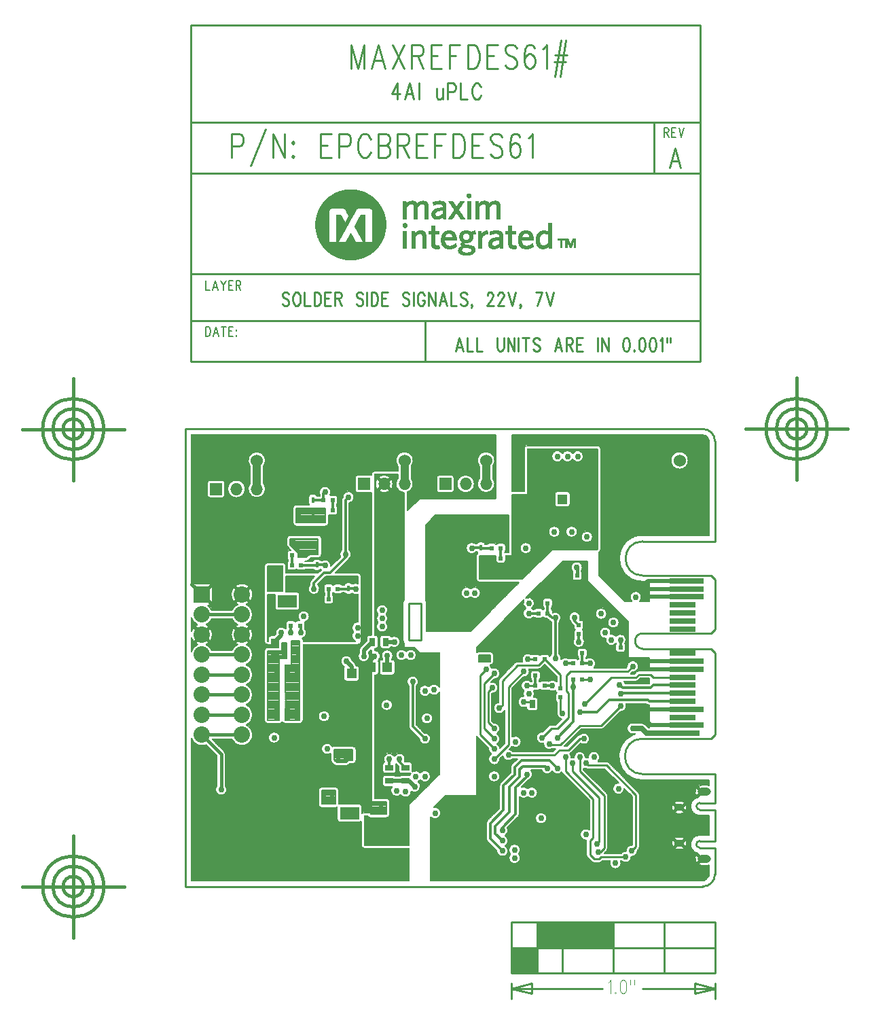
<source format=gbr>
*
*
G04 PADS 9.5 Build Number: 522968 generated Gerber (RS-274-X) file*
G04 PC Version=2.1*
*
%IN "MAXREFDES61_RA.pcb"*%
*
%MOIN*%
*
%FSLAX35Y35*%
*
*
*
*
G04 PC Standard Apertures*
*
*
G04 Thermal Relief Aperture macro.*
%AMTER*
1,1,$1,0,0*
1,0,$1-$2,0,0*
21,0,$3,$4,0,0,45*
21,0,$3,$4,0,0,135*
%
*
*
G04 Annular Aperture macro.*
%AMANN*
1,1,$1,0,0*
1,0,$2,0,0*
%
*
*
G04 Odd Aperture macro.*
%AMODD*
1,1,$1,0,0*
1,0,$1-0.005,0,0*
%
*
*
G04 PC Custom Aperture Macros*
*
*
*
*
*
*
G04 PC Aperture Table*
*
%ADD046C,0.015*%
%ADD048C,0.03*%
%ADD050C,0.04*%
%ADD054C,0.06*%
%ADD083R,0.05X0.05*%
%ADD084R,0.06X0.06*%
%ADD146R,0.08X0.08*%
%ADD148C,0.02*%
%ADD159C,0.025*%
%ADD172C,0.012*%
%ADD177R,0.022X0.022*%
%ADD198C,0.01*%
%ADD199C,0.007*%
%ADD200C,0.001*%
%ADD206C,0.008*%
%ADD223R,0.03X0.04*%
%ADD232C,0.003*%
%ADD233C,0.002*%
%ADD249R,0.04X0.03*%
%ADD256R,0.04921X0.04921*%
%ADD268O,0.08X0.08*%
%ADD271R,0.015X0.03*%
%ADD273O,0.06X0.06*%
%ADD276R,0.06299X0.09449*%
%ADD282R,0.025X0.06*%
%ADD284R,0.09449X0.06299*%
%ADD290R,0.09843X0.06496*%
%ADD292R,0.14567X0.02756*%
%ADD293R,0.16535X0.02756*%
%ADD294R,0.12598X0.02756*%
%ADD299O,0.06496X0.03937*%
%ADD300O,0.04921X0.03543*%
*
*
*
*
G04 PC Circuitry*
G04 Layer Name MAXREFDES61_RA.pcb - circuitry*
%LPD*%
*
*
G04 PC Custom Flashes*
G04 Layer Name MAXREFDES61_RA.pcb - flashes*
%LPD*%
*
*
G04 PC Circuitry*
G04 Layer Name MAXREFDES61_RA.pcb - circuitry*
%LPD*%
*
G54D46*
G01X1895061Y1463750D02*
Y1481145D01*
X1885585Y1490621*
X1905270*
X1885585Y1500464D02*
X1905270D01*
X1885585Y1510306D02*
X1905270D01*
X1885585Y1520149D02*
X1905270D01*
X1885585Y1529991D02*
X1905270D01*
X2054311Y1505750D02*
X2058061D01*
X1885585Y1549676D02*
X1905270D01*
X2069811Y1568750D02*
Y1572500D01*
X2069561Y1572750*
X2065311Y1568750D02*
Y1572500D01*
X2065061Y1572750*
X1978137Y1616826D02*
X1977182Y1615871D01*
X1978137Y1610674D02*
X1977182Y1611629D01*
X1971985Y1610674D02*
X1972940Y1611629D01*
X1971985Y1616826D02*
X1972940Y1615871D01*
X1909053Y1555736D02*
X1908098Y1556691D01*
X1901487Y1555736D02*
X1902442Y1556691D01*
X1901487Y1563302D02*
X1902442Y1562347D01*
X1909053Y1563302D02*
X1908098Y1562347D01*
X1890540Y1554564D02*
X1888413Y1556691D01*
X1880630Y1564474D02*
X1882757Y1562347D01*
X1890540Y1564474D02*
X1888413Y1562347D01*
X1909053Y1536051D02*
X1908098Y1537006D01*
X1909053Y1543617D02*
X1908098Y1542662D01*
X1901487Y1536051D02*
X1902442Y1537006D01*
X1901487Y1543617D02*
X1902442Y1542662D01*
X1889368Y1536051D02*
X1888413Y1537006D01*
X1889368Y1543617D02*
X1888413Y1542662D01*
X1881802Y1536051D02*
X1882757Y1537006D01*
X1881802Y1543617D02*
X1882757Y1542662D01*
X2116968Y1435283D02*
X2117922Y1436237D01*
X2116968Y1439697D02*
X2117922Y1438743D01*
X2122760Y1439697D02*
X2121806Y1438743D01*
X2122760Y1435283D02*
X2121806Y1436237D01*
X2116968Y1452803D02*
X2117922Y1453757D01*
X2116968Y1457217D02*
X2117922Y1456263D01*
X2122760Y1457217D02*
X2121806Y1456263D01*
X2122760Y1452803D02*
X2121806Y1453757D01*
X2128541Y1427466D02*
X2129496Y1428421D01*
X2128541Y1432160D02*
X2129496Y1431205D01*
X2128541Y1460340D02*
X2129496Y1461295D01*
X2128541Y1465034D02*
X2129496Y1464079D01*
X1822478Y1401207D02*
Y1396207D01*
Y1391207*
Y1431207D02*
Y1401207D01*
X1802478Y1416207D02*
X1797478D01*
X1807478D02*
X1802478D01*
X1822478Y1431207D02*
Y1436207D01*
X1842478Y1416207D02*
X1847478D01*
X1837478D02*
X1842478D01*
X1807478D02*
X1837478D01*
X1827478D02*
G75*
G03X1827478I-5000J0D01*
G01X1837478D02*
G03X1837478I-15000J0D01*
G01X1832478D02*
G03X1832478I-10000J0D01*
G01X1822478Y1436207D02*
Y1441207D01*
X1822439Y1625600D02*
Y1620600D01*
Y1615600*
Y1655600D02*
Y1625600D01*
X1802439Y1640600D02*
X1797439D01*
X1807439D02*
X1802439D01*
X1822439Y1655600D02*
Y1660600D01*
X1842439Y1640600D02*
X1847439D01*
X1837439D02*
X1842439D01*
X1807439D02*
X1837439D01*
X1827439D02*
G03X1827439I-5000J0D01*
G01X1837439D02*
G03X1837439I-15000J0D01*
G01X1832439D02*
G03X1832439I-10000J0D01*
G01X1822439Y1660600D02*
Y1665600D01*
X2177561Y1625699D02*
Y1620699D01*
Y1615699*
Y1655699D02*
Y1625699D01*
X2157561Y1640699D02*
X2152561D01*
X2162561D02*
X2157561D01*
X2177561Y1655699D02*
Y1660699D01*
X2197561Y1640699D02*
X2202561D01*
X2192561D02*
X2197561D01*
X2162561D02*
X2192561D01*
X2182561D02*
G03X2182561I-5000J0D01*
G01X2192561D02*
G03X2192561I-15000J0D01*
G01X2187561D02*
G03X2187561I-10000J0D01*
G01X2177561Y1660699D02*
Y1665699D01*
G54D48*
X1948061Y1447250D03*
X1949561Y1461750D03*
X1935561Y1451750D03*
X1944061Y1447250D03*
X1935561Y1455750D03*
X1945561Y1461750D03*
X1943561Y1431250D03*
X1975561Y1429750D03*
X1975061Y1452750D03*
Y1444250D03*
X2000561Y1446250D03*
X1975061Y1448250D03*
X2000561Y1436250D03*
X2000061Y1452250D03*
X1973561Y1456750D03*
X2043561Y1462250D03*
X2033061Y1438750D03*
X2039061Y1430250D03*
Y1440250D03*
Y1444250D03*
X2033061Y1433750D03*
Y1443750D03*
X2039061Y1434250D03*
X2052061Y1449750D03*
X2079561Y1437250D03*
X2074061Y1441750D03*
X2047561Y1462250D03*
X2083561Y1427750D03*
X2080061Y1433250D03*
X2088561Y1427750D03*
X2096561Y1433750D03*
X2093561Y1430750D03*
X2113061Y1436250D03*
X2109561Y1454750D03*
X2115061Y1439250D03*
X2132061Y1449250D03*
Y1443250D03*
X1895061Y1463750D03*
X1921561Y1494250D03*
X1921061Y1489250D03*
X1955561Y1493750D03*
X1945561Y1499750D03*
X1959561Y1493750D03*
X1949561Y1499750D03*
X1952561Y1478250D03*
X1947061Y1483750D03*
X1959561Y1474750D03*
X1951561Y1482250D03*
X1943561Y1477250D03*
X1995061Y1488750D03*
X1996061Y1498750D03*
X1985561Y1462750D03*
X1977561Y1478750D03*
X1990061Y1465250D03*
X1981061Y1463250D03*
X1990561Y1470250D03*
X1982561Y1478750D03*
X1995061Y1470250D03*
X2029061Y1478750D03*
Y1493750D03*
Y1470250D03*
X2033061Y1487250D03*
X2033561Y1470250D03*
X2036061Y1480750D03*
X2029061Y1488750D03*
Y1483750D03*
Y1498750D03*
X2039561Y1487250D03*
X2071061Y1501750D03*
X2062561Y1501250D03*
X2052561Y1489250D03*
X2045061Y1471250D03*
X2073061Y1488750D03*
X2078061Y1479750D03*
X2060561Y1470250D03*
X2082561Y1479750D03*
X2060061Y1474250D03*
X2064061Y1479750D03*
X2067561Y1476750D03*
X2074061D03*
X2071061Y1479750D03*
X2056061Y1486250D03*
X2055061Y1474250D03*
X2060061Y1489250D03*
X2103061Y1497750D03*
X2085061Y1464250D03*
X2097061Y1493750D03*
X2112561Y1466750D03*
X2090061Y1464250D03*
X1920061Y1540750D03*
X1930561Y1535750D03*
X1926061Y1534750D03*
Y1530250D03*
X1932561Y1532750D03*
X1940061Y1505750D03*
X1938061Y1532750D03*
X1934061Y1540750D03*
X1929061D03*
X1924561D03*
X1956561Y1526750D03*
X1951061D03*
X1962061Y1539250D03*
X1960561Y1529250D03*
X1999561Y1512750D03*
X1995061Y1512250D03*
X1965061Y1529250D03*
X1988061Y1529750D03*
X1980061Y1536250D03*
X1983561Y1529750D03*
X1976311Y1505250D03*
X1970311Y1529250D03*
X1989061Y1516750D03*
X1976561Y1529500D03*
X2031561Y1503750D03*
X2029061Y1508750D03*
X2025061Y1522750D03*
X2043561Y1521750D03*
X2028061Y1513750D03*
X2022561Y1528250D03*
Y1533250D03*
X2043561Y1506750D03*
X2029061Y1520750D03*
X2070561Y1536250D03*
X2083561Y1540750D03*
X2067811Y1514250D03*
X2059061Y1528250D03*
X2073561Y1505750D03*
X2046061Y1510750D03*
X2058061Y1505750D03*
X2057561Y1519750D03*
Y1514750D03*
X2064061Y1525750D03*
X2076061D03*
X2064061Y1530750D03*
X2078561D03*
X2076061Y1517750D03*
X2045061Y1514750D03*
X2045561Y1527750D03*
X2086561Y1537250D03*
X2091061D03*
X2092561Y1525250D03*
X2090561Y1515250D03*
X2091061Y1510750D03*
X2102561Y1516750D03*
X2097061Y1524250D03*
X2102561Y1526750D03*
X2098811Y1504250D03*
X2103061Y1503250D03*
X2091061Y1504750D03*
X1919061Y1565750D03*
X1920561Y1562250D03*
X1916561Y1579750D03*
X1907061Y1578250D03*
X1940561Y1562250D03*
X1959061Y1548250D03*
X1955061D03*
X1935561Y1548750D03*
X1929061Y1566750D03*
X1932061Y1582250D03*
X1961061Y1562250D03*
X1962061Y1543250D03*
X1956061Y1579250D03*
X1946061Y1573750D03*
X1964061Y1581750D03*
X1974061Y1543750D03*
Y1547750D03*
Y1551750D03*
X2025561Y1568250D03*
X2030561D03*
X2039061Y1571250D03*
X2018061Y1582250D03*
X2016061Y1572750D03*
Y1576750D03*
X2015561Y1560250D03*
X2019561D03*
X2006061Y1551750D03*
Y1547750D03*
Y1543750D03*
X2065061Y1572750D03*
X2046061Y1550250D03*
Y1555250D03*
X2068561Y1548250D03*
X2059061Y1548000D03*
X2081561Y1550000D03*
X2058561Y1559750D03*
X2081561Y1554500D03*
X2044561Y1582250D03*
X2054061Y1558750D03*
X2073061Y1548250D03*
X2069561Y1572750D03*
X2087561Y1545750D03*
X2102561Y1562250D03*
X2098561Y1558250D03*
X1916561Y1583750D03*
X1908561Y1602250D03*
X1907061Y1583750D03*
X1930061Y1585750D03*
X1946061Y1609750D03*
X1925061Y1611250D03*
X1929561D03*
X1957561Y1607250D03*
X1928061Y1590250D03*
Y1594250D03*
X1933061Y1599750D03*
Y1595750D03*
X1962061Y1586250D03*
X2041561Y1606250D03*
Y1621250D03*
Y1616250D03*
Y1611250D03*
X2078061Y1615750D03*
X2067061Y1590250D03*
X2058561D03*
X2082561Y1591750D03*
X2074561Y1587750D03*
X2055061Y1627250D03*
X2065061D03*
X2060061D03*
X2070061D03*
G54D50*
X1912561Y1611250D02*
Y1625250D01*
X1985061Y1613750D02*
Y1625250D01*
X2025061Y1613750D02*
Y1625250D01*
G54D54*
X1912561D03*
X1985061D03*
X2025061D03*
X1935061D03*
X1957561D03*
X2085061D03*
X2120061D03*
G54D83*
X1968561Y1523750D03*
X1976561D03*
X1957561Y1488750D03*
Y1480750D03*
X1951061Y1520750D03*
X1959061D03*
G54D84*
X1922561Y1581750D03*
Y1570750D03*
X1965061Y1613750D03*
X2005061D03*
X1892561Y1611250D03*
G54D146*
X1885585Y1559519D03*
G54D148*
X1990061Y1465250D02*
X1987311Y1468000D01*
X1985561*
X1977561*
X2123624Y1495325D02*
X2105986D01*
X2103561Y1497750*
X2103061*
X1921561Y1536500D02*
X1924561Y1539500D01*
Y1540750*
X1959061Y1520750D02*
Y1524250D01*
X1956561Y1526750*
X1951061Y1520750D02*
Y1526750D01*
X1965061Y1529250D02*
Y1532000D01*
X1969311Y1536250*
X1975811D02*
X1980061D01*
X1976561Y1523750D02*
Y1529500D01*
X1968561Y1523750D02*
Y1527500D01*
X1970311Y1529250*
X2102561Y1526750D02*
X2102632Y1526821D01*
X2123624*
Y1522884D02*
X2104561D01*
X2102561Y1524884*
Y1526750*
X2123624Y1503199D02*
X2103112D01*
X2103061Y1503250*
X2102561Y1562250D02*
X2123620D01*
X2123624Y1562254*
X2102561Y1562250D02*
Y1564250D01*
X2104502Y1566191*
X2123624*
Y1558317D02*
X2104061D01*
X2102561Y1559817*
Y1562250*
G54D159*
X2122640Y1491388D02*
X2103923D01*
X2101561Y1493750*
X2097061*
G54D172*
X2027061Y1439750D02*
Y1447250D01*
X2033561Y1453750*
X2033061Y1438750D02*
X2029561Y1442250D01*
Y1445750*
X2036561Y1452750*
Y1465250*
X2041561Y1470250*
Y1473750*
X2043061Y1475250*
X2054061*
X2033061Y1433750D02*
X2027061Y1439750D01*
X2033061Y1443750D02*
Y1445250D01*
X2039561Y1451750*
Y1464750*
X2045061Y1470250*
Y1471250*
X2033561Y1453750D02*
Y1465750D01*
X1995061Y1488750D02*
X1989061Y1494750D01*
Y1516750*
X1985561Y1474500D02*
X1982686Y1477375D01*
Y1478625*
X1982561Y1478750*
X1977561Y1474500D02*
Y1478750D01*
X2056061Y1478250D02*
X2042561D01*
X2039061Y1474750*
Y1471250*
X2033561Y1465750*
X2071061Y1501750D02*
X2079561D01*
X2085561Y1507750*
X2060061Y1474250D02*
X2056061Y1478250D01*
X2055061Y1474250D02*
X2054061Y1475250D01*
X2060061Y1489250D02*
X2067811Y1497000D01*
Y1514250*
X1934061Y1540750D02*
Y1544000D01*
X1933811Y1544250*
X1929061Y1540750D02*
X1929311D01*
Y1544250*
X1937311Y1529250D02*
Y1532000D01*
X1938061Y1532750*
X2070561Y1536250D02*
Y1540000D01*
X2067811Y1514250D02*
Y1517750D01*
X2059061Y1528250D02*
Y1548000D01*
X2064061Y1525750D02*
X2067811D01*
X2076061D02*
X2072311D01*
X2064061Y1530750D02*
X2067811D01*
X2053811Y1514750D02*
X2057561D01*
X2049311D02*
Y1519750D01*
X2053811D02*
X2057561D01*
X2072311Y1525750D02*
Y1530750D01*
X2105801Y1513750D02*
X2092061D01*
X2090561Y1515250*
X2105801Y1513750D02*
X2107061Y1515010D01*
X2121656*
X2092561Y1525250D02*
X2091061Y1526750D01*
Y1529000*
Y1510750D02*
X2091561Y1511250D01*
X2121479*
X2121656Y1511073D02*
X2121479Y1511250D01*
X2121656Y1507136D02*
X2105061D01*
X2104447Y1507750*
X2085561*
X2091061Y1533500D02*
Y1537250D01*
X1940561Y1562250D02*
Y1565250D01*
X1945561Y1570250*
X1948561*
X1956061Y1577750*
Y1579250*
X1961061Y1562250D02*
X1960861Y1562450D01*
X1957561*
X1956061Y1579250D02*
Y1605750D01*
X1957561Y1607250*
X1946061Y1573750D02*
X1945761Y1574050D01*
X1942061*
X1947811Y1557250D02*
Y1562250D01*
X1929811Y1573750D02*
Y1578750D01*
X1934311Y1573750D02*
X1941761D01*
X1942061Y1574050*
X1952311Y1562250D02*
X1957361D01*
X1957561Y1562450*
X2018061Y1582250D02*
X2018261Y1582450D01*
X2022561*
X2032311Y1577250D02*
Y1582250D01*
X2027811D02*
X2022612D01*
X2022561Y1582450*
X2046061Y1550250D02*
X2050811D01*
X2059061Y1548000D02*
X2057561D01*
X2055311Y1550250*
X2070561Y1544500D02*
X2068669Y1546392D01*
Y1547812*
X2068561Y1548000*
Y1548250*
X2055311Y1550250D02*
Y1555250D01*
X2050811D02*
Y1557500D01*
X2052061Y1558750*
X2054061*
X1949811Y1600750D02*
Y1605750D01*
X1945311D02*
Y1609250D01*
X1946061Y1609750*
X1945311Y1605750D02*
X1945111Y1605950D01*
X1940061*
G54D177*
X2050811Y1555250D03*
X2055311D03*
X2065311Y1568750D03*
X2069811D03*
X2026061Y1533000D03*
Y1528500D03*
X1937311Y1529250D03*
X1932811D03*
X1952311Y1562250D03*
X1947811D03*
X1934311Y1573750D03*
X1929811D03*
X1945311Y1605750D03*
X1949811D03*
X2055311Y1550250D03*
X2050811D03*
X2070561Y1544500D03*
Y1540000D03*
X2072311Y1525750D03*
X2067811D03*
Y1530750D03*
X2072311D03*
X2053811Y1519750D03*
X2049311D03*
Y1514750D03*
X2053811D03*
X2091061Y1533500D03*
Y1529000D03*
X1933811Y1544250D03*
X1929311D03*
X2027811Y1582250D03*
X2032311D03*
X1952311Y1557250D03*
X1947811D03*
X1934311Y1578750D03*
X1929811D03*
X1945311Y1600750D03*
X1949811D03*
X2072311Y1517750D03*
X2067811D03*
X2027811Y1577250D03*
X2032311D03*
X2053811Y1527750D03*
X2049311D03*
X2061561Y1513500D03*
Y1509000D03*
G54D198*
X2079561Y1437250D02*
X2080561Y1438250D01*
Y1459750*
X2067561Y1472750*
Y1476750*
X2078061Y1429750D02*
X2080561D01*
X2081561Y1430750*
X2093561*
X2078061Y1429750D02*
X2076061Y1431750D01*
Y1438750*
X2077561Y1440250*
Y1459250*
X2064061Y1472750*
Y1479750*
X2080061Y1433250D02*
X2081061D01*
X2083061Y1435250*
Y1460750*
X2071061Y1472750*
Y1479750*
X2096561Y1433750D02*
X2098561Y1435750D01*
Y1461250*
X2084061Y1475750*
X2075061*
X2074061Y1476750*
X2029061Y1478750D02*
X2036061Y1485750D01*
Y1514250*
X2043561Y1521750*
X2029061Y1493750D02*
X2026061Y1496750D01*
Y1511750*
X2028061Y1513750*
X2036061Y1480750D02*
X2058561D01*
X2061061Y1483250*
X2065561*
X2071061Y1488750*
X2073061*
X2029061D02*
X2024061Y1493750D01*
Y1515750*
X2029061Y1520750*
Y1483750D02*
X2022061Y1490750D01*
Y1519750*
X2025061Y1522750*
X2062561Y1501250D02*
X2061561Y1502250D01*
Y1509000*
Y1485750D02*
X2056561D01*
X2056061Y1486250*
X2061561Y1485750D02*
X2071061Y1495250D01*
X2081561*
X2091061Y1504750*
X2052561Y1489250D02*
X2057061Y1493750D01*
X2060061*
X2065561Y1499250*
Y1511250*
X2064561Y1512250*
Y1519750*
X2066561Y1521750*
X2094561*
X2097061Y1524250*
X2031561Y1503750D02*
X2033061Y1505250D01*
Y1517250*
X2040561Y1524750*
X2050811*
X2053811Y1527750*
X2061561Y1513500D02*
Y1520000D01*
X2053811Y1527750*
X2073561Y1505750D02*
X2086561Y1518750D01*
X2098561*
X2100061Y1520250*
X2105758*
X2045061Y1514750D02*
X2049311D01*
X2045561Y1527750D02*
X2049311D01*
X2047811Y1505750D02*
Y1506750D01*
X2043561*
X2072311Y1517750D02*
X2076061D01*
X2121656Y1518947D02*
X2107061D01*
X2105758Y1520250*
X2101970Y1488825D02*
G03Y1471368I0J-8729D01*
G01X2137404*
Y1457274*
X2129982*
X2129981D02*
G03X2129984Y1453947I-9J-1664D01*
G01X2129982D02*
X2137404D01*
Y1438593*
X2129963*
G03Y1435246I-0J-1674*
G01X2137404*
Y1422156*
X2131498Y1416250D02*
G03X2137404Y1422156I0J5906D01*
G01X2131498Y1416250D02*
X1877561D01*
Y1640659*
X2131498*
X2131498*
X2137404Y1634754D02*
G03X2131498Y1640659I-5906J-0D01*
G01X2137404Y1634754D02*
Y1585541D01*
X2101970*
G03Y1568746I0J-8397*
G01X2135435*
X2137404Y1566778*
Y1542368*
X2135435Y1540400*
X2101970*
X2101970*
G03Y1532919I0J-3741*
G01X2135435*
X2137404Y1530951*
Y1490793*
X2135435Y1488825*
X2101970*
X1987061Y1555250D02*
X1993061D01*
Y1537250*
X1987061*
Y1555250*
X2037561Y1373750D02*
X2137561D01*
Y1398750*
X2037561*
Y1373750*
Y1366250D02*
X2082061D01*
X2037561D02*
X2047561Y1368750D01*
Y1363750*
X2037561Y1366250*
X2137561D02*
X2101697D01*
X2137561D02*
X2127561Y1363750D01*
Y1368750*
X2137561Y1366250*
X2037561Y1368750D02*
Y1361250D01*
X2137561Y1368750D02*
Y1361250D01*
X2039561Y1373750D02*
Y1386250D01*
X2040561Y1373750D02*
Y1386250D01*
X2041561D02*
Y1373750D01*
X2042561Y1386250D02*
Y1373750D01*
X2043561Y1386250D02*
Y1373750D01*
X2044561Y1386250D02*
Y1373750D01*
X2045561Y1386250D02*
Y1373750D01*
X2046561Y1386250D02*
Y1373750D01*
X2047561D02*
Y1386250D01*
X2048561Y1373750D02*
Y1386250D01*
X2051561D02*
Y1398750D01*
X2052561Y1386250D02*
Y1398750D01*
X2053561D02*
Y1386250D01*
X2054561Y1398750D02*
Y1386250D01*
X2055561Y1398750D02*
Y1386250D01*
X2056561Y1398750D02*
Y1386250D01*
X2057561Y1398750D02*
Y1386250D01*
X2058561Y1398750D02*
Y1386250D01*
X2059561D02*
Y1398750D01*
X2060561Y1386250D02*
Y1398750D01*
X2050061Y1373750D02*
Y1398750D01*
X2062561Y1373750D02*
Y1398750D01*
X2037561Y1386250D02*
X2137561D01*
X2112561Y1373750D02*
Y1398750D01*
X2087561Y1373750D02*
Y1398750D01*
X2038561Y1373750D02*
Y1386250D01*
X2049061Y1373750D02*
Y1386250D01*
X2051061D02*
Y1398750D01*
X2061561Y1386250D02*
Y1398750D01*
X2064561Y1386250D02*
Y1398750D01*
X2063561Y1386250D02*
Y1398750D01*
X2065561Y1386250D02*
Y1398750D01*
X2066561D02*
Y1386250D01*
X2067561Y1398750D02*
Y1386250D01*
X2068561Y1398750D02*
Y1386250D01*
X2069561Y1398750D02*
Y1386250D01*
X2070561Y1398750D02*
Y1386250D01*
X2072561D02*
Y1398750D01*
X2071561D02*
Y1386250D01*
X2073561D02*
Y1398750D01*
X2074561Y1386250D02*
Y1398750D01*
X2076561Y1386250D02*
Y1398750D01*
X2075561Y1386250D02*
Y1398750D01*
X2077561Y1386250D02*
Y1398750D01*
X2078561D02*
Y1386250D01*
X2079561Y1398750D02*
Y1386250D01*
X2080561Y1398750D02*
Y1386250D01*
X2081561Y1398750D02*
Y1386250D01*
X2082561Y1398750D02*
Y1386250D01*
X2083561Y1398750D02*
Y1386250D01*
X2084561D02*
Y1398750D01*
X2085561Y1386250D02*
Y1398750D01*
X2086561Y1386250D02*
Y1398750D01*
X2130061Y1673750D02*
Y1838750D01*
X1880061*
Y1673750*
X2130061*
X2107561Y1791250D02*
Y1766250D01*
X2130061Y1791250D02*
X1880061D01*
X2130061Y1766250D02*
X1880061D01*
X2130061Y1693750D02*
X1880061D01*
X2130061Y1716950D02*
X1880061D01*
X1995061Y1673750D02*
Y1693750D01*
X1981489Y1810326D02*
X1978762Y1805076D01*
X1982853*
X1981489Y1810326D02*
Y1802451D01*
X1987489Y1810326D02*
X1985307Y1802451D01*
X1987489Y1810326D02*
X1989671Y1802451D01*
X1986125Y1805076D02*
X1988853D01*
X1992125Y1810326D02*
Y1802451D01*
X2000853Y1807701D02*
Y1803951D01*
X2001125Y1802826*
X2001671Y1802451*
X2002489*
X2003035Y1802826*
X2003853Y1803951*
Y1807701D02*
Y1802451D01*
X2006307Y1810326D02*
Y1802451D01*
Y1810326D02*
X2008762D01*
X2009580Y1809951*
X2009853Y1809576*
X2010125Y1808826*
Y1807701*
X2009853Y1806951*
X2009580Y1806576*
X2008762Y1806201*
X2006307*
X2012580Y1810326D02*
Y1802451D01*
X2015853*
X2022398Y1808451D02*
X2022125Y1809201D01*
X2021580Y1809951*
X2021035Y1810326*
X2019944*
X2019398Y1809951*
X2018853Y1809201*
X2018580Y1808451*
X2018307Y1807326*
Y1805451*
X2018580Y1804326*
X2018853Y1803576*
X2019398Y1802826*
X2019944Y1802451*
X2021035*
X2021580Y1802826*
X2022125Y1803576*
X2022398Y1804326*
X1958762Y1829263D02*
Y1817451D01*
Y1829263D02*
X1962035Y1817451D01*
X1965307Y1829263D02*
X1962035Y1817451D01*
X1965307Y1829263D02*
Y1817451D01*
X1972262Y1829263D02*
X1968989Y1817451D01*
X1972262Y1829263D02*
X1975535Y1817451D01*
X1970216Y1821388D02*
X1974307D01*
X1979216Y1829263D02*
X1984944Y1817451D01*
Y1829263D02*
X1979216Y1817451D01*
X1988625Y1829263D02*
Y1817451D01*
Y1829263D02*
X1992307D01*
X1993535Y1828701*
X1993944Y1828138*
X1994353Y1827013*
Y1825888*
X1993944Y1824763*
X1993535Y1824201*
X1992307Y1823638*
X1988625*
X1991489D02*
X1994353Y1817451D01*
X1998035Y1829263D02*
Y1817451D01*
Y1829263D02*
X2003353D01*
X1998035Y1823638D02*
X2001307D01*
X1998035Y1817451D02*
X2003353D01*
X2007035Y1829263D02*
Y1817451D01*
Y1829263D02*
X2012353D01*
X2007035Y1823638D02*
X2010307D01*
X2016035Y1829263D02*
Y1817451D01*
Y1829263D02*
X2018898D01*
X2020125Y1828701*
X2020944Y1827576*
X2021353Y1826451*
X2021762Y1824763*
Y1821951*
X2021353Y1820263*
X2020944Y1819138*
X2020125Y1818013*
X2018898Y1817451*
X2016035*
X2025444Y1829263D02*
Y1817451D01*
Y1829263D02*
X2030762D01*
X2025444Y1823638D02*
X2028716D01*
X2025444Y1817451D02*
X2030762D01*
X2040171Y1827576D02*
X2039353Y1828701D01*
X2038125Y1829263*
X2036489*
X2035262Y1828701*
X2034444Y1827576*
Y1826451*
X2034853Y1825326*
X2035262Y1824763*
X2036080Y1824201*
X2038535Y1823076*
X2039353Y1822513*
X2039762Y1821951*
X2040171Y1820826*
Y1819138*
X2039353Y1818013*
X2038125Y1817451*
X2036489*
X2035262Y1818013*
X2034444Y1819138*
X2048762Y1827576D02*
X2048353Y1828701D01*
X2047125Y1829263*
X2046307*
X2045080Y1828701*
X2044262Y1827013*
X2043853Y1824201*
Y1821388*
X2044262Y1819138*
X2045080Y1818013*
X2046307Y1817451*
X2046716*
X2047944Y1818013*
X2048762Y1819138*
X2049171Y1820826*
Y1821388*
X2048762Y1823076*
X2047944Y1824201*
X2046716Y1824763*
X2046307*
X2045080Y1824201*
X2044262Y1823076*
X2043853Y1821388*
X2052853Y1827013D02*
X2053671Y1827576D01*
X2054898Y1829263*
Y1817451*
X2061853Y1831513D02*
X2058989Y1813513D01*
X2064307Y1831513D02*
X2061444Y1813513D01*
X2058989Y1824201D02*
X2064716D01*
X2058580Y1820826D02*
X2064307D01*
X1900061Y1785563D02*
Y1773750D01*
Y1785563D02*
X1903743D01*
X1903743D02*
X1904970Y1785000D01*
X1905379Y1784438*
X1905379D02*
X1905788Y1783313D01*
X1905788D02*
Y1781625D01*
X1905379Y1780500*
X1904970Y1779938*
X1904970D02*
X1903743Y1779375D01*
X1900061*
X1916834Y1787813D02*
X1909470Y1769812D01*
X1920516Y1785563D02*
Y1773750D01*
Y1785563D02*
X1926243Y1773750D01*
Y1785563D02*
Y1773750D01*
X1930334Y1781625D02*
X1929925Y1781063D01*
X1929925D02*
X1930334Y1780500D01*
X1930743Y1781063*
X1930743D02*
X1930334Y1781625D01*
Y1774875D02*
X1929925Y1774313D01*
X1929925D02*
X1930334Y1773750D01*
X1930743Y1774313*
X1930743D02*
X1930334Y1774875D01*
X1943834Y1785563D02*
Y1773750D01*
Y1785563D02*
X1949152D01*
X1943834Y1779938D02*
X1947106D01*
X1943834Y1773750D02*
X1949152D01*
X1952834Y1785563D02*
Y1773750D01*
Y1785563D02*
X1956516D01*
X1956516D02*
X1957743Y1785000D01*
X1958152Y1784438*
X1958152D02*
X1958561Y1783313D01*
X1958561D02*
Y1781625D01*
X1958152Y1780500*
X1957743Y1779938*
X1957743D02*
X1956516Y1779375D01*
X1952834*
X1968379Y1782750D02*
X1967970Y1783875D01*
X1967152Y1785000*
X1966334Y1785563*
X1966334D02*
X1964697D01*
X1964697D02*
X1963879Y1785000D01*
X1963061Y1783875*
X1962652Y1782750*
X1962243Y1781063*
X1962243D02*
Y1778250D01*
X1962652Y1776563*
X1962652D02*
X1963061Y1775438D01*
X1963061D02*
X1963879Y1774313D01*
X1963879D02*
X1964697Y1773750D01*
X1966334*
X1967152Y1774313*
X1967152D02*
X1967970Y1775438D01*
X1967970D02*
X1968379Y1776563D01*
X1972061Y1785563D02*
Y1773750D01*
Y1785563D02*
X1975743D01*
X1975743D02*
X1976970Y1785000D01*
X1977379Y1784438*
X1977379D02*
X1977788Y1783313D01*
X1977788D02*
Y1782188D01*
X1977788D02*
X1977379Y1781063D01*
X1977379D02*
X1976970Y1780500D01*
X1975743Y1779938*
X1972061D02*
X1975743D01*
X1975743D02*
X1976970Y1779375D01*
X1977379Y1778813*
X1977379D02*
X1977788Y1777688D01*
X1977788D02*
Y1776000D01*
X1977379Y1774875*
X1976970Y1774313*
X1976970D02*
X1975743Y1773750D01*
X1972061*
X1981470Y1785563D02*
Y1773750D01*
Y1785563D02*
X1985152D01*
X1985152D02*
X1986379Y1785000D01*
X1986788Y1784438*
X1986788D02*
X1987197Y1783313D01*
X1987197D02*
Y1782188D01*
X1987197D02*
X1986788Y1781063D01*
X1986788D02*
X1986379Y1780500D01*
X1985152Y1779938*
X1985152D02*
X1981470D01*
X1984334D02*
X1987197Y1773750D01*
X1990879Y1785563D02*
Y1773750D01*
Y1785563D02*
X1996197D01*
X1990879Y1779938D02*
X1994152D01*
X1990879Y1773750D02*
X1996197D01*
X1999879Y1785563D02*
Y1773750D01*
Y1785563D02*
X2005197D01*
X1999879Y1779938D02*
X2003152D01*
X2008879Y1785563D02*
Y1773750D01*
Y1785563D02*
X2011743D01*
X2011743D02*
X2012970Y1785000D01*
X2013788Y1783875*
X2014197Y1782750*
X2014606Y1781063*
X2014606D02*
Y1778250D01*
X2014197Y1776563*
X2014197D02*
X2013788Y1775438D01*
X2013788D02*
X2012970Y1774313D01*
X2012970D02*
X2011743Y1773750D01*
X2008879*
X2018288Y1785563D02*
Y1773750D01*
Y1785563D02*
X2023606D01*
X2018288Y1779938D02*
X2021561D01*
X2018288Y1773750D02*
X2023606D01*
X2033016Y1783875D02*
X2032197Y1785000D01*
X2030970Y1785563*
X2030970D02*
X2029334D01*
X2029334D02*
X2028106Y1785000D01*
X2027288Y1783875*
Y1782750*
X2027697Y1781625*
X2028106Y1781063*
X2028106D02*
X2028925Y1780500D01*
X2031379Y1779375*
X2032197Y1778813*
X2032197D02*
X2032606Y1778250D01*
X2033016Y1777125*
Y1775438*
X2033016D02*
X2032197Y1774313D01*
X2032197D02*
X2030970Y1773750D01*
X2029334*
X2028106Y1774313*
X2028106D02*
X2027288Y1775438D01*
X2041606Y1783875D02*
X2041197Y1785000D01*
X2039970Y1785563*
X2039970D02*
X2039152D01*
X2039152D02*
X2037925Y1785000D01*
X2037106Y1783313*
X2037106D02*
X2036697Y1780500D01*
Y1777688*
X2036697D02*
X2037106Y1775438D01*
X2037106D02*
X2037925Y1774313D01*
X2037925D02*
X2039152Y1773750D01*
X2039561*
X2040788Y1774313*
X2040788D02*
X2041606Y1775438D01*
X2041606D02*
X2042016Y1777125D01*
Y1777688*
X2042016D02*
X2041606Y1779375D01*
X2040788Y1780500*
X2039561Y1781063*
X2039561D02*
X2039152D01*
X2039152D02*
X2037925Y1780500D01*
X2037106Y1779375*
X2036697Y1777688*
X2045697Y1783313D02*
X2046516Y1783875D01*
X2047743Y1785563*
X2047743D02*
Y1773750D01*
X2117788Y1778594D02*
X2115061Y1768750D01*
X2117788Y1778594D02*
X2120516Y1768750D01*
X2116084Y1772031D02*
X2119493D01*
X2011879Y1685313D02*
X2010061Y1678750D01*
X2011879Y1685313D02*
X2013697Y1678750D01*
X2010743Y1680938D02*
X2013016D01*
X2015743Y1685313D02*
Y1678750D01*
X2018470*
X2020516Y1685313D02*
Y1678750D01*
X2023243*
X2030516Y1685313D02*
Y1680625D01*
X2030743Y1679688*
X2030743D02*
X2031197Y1679063D01*
X2031197D02*
X2031879Y1678750D01*
X2032334*
X2033016Y1679063*
X2033016D02*
X2033470Y1679688D01*
X2033470D02*
X2033697Y1680625D01*
Y1685313*
X2035743D02*
Y1678750D01*
Y1685313D02*
X2038925Y1678750D01*
Y1685313D02*
Y1678750D01*
X2040970Y1685313D02*
Y1678750D01*
X2044606Y1685313D02*
Y1678750D01*
X2043016Y1685313D02*
X2046197D01*
X2051425Y1684375D02*
X2050970Y1685000D01*
X2050288Y1685313*
X2050288D02*
X2049379D01*
X2049379D02*
X2048697Y1685000D01*
X2048243Y1684375*
Y1683750*
X2048470Y1683125*
X2048697Y1682813*
X2048697D02*
X2049152Y1682500D01*
X2050516Y1681875*
X2050970Y1681563*
X2050970D02*
X2051197Y1681250D01*
X2051425Y1680625*
Y1679688*
X2051425D02*
X2050970Y1679063D01*
X2050970D02*
X2050288Y1678750D01*
X2049379*
X2048697Y1679063*
X2048697D02*
X2048243Y1679688D01*
X2060516Y1685313D02*
X2058697Y1678750D01*
X2060516Y1685313D02*
X2062334Y1678750D01*
X2059379Y1680938D02*
X2061652D01*
X2064379Y1685313D02*
Y1678750D01*
Y1685313D02*
X2066425D01*
X2066425D02*
X2067106Y1685000D01*
X2067334Y1684688*
X2067334D02*
X2067561Y1684063D01*
X2067561D02*
Y1683438D01*
X2067561D02*
X2067334Y1682813D01*
X2067334D02*
X2067106Y1682500D01*
X2066425Y1682188*
X2066425D02*
X2064379D01*
X2065970D02*
X2067561Y1678750D01*
X2069606Y1685313D02*
Y1678750D01*
Y1685313D02*
X2072561D01*
X2069606Y1682188D02*
X2071425D01*
X2069606Y1678750D02*
X2072561D01*
X2079834Y1685313D02*
Y1678750D01*
X2081879Y1685313D02*
Y1678750D01*
Y1685313D02*
X2085061Y1678750D01*
Y1685313D02*
Y1678750D01*
X2093697Y1685313D02*
X2093016Y1685000D01*
X2092561Y1684063*
X2092561D02*
X2092334Y1682500D01*
Y1681563*
X2092334D02*
X2092561Y1680000D01*
X2093016Y1679063*
X2093016D02*
X2093697Y1678750D01*
X2094152*
X2094834Y1679063*
X2094834D02*
X2095288Y1680000D01*
X2095516Y1681563*
X2095516D02*
Y1682500D01*
X2095288Y1684063*
X2095288D02*
X2094834Y1685000D01*
X2094152Y1685313*
X2094152D02*
X2093697D01*
X2097788Y1679375D02*
X2097561Y1679063D01*
X2097561D02*
X2097788Y1678750D01*
X2098016Y1679063*
X2098016D02*
X2097788Y1679375D01*
X2101425Y1685313D02*
X2100743Y1685000D01*
X2100288Y1684063*
X2100288D02*
X2100061Y1682500D01*
Y1681563*
X2100061D02*
X2100288Y1680000D01*
X2100743Y1679063*
X2100743D02*
X2101425Y1678750D01*
X2101879*
X2102561Y1679063*
X2102561D02*
X2103016Y1680000D01*
X2103243Y1681563*
X2103243D02*
Y1682500D01*
X2103016Y1684063*
X2103016D02*
X2102561Y1685000D01*
X2101879Y1685313*
X2101879D02*
X2101425D01*
X2106652D02*
X2105970Y1685000D01*
X2105516Y1684063*
X2105516D02*
X2105288Y1682500D01*
Y1681563*
X2105288D02*
X2105516Y1680000D01*
X2105970Y1679063*
X2105970D02*
X2106652Y1678750D01*
X2107106*
X2107788Y1679063*
X2107788D02*
X2108243Y1680000D01*
X2108470Y1681563*
X2108470D02*
Y1682500D01*
X2108243Y1684063*
X2108243D02*
X2107788Y1685000D01*
X2107106Y1685313*
X2107106D02*
X2106652D01*
X2110516Y1684063D02*
X2110970Y1684375D01*
X2111652Y1685313*
X2111652D02*
Y1678750D01*
X2113697Y1685313D02*
Y1683125D01*
X2115516Y1685313D02*
Y1683125D01*
X1928243Y1706875D02*
X1927788Y1707500D01*
X1927106Y1707813*
X1927106D02*
X1926197D01*
X1926197D02*
X1925516Y1707500D01*
X1925061Y1706875*
Y1706250*
X1925288Y1705625*
X1925516Y1705313*
X1925516D02*
X1925970Y1705000D01*
X1927334Y1704375*
X1927788Y1704063*
X1927788D02*
X1928016Y1703750D01*
X1928243Y1703125*
Y1702188*
X1928243D02*
X1927788Y1701563D01*
X1927788D02*
X1927106Y1701250D01*
X1926197*
X1925516Y1701563*
X1925516D02*
X1925061Y1702188D01*
X1931652Y1707813D02*
X1931197Y1707500D01*
X1930743Y1706875*
X1930516Y1706250*
X1930288Y1705313*
X1930288D02*
Y1703750D01*
X1930516Y1702813*
X1930516D02*
X1930743Y1702188D01*
X1930743D02*
X1931197Y1701563D01*
X1931197D02*
X1931652Y1701250D01*
X1932561*
X1933016Y1701563*
X1933016D02*
X1933470Y1702188D01*
X1933470D02*
X1933697Y1702813D01*
X1933697D02*
X1933925Y1703750D01*
Y1705313*
X1933925D02*
X1933697Y1706250D01*
X1933470Y1706875*
X1933016Y1707500*
X1932561Y1707813*
X1932561D02*
X1931652D01*
X1935970D02*
Y1701250D01*
X1938697*
X1940743Y1707813D02*
Y1701250D01*
Y1707813D02*
X1942334D01*
X1942334D02*
X1943016Y1707500D01*
X1943470Y1706875*
X1943697Y1706250*
X1943925Y1705313*
X1943925D02*
Y1703750D01*
X1943697Y1702813*
X1943697D02*
X1943470Y1702188D01*
X1943470D02*
X1943016Y1701563D01*
X1943016D02*
X1942334Y1701250D01*
X1940743*
X1945970Y1707813D02*
Y1701250D01*
Y1707813D02*
X1948925D01*
X1945970Y1704688D02*
X1947788D01*
X1945970Y1701250D02*
X1948925D01*
X1950970Y1707813D02*
Y1701250D01*
Y1707813D02*
X1953016D01*
X1953016D02*
X1953697Y1707500D01*
X1953925Y1707188*
X1953925D02*
X1954152Y1706563D01*
X1954152D02*
Y1705938D01*
X1954152D02*
X1953925Y1705313D01*
X1953925D02*
X1953697Y1705000D01*
X1953016Y1704688*
X1953016D02*
X1950970D01*
X1952561D02*
X1954152Y1701250D01*
X1964606Y1706875D02*
X1964152Y1707500D01*
X1963470Y1707813*
X1963470D02*
X1962561D01*
X1962561D02*
X1961879Y1707500D01*
X1961425Y1706875*
Y1706250*
X1961652Y1705625*
X1961879Y1705313*
X1961879D02*
X1962334Y1705000D01*
X1963697Y1704375*
X1964152Y1704063*
X1964152D02*
X1964379Y1703750D01*
X1964606Y1703125*
Y1702188*
X1964606D02*
X1964152Y1701563D01*
X1964152D02*
X1963470Y1701250D01*
X1962561*
X1961879Y1701563*
X1961879D02*
X1961425Y1702188D01*
X1966652Y1707813D02*
Y1701250D01*
X1968697Y1707813D02*
Y1701250D01*
Y1707813D02*
X1970288D01*
X1970288D02*
X1970970Y1707500D01*
X1971425Y1706875*
X1971652Y1706250*
X1971879Y1705313*
X1971879D02*
Y1703750D01*
X1971652Y1702813*
X1971652D02*
X1971425Y1702188D01*
X1971425D02*
X1970970Y1701563D01*
X1970970D02*
X1970288Y1701250D01*
X1968697*
X1973925Y1707813D02*
Y1701250D01*
Y1707813D02*
X1976879D01*
X1973925Y1704688D02*
X1975743D01*
X1973925Y1701250D02*
X1976879D01*
X1987334Y1706875D02*
X1986879Y1707500D01*
X1986197Y1707813*
X1986197D02*
X1985288D01*
X1985288D02*
X1984606Y1707500D01*
X1984152Y1706875*
Y1706250*
X1984379Y1705625*
X1984606Y1705313*
X1984606D02*
X1985061Y1705000D01*
X1986425Y1704375*
X1986879Y1704063*
X1986879D02*
X1987106Y1703750D01*
X1987334Y1703125*
Y1702188*
X1987334D02*
X1986879Y1701563D01*
X1986879D02*
X1986197Y1701250D01*
X1985288*
X1984606Y1701563*
X1984606D02*
X1984152Y1702188D01*
X1989379Y1707813D02*
Y1701250D01*
X1994834Y1706250D02*
X1994606Y1706875D01*
X1994152Y1707500*
X1993697Y1707813*
X1993697D02*
X1992788D01*
X1992788D02*
X1992334Y1707500D01*
X1991879Y1706875*
X1991652Y1706250*
X1991425Y1705313*
X1991425D02*
Y1703750D01*
X1991652Y1702813*
X1991652D02*
X1991879Y1702188D01*
X1991879D02*
X1992334Y1701563D01*
X1992334D02*
X1992788Y1701250D01*
X1993697*
X1994152Y1701563*
X1994152D02*
X1994606Y1702188D01*
X1994606D02*
X1994834Y1702813D01*
X1994834D02*
Y1703750D01*
X1993697D02*
X1994834D01*
X1996879Y1707813D02*
Y1701250D01*
Y1707813D02*
X2000061Y1701250D01*
Y1707813D02*
Y1701250D01*
X2003925Y1707813D02*
X2002106Y1701250D01*
X2003925Y1707813D02*
X2005743Y1701250D01*
X2002788Y1703438D02*
X2005061D01*
X2007788Y1707813D02*
Y1701250D01*
X2010516*
X2015743Y1706875D02*
X2015288Y1707500D01*
X2014606Y1707813*
X2014606D02*
X2013697D01*
X2013697D02*
X2013016Y1707500D01*
X2012561Y1706875*
Y1706250*
X2012788Y1705625*
X2013016Y1705313*
X2013016D02*
X2013470Y1705000D01*
X2014834Y1704375*
X2015288Y1704063*
X2015288D02*
X2015516Y1703750D01*
X2015743Y1703125*
Y1702188*
X2015743D02*
X2015288Y1701563D01*
X2015288D02*
X2014606Y1701250D01*
X2013697*
X2013016Y1701563*
X2013016D02*
X2012561Y1702188D01*
X2018243Y1701563D02*
X2018016Y1701250D01*
X2017788Y1701563*
X2017788D02*
X2018016Y1701875D01*
X2018243Y1701563*
X2018243D02*
Y1700937D01*
X2018243D02*
X2018016Y1700312D01*
X2018016D02*
X2017788Y1700000D01*
X2025743Y1706250D02*
Y1706563D01*
X2025743D02*
X2025970Y1707188D01*
X2025970D02*
X2026197Y1707500D01*
X2026652Y1707813*
X2026652D02*
X2027561D01*
X2027561D02*
X2028016Y1707500D01*
X2028243Y1707188*
X2028243D02*
X2028470Y1706563D01*
X2028470D02*
Y1705938D01*
X2028470D02*
X2028243Y1705313D01*
X2028243D02*
X2027788Y1704375D01*
X2025516Y1701250*
X2028697*
X2030970Y1706250D02*
Y1706563D01*
X2030970D02*
X2031197Y1707188D01*
X2031197D02*
X2031425Y1707500D01*
X2031879Y1707813*
X2031879D02*
X2032788D01*
X2032788D02*
X2033243Y1707500D01*
X2033470Y1707188*
X2033470D02*
X2033697Y1706563D01*
X2033697D02*
Y1705938D01*
X2033697D02*
X2033470Y1705313D01*
X2033470D02*
X2033016Y1704375D01*
X2030743Y1701250*
X2033925*
X2035970Y1707813D02*
X2037788Y1701250D01*
X2039606Y1707813D02*
X2037788Y1701250D01*
X2042106Y1701563D02*
X2041879Y1701250D01*
X2041652Y1701563*
X2041652D02*
X2041879Y1701875D01*
X2042106Y1701563*
X2042106D02*
Y1700937D01*
X2042106D02*
X2041879Y1700312D01*
X2041879D02*
X2041652Y1700000D01*
X2052561Y1707813D02*
X2050288Y1701250D01*
X2049379Y1707813D02*
X2052561D01*
X2054606D02*
X2056425Y1701250D01*
X2058243Y1707813D02*
X2056425Y1701250D01*
G54D199*
X2027211Y1529650D02*
Y1526600D01*
X2021411*
Y1529650*
X2027211*
Y1535400D02*
Y1531850D01*
X2021411*
Y1534105*
X2022706Y1535400*
X2027211*
X1925211Y1561100D02*
X1917911D01*
Y1573400*
X1925211*
Y1561100*
X2021411Y1529119D02*
X2027211D01*
X2021411Y1528489D02*
X2027211D01*
X2021411Y1527859D02*
X2027211D01*
X2021411Y1527229D02*
X2027211D01*
X2022305Y1534999D02*
X2027211D01*
X2021675Y1534369D02*
X2027211D01*
X2021411Y1533739D02*
X2027211D01*
X2021411Y1533109D02*
X2027211D01*
X2021411Y1532479D02*
X2027211D01*
X1917911Y1573069D02*
X1925211D01*
X1917911Y1572439D02*
X1925211D01*
X1917911Y1571809D02*
X1925211D01*
X1917911Y1571179D02*
X1925211D01*
X1917911Y1570549D02*
X1925211D01*
X1917911Y1569919D02*
X1925211D01*
X1917911Y1569289D02*
X1925211D01*
X1917911Y1568659D02*
X1925211D01*
X1917911Y1568029D02*
X1925211D01*
X1917911Y1567399D02*
X1925211D01*
X1917911Y1566769D02*
X1925211D01*
X1917911Y1566139D02*
X1925211D01*
X1917911Y1565509D02*
X1925211D01*
X1917911Y1564879D02*
X1925211D01*
X1917911Y1564249D02*
X1925211D01*
X1917911Y1563619D02*
X1925211D01*
X1917911Y1562989D02*
X1925211D01*
X1917911Y1562359D02*
X1925211D01*
X1917911Y1561729D02*
X1925211D01*
X1998911Y1498750D02*
G03X1998911I-2850J0D01*
G01X1979161Y1505250D02*
G03X1979161I-2850J0D01*
G01X1979411Y1613750D02*
G03X1979411I-4350J0D01*
G01X2054911Y1449750D02*
G03X2054911I-2850J0D01*
G01X2031911Y1470250D02*
G03X2031911I-2850J0D01*
G01X2090411Y1545750D02*
G03X2090411I-2850J0D01*
G01X2084411Y1550000D02*
G03X2084411I-2850J0D01*
G01X2077411Y1587750D02*
G03X2077411I-2850J0D01*
G01X2069911Y1590250D02*
G03X2069911I-2850J0D01*
G01X2061411D02*
G03X2061411I-2850J0D01*
G01X2047411Y1582250D02*
G03X2047411I-2850J0D01*
G01X2124411Y1625250D02*
G03X2124411I-4350J0D01*
G01X2019411Y1613750D02*
G03X2019411I-4350J0D01*
G01X1906911Y1611250D02*
G03X1906911I-4350J0D01*
G01X1948411Y1499750D02*
G03X1948411I-2850J0D01*
G01X1923911Y1489250D02*
G03X1923911I-2850J0D01*
G01X1962211Y1564911D02*
Y1568365D01*
G03X1962176Y1568400I-35J0*
G01X1949183*
G03X1949172Y1568398I0J-35*
G01X1948561Y1568300D02*
G03X1949172Y1568398I0J1950D01*
G01X1948561Y1568300D02*
X1946383D01*
G03X1946358Y1568290I0J-35*
G01X1946358D02*
X1942521Y1564453D01*
G03X1942511Y1564428I25J-25*
G01Y1564344*
G03X1942522Y1564318I35J-0*
G01X1938600D02*
G03X1942522I1961J-2068D01*
G01X1938600D02*
G03X1938611Y1564344I-24J26D01*
G01Y1565250*
X1939182Y1566629D02*
G03X1938611Y1565250I1379J-1379D01*
G01X1939182Y1566629D02*
X1940894Y1568340D01*
G03X1940869Y1568400I-25J25*
G01X1926946*
G03X1926911Y1568365I0J-35*
G01Y1567750*
Y1561100*
X1926883Y1560791D02*
G03X1926911Y1561100I-1672J309D01*
G01X1926883Y1560791D02*
G03X1926917Y1560750I34J-6D01*
G01X1932285*
X1933635Y1559400D02*
G03X1932285Y1560750I-1350J-0D01*
G01X1933635Y1559400D02*
Y1553100D01*
X1932285Y1551750D02*
G03X1933635Y1553100I0J1350D01*
G01X1932285Y1551750D02*
X1922837D01*
X1921487Y1553100D02*
G03X1922837Y1551750I1350J0D01*
G01X1921487Y1553100D02*
Y1559365D01*
G03X1921452Y1559400I-35J-0*
G01X1917946*
G03X1917911Y1559365I0J-35*
G01Y1536635*
G03X1917946Y1536600I35J0*
G01X1918176*
G03X1918211Y1536635I0J35*
G01Y1538000*
X1919561Y1539350D02*
G03X1918211Y1538000I0J-1350D01*
G01X1919561Y1539350D02*
X1921073D01*
G03X1921098Y1539360I0J35*
G01X1921782Y1540045*
G03X1921791Y1540078I-25J24*
G01X1926784Y1542534D02*
G03X1921791Y1540078I-2223J-1784D01*
G01X1926784Y1542534D02*
G03X1926838I27J22D01*
G01X1926937Y1542650D02*
G03X1926838Y1542534I2124J-1900D01*
G01X1926937Y1542650D02*
G03X1926943Y1542685I-26J23D01*
G01X1926861Y1543150D02*
G03X1926943Y1542685I1350J0D01*
G01X1926861Y1543150D02*
Y1545350D01*
X1928211Y1546700D02*
G03X1926861Y1545350I0J-1350D01*
G01X1928211Y1546700D02*
X1930411D01*
X1931532Y1546102D02*
G03X1930411Y1546700I-1121J-752D01*
G01X1931532Y1546102D02*
G03X1931590I29J20D01*
G01X1932711Y1546700D02*
G03X1931590Y1546102I0J-1350D01*
G01X1932711Y1546700D02*
X1933496D01*
G03X1933521Y1546759I0J35*
G01X1936161Y1545964D02*
G03X1933521Y1546759I-600J2786D01*
G01X1936162Y1545964D02*
G03X1936137Y1545915I7J-34D01*
G01X1936261Y1545350D02*
G03X1936137Y1545915I-1350J0D01*
G01X1936261Y1545350D02*
Y1543150D01*
X1936179Y1542685D02*
G03X1936261Y1543150I-1268J465D01*
G01X1936179Y1542685D02*
G03X1936185Y1542650I32J-12D01*
G01X1934994Y1538057D02*
G03X1936185Y1542650I-933J2693D01*
G01X1934994Y1538057D02*
G03X1934979Y1538001I12J-33D01*
G01X1935411Y1536850D02*
G03X1934979Y1538001I-1750J0D01*
G01X1935411Y1536850D02*
Y1536635D01*
G03X1935446Y1536600I35J0*
G01X1960842*
G03X1960857Y1536667I0J35*
G01X1960007Y1541226D02*
G03X1960857Y1536667I2054J-1976D01*
G01X1960007Y1541226D02*
G03Y1541274I-25J24D01*
G01X1962175Y1546098D02*
G03X1960007Y1541274I-114J-2848D01*
G01X1962175Y1546098D02*
G03X1962211Y1546133I1J35D01*
G01Y1559589*
G03X1962162Y1559621I-35J0*
G01X1959313Y1559999D02*
G03X1962162Y1559621I1748J2251D01*
G01X1959313Y1559999D02*
G03X1959267Y1559996I-22J-27D01*
G01X1958311Y1559600D02*
G03X1959267Y1559996I0J1350D01*
G01X1958311Y1559600D02*
X1956811D01*
X1955638Y1560282D02*
G03X1956811Y1559600I1173J668D01*
G01X1955638Y1560282D02*
G03X1955607Y1560300I-31J-17D01*
G01X1954476*
G03X1954449Y1560287I0J-35*
G01X1953411Y1559800D02*
G03X1954449Y1560287I0J1350D01*
G01X1953411Y1559800D02*
X1951211D01*
X1950090Y1560398D02*
G03X1951211Y1559800I1121J752D01*
G01X1950090Y1560398D02*
G03X1950032I-29J-20D01*
G01X1949774Y1560112D02*
G03X1950032Y1560398I-863J1038D01*
G01X1949774Y1560112D02*
G03X1949761Y1560085I22J-27D01*
G01Y1559415*
G03X1949774Y1559388I35J0*
G01X1950261Y1558350D02*
G03X1949774Y1559388I-1350J0D01*
G01X1950261Y1558350D02*
Y1556150D01*
X1948911Y1554800D02*
G03X1950261Y1556150I0J1350D01*
G01X1948911Y1554800D02*
X1946711D01*
X1945361Y1556150D02*
G03X1946711Y1554800I1350J0D01*
G01X1945361Y1556150D02*
Y1558350D01*
X1945848Y1559388D02*
G03X1945361Y1558350I863J-1038D01*
G01X1945848Y1559388D02*
G03X1945861Y1559415I-22J27D01*
G01Y1560085*
G03X1945848Y1560112I-35J-0*
G01X1945361Y1561150D02*
G03X1945848Y1560112I1350J0D01*
G01X1945361Y1561150D02*
Y1563350D01*
X1946711Y1564700D02*
G03X1945361Y1563350I0J-1350D01*
G01X1946711Y1564700D02*
X1948911D01*
X1950032Y1564102D02*
G03X1948911Y1564700I-1121J-752D01*
G01X1950032Y1564102D02*
G03X1950090I29J20D01*
G01X1951211Y1564700D02*
G03X1950090Y1564102I0J-1350D01*
G01X1951211Y1564700D02*
X1953411D01*
X1954449Y1564213D02*
G03X1953411Y1564700I-1038J-863D01*
G01X1954449Y1564213D02*
G03X1954476Y1564200I27J22D01*
G01X1955456*
G03X1955490Y1564228I-0J35*
G01X1956811Y1565300D02*
G03X1955490Y1564228I0J-1350D01*
G01X1956811Y1565300D02*
X1958311D01*
X1959463Y1564654D02*
G03X1958311Y1565300I-1152J-704D01*
G01X1959463Y1564654D02*
G03X1959512Y1564642I30J18D01*
G01X1962162Y1564879D02*
G03X1959512Y1564642I-1101J-2629D01*
G01X1962162Y1564879D02*
G03X1962211Y1564911I14J32D01*
G01X2002211Y1513969D02*
Y1530865D01*
G03X2002176Y1530900I-35J0*
G01X1992416*
X1989926Y1533390*
G03X1989902Y1533400I-24J-25*
G01X1984711*
Y1535627*
G03X1984705Y1535646I-35J-0*
G01X1984211Y1537250D02*
G03X1984705Y1535646I2850J0D01*
G01X1984211Y1537250D02*
Y1555250D01*
X1984705Y1556854D02*
G03X1984211Y1555250I2356J-1604D01*
G01X1984705Y1556854D02*
G03X1984711Y1556873I-29J19D01*
G01Y1609382*
G03X1984679Y1609417I-35J-0*
G01X1981703Y1616515D02*
G03X1984679Y1609417I3358J-2765D01*
G01X1981703Y1616515D02*
G03X1981711Y1616538I-27J23D01*
G01Y1618365*
G03X1981676Y1618400I-35J0*
G01X1970446*
G03X1970411Y1618365I0J-35*
G01Y1539635*
G03X1970446Y1539600I35J0*
G01X1970811*
X1972161Y1538250D02*
G03X1970811Y1539600I-1350J0D01*
G01X1972161Y1538250D02*
Y1534250D01*
X1970811Y1532900D02*
G03X1972161Y1534250I0J1350D01*
G01X1970811Y1532900D02*
X1970446D01*
G03X1970411Y1532865I0J-35*
G01Y1532132*
G03X1970444Y1532097I35J-0*
G01X1972164Y1527084D02*
G03X1970444Y1532097I-1853J2166D01*
G01X1972164Y1527084D02*
G03X1972158Y1527037I22J-26D01*
G01X1972411Y1526250D02*
G03X1972158Y1527037I-1350J0D01*
G01X1972411Y1526250D02*
Y1521250D01*
X1971061Y1519900D02*
G03X1972411Y1521250I0J1350D01*
G01X1971061Y1519900D02*
X1970446D01*
G03X1970411Y1519865I0J-35*
G01Y1459635*
G03X1970446Y1459600I35J0*
G01X1976161*
X1977911Y1457850D02*
G03X1976161Y1459600I-1750J0D01*
G01X1977911Y1457850D02*
Y1451650D01*
X1976161Y1449900D02*
G03X1977911Y1451650I0J1750D01*
G01X1976161Y1449900D02*
X1968461D01*
X1966889Y1450880D02*
G03X1968461Y1449900I1572J770D01*
G01X1966889Y1450880D02*
G03X1966858Y1450900I-31J-15D01*
G01X1965446*
G03X1965411Y1450865I0J-35*
G01Y1436635*
G03X1965446Y1436600I35J0*
G01X1987176*
G03X1987211Y1436635I0J35*
G01Y1456395*
X2002201Y1471385*
G03X2002211Y1471409I-25J24*
G01Y1511531*
G03X2002144Y1511546I-35J0*
G01X1997533Y1510747D02*
G03X2002144Y1511546I2028J2003D01*
G01X1997533Y1510747D02*
G03X1997479Y1510741I-24J-24D01*
G01X1997089Y1514253D02*
G03X1997479Y1510741I-2028J-2003D01*
G01X1997089Y1514253D02*
G03X1997143Y1514259I25J24D01*
G01X2002144Y1513954D02*
G03X1997143Y1514259I-2583J-1204D01*
G01X2002144Y1513954D02*
G03X2002211Y1513969I32J15D01*
G01X2134554Y1422156D02*
Y1426635D01*
G03X2134507Y1426668I-35J0*
G01X2133447Y1426494D02*
G03X2134507Y1426668I-0J3319D01*
G01X2133447Y1426494D02*
X2130888D01*
X2128893Y1432465D02*
G03X2130888Y1426494I1995J-2652D01*
G01X2128893Y1432465D02*
G03X2128881Y1432527I-21J28D01*
G01X2129963Y1441443D02*
G03X2128881Y1432527I-0J-4524D01*
G01X2129963Y1441443D02*
X2134519D01*
G03X2134554Y1441478I-0J35*
G01Y1451062*
G03X2134519Y1451097I-35J-0*
G01X2129989*
X2129989*
X2128864Y1459986D02*
G03X2129989Y1451097I1108J-4376D01*
G01X2128864Y1459986D02*
G03X2128877Y1460047I-9J33D01*
G01X2130888Y1466006D02*
G03X2128877Y1460047I-0J-3319D01*
G01X2130888Y1466006D02*
X2133447D01*
X2134507Y1465832D02*
G03X2133447Y1466006I-1060J-3145D01*
G01X2134507Y1465832D02*
G03X2134554Y1465865I12J33D01*
G01Y1468365*
G03X2134519Y1468400I-35J0*
G01X2101811*
X2097084Y1490593D02*
G03X2101811Y1468400I4727J-10593D01*
G01X2097084Y1490593D02*
X2098312Y1491082*
G03X2097084Y1490593I3658J-10986D01*
G01X2098312Y1491082D02*
G03X2098301Y1491150I-11J33D01*
G01X2098236*
G03X2098222Y1491147I-0J-35*
G01Y1496353D02*
G03Y1491147I-1161J-2603D01*
G01Y1496353D02*
G03X2098236Y1496350I14J32D01*
G01X2101561*
X2103400Y1495588D02*
G03X2101561Y1496350I-1839J-1838D01*
G01X2103400Y1495588D02*
X2104990Y1493998D01*
G03X2105014Y1493988I24J25*
G01X2105176*
G03X2105211Y1494023I0J35*
G01Y1505151*
G03X2105176Y1505186I-35J0*
G01X2105061*
X2103682Y1505757D02*
G03X2105061Y1505186I1379J1379D01*
G01X2103682Y1505757D02*
X2103650Y1505790D01*
G03X2103625Y1505800I-25J-25*
G01X2093762*
G03X2093729Y1505753I-0J-35*
G01X2090852Y1501908D02*
G03X2093729Y1505753I209J2842D01*
G01X2090852Y1501908D02*
G03X2090825Y1501897I-2J-35D01*
G01X2082869Y1493942*
X2081561Y1493400D02*
G03X2082869Y1493942I0J1850D01*
G01X2081561Y1493400D02*
X2071842D01*
G03X2071817Y1493390I-0J-35*
G01X2063587Y1485160*
G03X2063612Y1485100I25J-25*
G01X2064780*
G03X2064805Y1485110I0J35*
G01X2069753Y1490058*
X2070872Y1490590D02*
G03X2069753Y1490058I189J-1840D01*
G01X2070872Y1490590D02*
G03X2070895Y1490602I-3J35D01*
G01X2071402Y1486433D02*
G03X2070895Y1490602I1659J2317D01*
G01X2071402Y1486433D02*
G03X2071357Y1486429I-21J-29D01*
G01X2066869Y1481942*
X2066317Y1481562D02*
G03X2066869Y1481942I-756J1688D01*
G01X2066317Y1481562D02*
G03X2066304Y1481508I15J-32D01*
G01X2066905Y1479570D02*
G03X2066304Y1481508I-2844J180D01*
G01X2066905Y1479570D02*
G03X2066948Y1479533I35J-3D01*
G01X2068174D02*
G03X2066948I-613J-2783D01*
G01X2068174D02*
G03X2068217Y1479570I8J34D01*
G01X2073909Y1479634D02*
G03X2068217Y1479570I-2848J116D01*
G01X2073909Y1479634D02*
G03X2073945Y1479598I35J-1D01*
G01X2075183Y1479370D02*
G03X2073945Y1479598I-1122J-2620D01*
G01X2075183Y1479370D02*
G03X2075232Y1479406I14J32D01*
G01X2079999Y1477661D02*
G03X2075232Y1479406I-1938J2089D01*
G01X2079999Y1477661D02*
G03X2080023Y1477600I24J-26D01*
G01X2084061*
X2085369Y1477058D02*
G03X2084061Y1477600I-1308J-1308D01*
G01X2085369Y1477058D02*
X2099869Y1462558D01*
X2100411Y1461250D02*
G03X2099869Y1462558I-1850J0D01*
G01X2100411Y1461250D02*
Y1435750D01*
X2099869Y1434442D02*
G03X2100411Y1435750I-1308J1308D01*
G01X2099869Y1434442D02*
X2099414Y1433986D01*
G03X2099403Y1433959I24J-25*
G01X2096445Y1430902D02*
G03X2099403Y1433959I116J2848D01*
G01X2096445Y1430902D02*
G03X2096409Y1430866I-1J-35D01*
G01X2091403Y1428888D02*
G03X2096409Y1430866I2158J1862D01*
G01X2091403Y1428888D02*
G03X2091377Y1428900I-26J-23D01*
G01X2091222*
G03X2091190Y1428851I-0J-35*
G01X2085932D02*
G03X2091190I2629J-1101D01*
G01X2085932D02*
G03X2085900Y1428900I-32J14D01*
G01X2082342*
G03X2082317Y1428890I-0J-35*
G01X2081869Y1428442*
X2080561Y1427900D02*
G03X2081869Y1428442I0J1850D01*
G01X2080561Y1427900D02*
X2078061D01*
X2076753Y1428442D02*
G03X2078061Y1427900I1308J1308D01*
G01X2076753Y1428442D02*
X2074753Y1430442D01*
X2074211Y1431750D02*
G03X2074753Y1430442I1850J0D01*
G01X2074211Y1431750D02*
Y1438750D01*
X2074215Y1438865D02*
G03X2074211Y1438750I1846J-115D01*
G01X2074215Y1438865D02*
G03X2074178Y1438902I-35J2D01*
G01X2075656Y1444112D02*
G03X2074178Y1438902I-1595J-2362D01*
G01X2075656Y1444112D02*
G03X2075711Y1444141I20J29D01*
G01Y1458469*
G03X2075701Y1458494I-35J0*
G01X2062753Y1471442*
X2062256Y1472346D02*
G03X2062753Y1471442I1805J404D01*
G01X2062256Y1472346D02*
G03X2062195Y1472361I-34J-8D01*
G01X2057591Y1472828D02*
G03X2062195Y1472361I2470J1422D01*
G01X2057591Y1472828D02*
G03X2057531I-30J-18D01*
G01X2052382Y1473277D02*
G03X2057531Y1472828I2679J973D01*
G01X2052382Y1473277D02*
G03X2052349Y1473300I-33J-12D01*
G01X2047126*
G03X2047101Y1473241I-0J-35*
G01X2046217Y1468645D02*
G03X2047101Y1473241I-1156J2605D01*
G01X2046217Y1468645D02*
G03X2046206Y1468638I14J-32D01*
G01X2042557Y1464989*
G03X2042594Y1464931I25J-25*
G01X2045537Y1464304D02*
G03X2042594Y1464931I-1976J-2054D01*
G01X2045537Y1464304D02*
G03X2045585I24J25D01*
G01Y1460196D02*
G03Y1464304I1976J2054D01*
G01Y1460196D02*
G03X2045537I-24J-25D01*
G01X2041570Y1460210D02*
G03X2045537Y1460196I1991J2040D01*
G01X2041570Y1460210D02*
G03X2041511Y1460185I-24J-25D01*
G01Y1451750*
X2040940Y1450371D02*
G03X2041511Y1451750I-1379J1379D01*
G01X2040940Y1450371D02*
X2035622Y1445054D01*
G03X2035616Y1445013I25J-25*
G01X2034483Y1441280D02*
G03X2035616Y1445013I-1422J2470D01*
G01X2034483Y1441280D02*
G03Y1441220I18J-30D01*
G01Y1436280D02*
G03Y1441220I-1422J2470D01*
G01Y1436280D02*
G03Y1436220I18J-30D01*
G01X2030212Y1433826D02*
G03X2034483Y1436220I2849J-76D01*
G01X2030212Y1433826D02*
G03X2030202Y1433852I-35J1D01*
G01X2025682Y1438371*
X2025111Y1439750D02*
G03X2025682Y1438371I1950J0D01*
G01X2025111Y1439750D02*
Y1447250D01*
X2025682Y1448629D02*
G03X2025111Y1447250I1379J-1379D01*
G01X2025682Y1448629D02*
X2031601Y1454547D01*
G03X2031611Y1454572I-25J25*
G01Y1465750*
X2032182Y1467129D02*
G03X2031611Y1465750I1379J-1379D01*
G01X2032182Y1467129D02*
X2037101Y1472047D01*
G03X2037111Y1472072I-25J25*
G01Y1474750*
X2037682Y1476129D02*
G03X2037111Y1474750I1379J-1379D01*
G01X2037682Y1476129D02*
X2040394Y1478840D01*
G03X2040369Y1478900I-25J25*
G01X2038245*
G03X2038219Y1478888I0J-35*
G01X2033255Y1480250D02*
G03X2038219Y1478888I2806J500D01*
G01X2033255Y1480250D02*
G03X2033196Y1480269I-34J-6D01*
G01X2031914Y1478986*
G03X2031903Y1478959I24J-25*
G01X2027639Y1481220D02*
G03X2031903Y1478959I1422J-2470D01*
G01X2027639Y1481220D02*
G03Y1481280I-18J30D01*
G01X2026219Y1483959D02*
G03X2027639Y1481280I2842J-209D01*
G01X2026219Y1483959D02*
G03X2026209Y1483986I-35J2D01*
G01X2020753Y1489442*
X2020476Y1489796D02*
G03X2020753Y1489442I1585J954D01*
G01X2020476Y1489796D02*
G03X2020411Y1489778I-30J-18D01*
G01Y1460900*
X2005220*
G03X2005196Y1460890I0J-35*
G01X1999393Y1455087*
G03X1999426Y1455028I25J-25*
G01X1997972Y1450312D02*
G03X1999426Y1455028I2089J1938D01*
G01X1997972Y1450312D02*
G03X1997911Y1450288I-26J-24D01*
G01Y1419135*
G03X1997946Y1419100I35J0*
G01X2131498*
G03X2132629Y1419317I0J3056*
X2132641Y1419325I-13J33*
G01X2134329Y1421013*
G03X2134336Y1421024I-25J24*
X2134554Y1422156I-2838J1132*
G01X2105211Y1515932D02*
Y1518166D01*
G03X2105201Y1518191I-35J0*
G01X2105002Y1518390*
G03X2104977Y1518400I-25J-25*
G01X2100842*
G03X2100817Y1518390I-0J-35*
G01X2099869Y1517442*
X2098561Y1516900D02*
G03X2099869Y1517442I0J1850D01*
G01X2098561Y1516900D02*
X2092952D01*
G03X2092923Y1516845I-0J-35*
G01X2093370Y1515729D02*
G03X2092923Y1516845I-2809J-479D01*
G01X2093370Y1515729D02*
G03X2093405Y1515700I35J6D01*
G01X2104979*
G03X2105004Y1515710I-0J35*
G01X2105004D02*
X2105201Y1515908D01*
G03X2105211Y1515932I-25J24*
G01Y1522135D02*
Y1528365D01*
G03X2105176Y1528400I-35J0*
G01X2094711*
Y1546091*
G03X2094701Y1546115I-35J-0*
G01X2074711Y1566105*
Y1575865*
G03X2074676Y1575900I-35J0*
G01X2062720*
G03X2062696Y1575890I0J-35*
G01X2044559Y1557753*
G03X2044601Y1557698I24J-25*
G01X2047483Y1552780D02*
G03X2044601Y1557698I-1422J2470D01*
G01X2047483Y1552780D02*
G03Y1552720I18J-30D01*
G01X2048129Y1552211D02*
G03X2047483Y1552720I-2068J-1961D01*
G01X2048129Y1552211D02*
G03X2048155Y1552200I26J24D01*
G01X2048646*
G03X2048673Y1552213I-0J35*
G01X2049711Y1552700D02*
G03X2048673Y1552213I0J-1350D01*
G01X2049711Y1552700D02*
X2051911D01*
X2053032Y1552102D02*
G03X2051911Y1552700I-1121J-752D01*
G01X2053032Y1552102D02*
G03X2053090I29J20D01*
G01X2053348Y1552388D02*
G03X2053090Y1552102I863J-1038D01*
G01X2053348Y1552388D02*
G03X2053361Y1552415I-22J27D01*
G01Y1553085*
G03X2053348Y1553112I-35J-0*
G01X2052861Y1554150D02*
G03X2053348Y1553112I1350J0D01*
G01X2052861Y1554150D02*
Y1556350D01*
X2054211Y1557700D02*
G03X2052861Y1556350I0J-1350D01*
G01X2054211Y1557700D02*
X2056411D01*
X2057761Y1556350D02*
G03X2056411Y1557700I-1350J0D01*
G01X2057761Y1556350D02*
Y1554150D01*
X2057274Y1553112D02*
G03X2057761Y1554150I-863J1038D01*
G01X2057274Y1553112D02*
G03X2057261Y1553085I22J-27D01*
G01Y1552415*
G03X2057274Y1552388I35J0*
G01X2057761Y1551350D02*
G03X2057274Y1552388I-1350J0D01*
G01X2057761Y1551350D02*
Y1550593D01*
G03X2057811Y1550561I35J-0*
G01X2061022Y1545932D02*
G03X2057811Y1550561I-1961J2068D01*
G01X2061022Y1545932D02*
G03X2061011Y1545906I24J-26D01*
G01Y1530344*
G03X2061022Y1530318I35J-0*
G01X2061846Y1527647D02*
G03X2061022Y1530318I-2785J603D01*
G01X2061846Y1527647D02*
G03X2061907Y1527616I35J-8D01*
G01X2065878Y1527946D02*
G03X2061907Y1527616I-1817J-2196D01*
G01X2065878Y1527946D02*
G03X2065921Y1527944I22J27D01*
G01X2066711Y1528200D02*
G03X2065921Y1527944I0J-1350D01*
G01X2066711Y1528200D02*
X2068911D01*
X2070032Y1527602D02*
G03X2068911Y1528200I-1121J-752D01*
G01X2070032Y1527602D02*
G03X2070090I29J20D01*
G01X2070348Y1527888D02*
G03X2070090Y1527602I863J-1038D01*
G01X2070348Y1527888D02*
G03X2070361Y1527915I-22J27D01*
G01Y1528585*
G03X2070348Y1528612I-35J-0*
G01X2069861Y1529650D02*
G03X2070348Y1528612I1350J0D01*
G01X2069861Y1529650D02*
Y1531850D01*
X2071211Y1533200D02*
G03X2069861Y1531850I0J-1350D01*
G01X2071211Y1533200D02*
X2073411D01*
X2074761Y1531850D02*
G03X2073411Y1533200I-1350J0D01*
G01X2074761Y1531850D02*
Y1529650D01*
X2074274Y1528612D02*
G03X2074761Y1529650I-863J1038D01*
G01X2074274Y1528612D02*
G03X2074261Y1528585I22J-27D01*
G01Y1528032*
G03X2074317Y1528004I35J0*
G01X2077999Y1523661D02*
G03X2074317Y1528004I-1938J2089D01*
G01X2077999Y1523661D02*
G03X2078023Y1523600I24J-26D01*
G01X2093780*
G03X2093805Y1523610I0J35*
G01X2094209Y1524014*
G03X2094219Y1524041I-25J25*
G01X2096852Y1521408D02*
G03X2094219Y1524041I209J2842D01*
G01X2096852Y1521408D02*
G03X2096825Y1521397I-2J-35D01*
G01X2096087Y1520660*
G03X2096112Y1520600I25J-25*
G01X2097780*
G03X2097805Y1520610I0J35*
G01X2098753Y1521558*
X2100061Y1522100D02*
G03X2098753Y1521558I0J-1850D01*
G01X2100061Y1522100D02*
X2105176D01*
G03X2105211Y1522135I0J35*
G01X2057111Y1530344D02*
Y1545906D01*
G03X2057100Y1545932I-35J0*
G01X2056877Y1546169D02*
G03X2057100Y1545932I2184J1831D01*
G01X2056877Y1546169D02*
G03X2056863Y1546179I-27J-22D01*
G01X2056182Y1546621D02*
G03X2056863Y1546179I1379J1379D01*
G01X2056182Y1546621D02*
X2055014Y1547790D01*
G03X2054989Y1547800I-25J-25*
G01X2054211*
X2053090Y1548398D02*
G03X2054211Y1547800I1121J752D01*
G01X2053090Y1548398D02*
G03X2053032I-29J-20D01*
G01X2051911Y1547800D02*
G03X2053032Y1548398I0J1350D01*
G01X2051911Y1547800D02*
X2049711D01*
X2048673Y1548287D02*
G03X2049711Y1547800I1038J863D01*
G01X2048673Y1548287D02*
G03X2048646Y1548300I-27J-22D01*
G01X2048155*
G03X2048129Y1548289I-0J-35*
G01X2044639Y1552720D02*
G03X2048129Y1548289I1422J-2470D01*
G01X2044639Y1552720D02*
G03Y1552780I-18J30D01*
G01X2043613Y1556710D02*
G03X2044639Y1552780I2448J-1460D01*
G01X2043613Y1556710D02*
G03X2043558Y1556752I-30J18D01*
G01X2020421Y1533615*
G03X2020411Y1533591I25J-24*
G01Y1531092*
G03X2020465Y1531063I35J-0*
G01X2021411Y1531350D02*
G03X2020465Y1531063I0J-1700D01*
G01X2021411Y1531350D02*
X2027211D01*
X2028911Y1529650D02*
G03X2027211Y1531350I-1700J0D01*
G01X2028911Y1529650D02*
Y1526600D01*
X2027211Y1524900D02*
G03X2028911Y1526600I0J1700D01*
G01X2027211Y1524900D02*
X2027023D01*
G03X2026999Y1524839I0J-35*
G01X2027842Y1523373D02*
G03X2026999Y1524839I-2781J-623D01*
G01X2027842Y1523373D02*
G03X2027891Y1523349I34J8D01*
G01X2028852Y1517908D02*
G03X2027891Y1523349I209J2842D01*
G01X2028852Y1517908D02*
G03X2028825Y1517897I-2J-35D01*
G01X2027545Y1516618*
G03X2027576Y1516558I25J-25*
G01X2027947Y1510902D02*
G03X2027576Y1516558I114J2848D01*
G01X2027947Y1510902D02*
G03X2027911Y1510867I-1J-35D01*
G01Y1497531*
G03X2027921Y1497506I35J-0*
G01X2028825Y1496603*
G03X2028852Y1496592I25J24*
G01X2030483Y1491280D02*
G03X2028852Y1496592I-1422J2470D01*
G01X2030483Y1491280D02*
G03Y1491220I18J-30D01*
G01Y1486280D02*
G03Y1491220I-1422J2470D01*
G01Y1486280D02*
G03Y1486220I18J-30D01*
G01X2031867Y1484250D02*
G03X2030483Y1486220I-2806J-500D01*
G01X2031867Y1484250D02*
G03X2031926Y1484231I34J6D01*
G01X2034201Y1486506*
G03X2034211Y1486531I-25J25*
G01Y1502531*
G03X2034144Y1502546I-35J0*
G01X2031181Y1506575D02*
G03X2034144Y1502546I380J-2825D01*
G01X2031181Y1506575D02*
G03X2031211Y1506609I-5J34D01*
G01Y1517250*
X2031753Y1518558D02*
G03X2031211Y1517250I1308J-1308D01*
G01X2031753Y1518558D02*
X2039253Y1526058D01*
X2040561Y1526600D02*
G03X2039253Y1526058I0J-1850D01*
G01X2040561Y1526600D02*
X2042900D01*
G03X2042932Y1526649I0J35*
G01X2047378Y1529946D02*
G03X2042932Y1526649I-1817J-2196D01*
G01X2047378Y1529946D02*
G03X2047421Y1529944I22J27D01*
G01X2048211Y1530200D02*
G03X2047421Y1529944I0J-1350D01*
G01X2048211Y1530200D02*
X2050411D01*
X2051532Y1529602D02*
G03X2050411Y1530200I-1121J-752D01*
G01X2051532Y1529602D02*
G03X2051590I29J20D01*
G01X2052711Y1530200D02*
G03X2051590Y1529602I0J-1350D01*
G01X2052711Y1530200D02*
X2054911D01*
X2056249Y1529027D02*
G03X2054911Y1530200I-1338J-177D01*
G01X2056249Y1529027D02*
G03X2056318Y1529023I35J5D01*
G01X2057100Y1530318D02*
G03X2056318Y1529023I1961J-2068D01*
G01X2057100Y1530318D02*
G03X2057111Y1530344I-24J26D01*
G01X2062080Y1498385D02*
G03X2062061Y1498444I-25J25D01*
G01X2059764Y1501797D02*
G03X2062061Y1498444I2797J-547D01*
G01X2059764Y1501797D02*
G03Y1501812I-34J7D01*
G01X2059711Y1502250D02*
G03X2059764Y1501812I1850J0D01*
G01X2059711Y1502250D02*
Y1506759D01*
G03X2059696Y1506788I-35J-0*
G01X2059111Y1507900D02*
G03X2059696Y1506788I1350J0D01*
G01X2059111Y1507900D02*
Y1510100D01*
X2059709Y1511221D02*
G03X2059111Y1510100I752J-1121D01*
G01X2059709Y1511221D02*
G03Y1511279I-20J29D01*
G01X2059115Y1512300D02*
G03X2059709Y1511279I1346J100D01*
G01X2059115Y1512300D02*
G03X2059061Y1512327I-35J-3D01*
G01X2055744Y1512554D02*
G03X2059061Y1512327I1817J2196D01*
G01X2055744Y1512554D02*
G03X2055701Y1512556I-22J-27D01*
G01X2054911Y1512300D02*
G03X2055701Y1512556I0J1350D01*
G01X2054911Y1512300D02*
X2052711D01*
X2051590Y1512898D02*
G03X2052711Y1512300I1121J752D01*
G01X2051590Y1512898D02*
G03X2051532I-29J-20D01*
G01X2050411Y1512300D02*
G03X2051532Y1512898I0J1350D01*
G01X2050411Y1512300D02*
X2048516D01*
G03X2048486Y1512247I0J-35*
G01X2048423Y1509155D02*
G03X2048486Y1512247I-2362J1595D01*
G01X2048423Y1509155D02*
G03X2048452Y1509100I29J-20D01*
G01X2049311*
X2050661Y1507750D02*
G03X2049311Y1509100I-1350J0D01*
G01X2050661Y1507750D02*
Y1503750D01*
X2049311Y1502400D02*
G03X2050661Y1503750I0J1350D01*
G01X2049311Y1502400D02*
X2046311D01*
X2044961Y1503750D02*
G03X2046311Y1502400I1350J0D01*
G01X2044961Y1503750D02*
Y1504208D01*
G03X2044909Y1504239I-35J0*
G01X2043404Y1509596D02*
G03X2044909Y1504239I157J-2846D01*
G01X2043404Y1509596D02*
G03X2043434Y1509644I-2J35D01*
G01X2043633Y1512242D02*
G03X2043434Y1509644I2428J-1492D01*
G01X2043633Y1512242D02*
G03X2043621Y1512291I-30J19D01*
G01X2047124Y1516716D02*
G03X2043621Y1512291I-2063J-1966D01*
G01X2047124Y1516716D02*
G03X2047177Y1516718I26J24D01*
G01X2047348Y1516888D02*
G03X2047177Y1516718I863J-1038D01*
G01X2047348Y1516888D02*
G03X2047361Y1516915I-22J27D01*
G01Y1517585*
G03X2047348Y1517612I-35J-0*
G01X2046861Y1518650D02*
G03X2047348Y1517612I1350J0D01*
G01X2046861Y1518650D02*
Y1520850D01*
X2048211Y1522200D02*
G03X2046861Y1520850I0J-1350D01*
G01X2048211Y1522200D02*
X2050411D01*
X2051761Y1520850D02*
G03X2050411Y1522200I-1350J0D01*
G01X2051761Y1520850D02*
Y1518650D01*
X2051274Y1517612D02*
G03X2051761Y1518650I-863J1038D01*
G01X2051274Y1517612D02*
G03X2051261Y1517585I22J-27D01*
G01Y1516915*
G03X2051274Y1516888I35J0*
G01X2051532Y1516602D02*
G03X2051274Y1516888I-1121J-752D01*
G01X2051532Y1516602D02*
G03X2051590I29J20D01*
G01X2052711Y1517200D02*
G03X2051590Y1516602I0J-1350D01*
G01X2052711Y1517200D02*
X2054911D01*
X2055701Y1516944D02*
G03X2054911Y1517200I-790J-1094D01*
G01X2055701Y1516944D02*
G03X2055744Y1516946I21J29D01*
G01X2059650Y1516688D02*
G03X2055744Y1516946I-2089J-1938D01*
G01X2059650Y1516688D02*
G03X2059711Y1516712I26J24D01*
G01Y1519219*
G03X2059701Y1519244I-35J0*
G01X2053836Y1525109*
G03X2053786I-25J-25*
G01X2052119Y1523442*
X2050811Y1522900D02*
G03X2052119Y1523442I0J1850D01*
G01X2050811Y1522900D02*
X2046222D01*
G03X2046190Y1522851I-0J-35*
G01X2043352Y1518908D02*
G03X2046190Y1522851I209J2842D01*
G01X2043352Y1518908D02*
G03X2043325Y1518897I-2J-35D01*
G01X2037921Y1513494*
G03X2037911Y1513469I25J-25*
G01Y1489641*
G03X2037966Y1489612I35J-0*
G01X2037803Y1485007D02*
G03X2037966Y1489612I1758J2243D01*
G01X2037803Y1485007D02*
G03X2037749Y1484994I-22J-28D01*
G01X2037369Y1484442D02*
G03X2037749Y1484994I-1308J1308D01*
G01X2037369Y1484442D02*
X2036542Y1483615D01*
G03X2036561Y1483556I25J-25*
G01X2038219Y1482612D02*
G03X2036561Y1483556I-2158J-1862D01*
G01X2038219Y1482612D02*
G03X2038245Y1482600I26J23D01*
G01X2057780*
G03X2057805Y1482610I0J35*
G01X2059035Y1483840*
G03X2059010Y1483900I-25J25*
G01X2057684*
G03X2057665Y1483894I0J-35*
G01X2053217Y1486430D02*
G03X2057665Y1483894I2844J-180D01*
G01X2053217Y1486430D02*
G03X2053174Y1486467I-35J3D01*
G01X2052770Y1492092D02*
G03X2053174Y1486467I-209J-2842D01*
G01X2052770Y1492092D02*
G03X2052797Y1492103I2J35D01*
G01X2055753Y1495058*
X2057061Y1495600D02*
G03X2055753Y1495058I0J-1850D01*
G01X2057061Y1495600D02*
X2059280D01*
G03X2059305Y1495610I0J35*
G01X2062080Y1498385*
X2096711Y1436633D02*
Y1460469D01*
G03X2096701Y1460494I-35J0*
G01X2092970Y1464224*
G03X2092911Y1464200I-24J-24*
G01X2090011Y1467100D02*
G03X2092911Y1464200I50J-2850D01*
G01X2090011Y1467100D02*
G03X2090035Y1467159I-0J35D01*
G01X2083305Y1473890*
G03X2083280Y1473900I-25J-25*
G01X2075061*
X2074623Y1473953D02*
G03X2075061Y1473900I438J1797D01*
G01X2074623Y1473953D02*
G03X2074608I-8J-34D01*
G01X2072960Y1474121D02*
G03X2074608Y1473953I1101J2629D01*
G01X2072960Y1474121D02*
G03X2072911Y1474089I-14J-32D01*
G01Y1473531*
G03X2072921Y1473506I35J-0*
G01X2084369Y1462058*
X2084911Y1460750D02*
G03X2084369Y1462058I-1850J0D01*
G01X2084911Y1460750D02*
Y1435250D01*
X2084369Y1433942D02*
G03X2084911Y1435250I-1308J1308D01*
G01X2084369Y1433942D02*
X2083087Y1432660D01*
G03X2083112Y1432600I25J-25*
G01X2091377*
G03X2091403Y1432612I-0J35*
G01X2093677Y1433598D02*
G03X2091403Y1432612I-116J-2848D01*
G01X2093677Y1433598D02*
G03X2093713Y1433634I1J35D01*
G01X2096675Y1436598D02*
G03X2093713Y1433634I-114J-2848D01*
G01X2096675Y1436598D02*
G03X2096711Y1436633I1J35D01*
G01X2079711Y1591761D02*
Y1630865D01*
G03X2079676Y1630900I-35J0*
G01X2045446*
G03X2045411Y1630865I0J-35*
G01Y1608400*
X2041572*
X2041572*
X2041550D02*
G03X2041572I11J2850D01*
G01X2041550D02*
X2041550D01*
X2037946*
G03X2037911Y1608365I0J-35*
G01Y1578400*
X2034796*
G03X2034761Y1578365I-0J-35*
G01X2034761*
Y1578350D02*
G03Y1578365I-1350J0D01*
G01Y1578350D02*
Y1576150D01*
X2033411Y1574800D02*
G03X2034761Y1576150I0J1350D01*
G01X2033411Y1574800D02*
X2031211D01*
X2029861Y1576150D02*
G03X2031211Y1574800I1350J0D01*
G01X2029861Y1576150D02*
Y1578350D01*
Y1578365D02*
G03Y1578350I1350J-15D01*
G01Y1578365D02*
X2029861D01*
G03X2029826Y1578400I-35J0*
G01X2021946*
G03X2021911Y1578365I0J-35*
G01Y1567135*
G03X2021946Y1567100I35J0*
G01X2042902*
G03X2042926Y1567110I-0J35*
G01X2057416Y1581600*
X2079676*
G03X2079711Y1581635I0J35*
G01Y1591739*
X2079711*
Y1591761D02*
G03Y1591739I2850J-11D01*
G01Y1591761D02*
X2079711D01*
X2134554Y1588635D02*
Y1634754D01*
G03X2131498Y1637809I-3056J-0*
G01X2131498*
X2131498*
X2037946*
G03X2037911Y1637774I0J-35*
G01Y1610135*
G03X2037946Y1610100I35J0*
G01X2043676*
G03X2043711Y1610135I0J35*
G01Y1630900*
X2045411Y1632600D02*
G03X2043711Y1630900I0J-1700D01*
G01X2045411Y1632600D02*
X2079711D01*
X2081411Y1630900D02*
G03X2079711Y1632600I-1700J0D01*
G01X2081411Y1630900D02*
Y1581600D01*
X2080431Y1580060D02*
G03X2081411Y1581600I-720J1540D01*
G01X2080431Y1580060D02*
G03X2080411Y1580028I15J-32D01*
G01Y1568909*
G03X2080421Y1568885I35J0*
G01X2093196Y1556110*
G03X2093220Y1556100I24J25*
G01X2096599*
G03X2096623Y1556161I-0J35*
G01X2100499D02*
G03X2096623I-1938J2089D01*
G01X2100499D02*
G03X2100523Y1556100I24J-26D01*
G01X2105176*
G03X2105211Y1556135I0J35*
G01Y1565861*
G03X2105176Y1565896I-35J0*
G01X2101970*
X2101613Y1565902D02*
G03X2101970Y1565896I357J11242D01*
G01X2101613Y1565902D02*
X2101811Y1588600*
G03X2101612Y1565902I0J-11350D01*
G01X2101811Y1588600D02*
X2134519D01*
G03X2134554Y1588635I-0J35*
G01X2041156Y1565340D02*
G03X2041132Y1565400I-24J25D01*
G01X2021911*
X2020211Y1567100D02*
G03X2021911Y1565400I1700J0D01*
G01X2020211Y1567100D02*
Y1578400D01*
X2020983Y1579825D02*
G03X2020211Y1578400I928J-1425D01*
G01X2020983Y1579825D02*
G03X2020986Y1579882I-19J29D01*
G01X2020546Y1580477D02*
G03X2020986Y1579882I1265J473D01*
G01X2020546Y1580477D02*
G03X2020514Y1580500I-32J-12D01*
G01X2020328*
G03X2020300Y1580487I-0J-35*
G01X2019922Y1584409D02*
G03X2020300Y1580487I-1861J-2159D01*
G01X2019922Y1584409D02*
G03X2019945Y1584400I23J26D01*
G01X2020514*
G03X2020546Y1584423I-0J35*
G01X2021811Y1585300D02*
G03X2020546Y1584423I0J-1350D01*
G01X2021811Y1585300D02*
X2023311D01*
X2024632Y1584228D02*
G03X2023311Y1585300I-1321J-278D01*
G01X2024632Y1584228D02*
G03X2024666Y1584200I34J7D01*
G01X2025646*
G03X2025673Y1584213I-0J35*
G01X2026711Y1584700D02*
G03X2025673Y1584213I0J-1350D01*
G01X2026711Y1584700D02*
X2028911D01*
X2030032Y1584102D02*
G03X2028911Y1584700I-1121J-752D01*
G01X2030032Y1584102D02*
G03X2030090I29J20D01*
G01X2031211Y1584700D02*
G03X2030090Y1584102I0J-1350D01*
G01X2031211Y1584700D02*
X2033411D01*
X2034761Y1583350D02*
G03X2033411Y1584700I-1350J0D01*
G01X2034761Y1583350D02*
Y1581150D01*
X2034330Y1580161D02*
G03X2034761Y1581150I-919J989D01*
G01X2034330Y1580161D02*
G03X2034353Y1580100I23J-26D01*
G01X2036176*
G03X2036211Y1580135I0J35*
G01Y1598365*
G03X2036176Y1598400I-35J0*
G01X2000220*
G03X2000196Y1598390I0J-35*
G01X1995421Y1593615*
G03X1995411Y1593591I25J-24*
G01Y1556873*
G03X1995417Y1556854I35J0*
G01X1995911Y1555250D02*
G03X1995417Y1556854I-2850J0D01*
G01X1995911Y1555250D02*
Y1541635D01*
G03X1995946Y1541600I35J0*
G01X2017402*
G03X2017426Y1541610I-0J35*
G01X2041156Y1565340*
X2029711Y1606635D02*
Y1637774D01*
G03X2029676Y1637809I-35J0*
G01X1880446*
G03X1880411Y1637774I0J-35*
G01Y1564307*
G03X1880475Y1564287I35J0*
G01X1881585Y1564869D02*
G03X1880475Y1564287I0J-1350D01*
G01X1881585Y1564869D02*
X1889585D01*
X1890935Y1563519D02*
G03X1889585Y1564869I-1350J0D01*
G01X1890935Y1563519D02*
Y1555519D01*
X1889585Y1554169D02*
G03X1890935Y1555519I0J1350D01*
G01X1889585Y1554169D02*
X1888607D01*
G03X1888587Y1554105I-0J-35*
G01X1890497Y1551798D02*
G03X1888587Y1554105I-4912J-2122D01*
G01X1890497Y1551798D02*
G03X1890529Y1551777I32J14D01*
G01X1890529D02*
X1900326D01*
X1900326D02*
G03X1900358Y1551798I0J35D01*
G01X1903098Y1554566D02*
G03X1900358Y1551798I2172J-4890D01*
G01X1903098Y1554566D02*
G03Y1554630I-14J32D01*
G01X1907442D02*
G03X1903098I-2172J4889D01*
G01X1907442D02*
G03Y1554566I14J-32D01*
G01Y1544787D02*
G03Y1554566I-2172J4889D01*
G01Y1544787D02*
G03Y1544723I14J-32D01*
G01Y1534945D02*
G03Y1544723I-2172J4889D01*
G01Y1534945D02*
G03Y1534881I14J-32D01*
G01Y1525102D02*
G03Y1534881I-2172J4889D01*
G01Y1525102D02*
G03Y1525038I14J-32D01*
G01Y1515260D02*
G03Y1525038I-2172J4889D01*
G01Y1515260D02*
G03Y1515196I14J-32D01*
G01Y1505417D02*
G03Y1515196I-2172J4889D01*
G01Y1505417D02*
G03Y1505353I14J-32D01*
G01Y1495575D02*
G03Y1505353I-2172J4889D01*
G01Y1495575D02*
G03Y1495511I14J-32D01*
G01X1900358Y1488500D02*
G03X1907442Y1495511I4912J2121D01*
G01X1900358Y1488500D02*
G03X1900326Y1488521I-32J-14D01*
G01X1890739*
G03X1890715Y1488462I0J-35*
G01X1896546Y1482630*
X1897161Y1481145D02*
G03X1896546Y1482630I-2100J0D01*
G01X1897161Y1481145D02*
Y1465690D01*
G03X1897170Y1465667I35J0*
G01X1892952D02*
G03X1897170I2109J-1917D01*
G01X1892952D02*
G03X1892961Y1465690I-26J23D01*
G01Y1480261*
G03X1892951Y1480286I-35J0*
G01X1887596Y1485641*
G03X1887558Y1485648I-25J-25*
G01X1880479Y1489023D02*
G03X1887558Y1485648I5106J1598D01*
G01X1880479Y1489023D02*
G03X1880411Y1489012I-33J-11D01*
G01Y1419135*
G03X1880446Y1419100I35J0*
G01X1987176*
G03X1987211Y1419135I0J35*
G01Y1434865*
G03X1987176Y1434900I-35J-0*
G01X1965411*
X1963711Y1436600D02*
G03X1965411Y1434900I1700J0D01*
G01X1963711Y1436600D02*
Y1448040D01*
G03X1963653Y1448066I-35J-0*
G01X1962785Y1447750D02*
G03X1963653Y1448066I0J1350D01*
G01X1962785Y1447750D02*
X1953337D01*
X1951987Y1449100D02*
G03X1953337Y1447750I1350J0D01*
G01X1951987Y1449100D02*
Y1455050D01*
G03X1951936Y1455081I-35J-0*
G01X1951161Y1454900D02*
G03X1951936Y1455081I0J1750D01*
G01X1951161Y1454900D02*
X1944461D01*
X1943092Y1455559D02*
G03X1944461Y1454900I1369J1091D01*
G01X1943092Y1455559D02*
G03X1943090Y1455562I-27J-21D01*
G01X1942711Y1456500D02*
G03X1943090Y1455562I1350J0D01*
G01X1942711Y1456500D02*
Y1456650D01*
Y1463350*
X1944461Y1465100D02*
G03X1942711Y1463350I0J-1750D01*
G01X1944461Y1465100D02*
X1951161D01*
X1952911Y1463350D02*
G03X1951161Y1465100I-1750J0D01*
G01X1952911Y1463350D02*
Y1456728D01*
G03X1952956Y1456695I35J0*
G01X1953337Y1456750D02*
G03X1952956Y1456695I-0J-1350D01*
G01X1953337Y1456750D02*
X1962785D01*
X1964135Y1455400D02*
G03X1962785Y1456750I-1350J-0D01*
G01X1964135Y1455400D02*
Y1452113D01*
G03X1964195Y1452088I35J-0*
G01X1965411Y1452600D02*
G03X1964195Y1452088I0J-1700D01*
G01X1965411Y1452600D02*
X1968676D01*
G03X1968711Y1452635I0J35*
G01Y1532242*
G03X1968651Y1532267I-35J0*
G01X1967421Y1531037*
G03X1967411Y1531012I25J-25*
G01Y1530873*
G03X1967417Y1530854I35J0*
G01X1962705D02*
G03X1967417I2356J-1604D01*
G01X1962705D02*
G03X1962711Y1530873I-29J19D01*
G01Y1532000*
X1963399Y1533662D02*
G03X1962711Y1532000I1662J-1662D01*
G01X1963399Y1533662D02*
X1966451Y1536713D01*
G03X1966461Y1536738I-25J25*
G01Y1538250*
X1967811Y1539600D02*
G03X1966461Y1538250I0J-1350D01*
G01X1967811Y1539600D02*
X1968676D01*
G03X1968711Y1539635I0J35*
G01Y1609509*
G03X1968660Y1609540I-35J0*
G01X1968061Y1609400D02*
G03X1968660Y1609540I0J1350D01*
G01X1968061Y1609400D02*
X1962061D01*
X1960711Y1610750D02*
G03X1962061Y1609400I1350J0D01*
G01X1960711Y1610750D02*
Y1616750D01*
X1962061Y1618100D02*
G03X1960711Y1616750I0J-1350D01*
G01X1962061Y1618100D02*
X1968061D01*
X1968660Y1617960D02*
G03X1968061Y1618100I-599J-1210D01*
G01X1968660Y1617960D02*
G03X1968711Y1617991I16J31D01*
G01Y1618400*
X1970411Y1620100D02*
G03X1968711Y1618400I0J-1700D01*
G01X1970411Y1620100D02*
X1981676D01*
G03X1981711Y1620135I0J35*
G01Y1622463*
G03X1981703Y1622485I-35J-0*
G01X1988419D02*
G03X1981703I-3358J2765D01*
G01X1988419D02*
G03X1988411Y1622463I27J-22D01*
G01Y1616538*
G03X1988419Y1616515I35J-0*
G01X1986435Y1609623D02*
G03X1988419Y1616515I-1374J4127D01*
G01X1986435Y1609623D02*
G03X1986411Y1609589I11J-34D01*
G01Y1600679*
G03X1986471Y1600655I35J0*
G01X1992416Y1606600*
X2029676*
G03X2029711Y1606635I0J35*
G01X1883413Y1534881D02*
G03Y1534945I-14J32D01*
G01X1880479Y1538235D02*
G03X1883413Y1534945I5106J1599D01*
G01X1880479Y1538235D02*
G03X1880411Y1538225I-33J-10D01*
G01Y1531601*
G03X1880479Y1531590I35J-0*
G01X1883413Y1534881D02*
G03X1880479Y1531590I2172J-4890D01*
G01X1883413Y1544723D02*
G03Y1544787I-14J32D01*
G01X1880479Y1548078D02*
G03X1883413Y1544787I5106J1598D01*
G01X1880479Y1548078D02*
G03X1880411Y1548067I-33J-11D01*
G01Y1541443*
G03X1880479Y1541433I35J0*
G01X1883413Y1544723D02*
G03X1880479Y1541433I2172J-4889D01*
G01X1903098Y1544723D02*
G03Y1544787I-14J32D01*
G01X1900358Y1547555D02*
G03X1903098Y1544787I4912J2121D01*
G01X1900358Y1547555D02*
G03X1900326Y1547576I-32J-14D01*
G01X1890529*
G03X1890497Y1547555I-0J-35*
G01X1887757Y1544787D02*
G03X1890497Y1547555I-2172J4889D01*
G01X1887757Y1544787D02*
G03Y1544723I14J-32D01*
G01Y1534945D02*
G03Y1544723I-2172J4889D01*
G01Y1534945D02*
G03Y1534881I14J-32D01*
G01X1890497Y1532113D02*
G03X1887757Y1534881I-4912J-2122D01*
G01X1890497Y1532113D02*
G03X1890529Y1532091I32J13D01*
G01X1900326*
G03X1900358Y1532113I0J35*
G01X1903098Y1534881D02*
G03X1900358Y1532113I2172J-4890D01*
G01X1903098Y1534881D02*
G03Y1534945I-14J32D01*
G01Y1544723D02*
G03Y1534945I2172J-4889D01*
G01X1992838Y1468466D02*
G03Y1472034I2223J1784D01*
G01Y1468466D02*
G03X1992784I-27J-22D01*
G01X1991708Y1467641D02*
G03X1992784Y1468466I-1147J2609D01*
G01X1991708Y1467641D02*
G03X1991702Y1467580I14J-32D01*
G01X1988464Y1462890D02*
G03X1991702Y1467580I1597J2360D01*
G01X1988464Y1462890D02*
G03X1988409Y1462859I-20J-29D01*
G01X1983143Y1461241D02*
G03X1988409Y1462859I2418J1509D01*
G01X1983143Y1461241D02*
G03X1983089Y1461247I-29J-18D01*
G01X1978887Y1465092D02*
G03X1983089Y1461247I2174J-1842D01*
G01X1978887Y1465092D02*
G03X1978860Y1465150I-27J23D01*
G01X1975561*
X1974211Y1466500D02*
G03X1975561Y1465150I1350J0D01*
G01X1974211Y1466500D02*
Y1469500D01*
X1975561Y1470850D02*
G03X1974211Y1469500I0J-1350D01*
G01X1975561Y1470850D02*
X1979561D01*
X1980599Y1470363D02*
G03X1979561Y1470850I-1038J-863D01*
G01X1980599Y1470363D02*
G03X1980626Y1470350I27J22D01*
G01X1982496*
G03X1982523Y1470363I-0J35*
G01X1983561Y1470850D02*
G03X1982523Y1470363I0J-1350D01*
G01X1983561Y1470850D02*
X1987561D01*
X1987739Y1470838D02*
G03X1987561Y1470850I-178J-1338D01*
G01X1987739Y1470838D02*
G03X1987778Y1470865I5J35D01*
G01X1988105Y1471696D02*
G03X1987778Y1470865I2456J-1446D01*
G01X1988105Y1471696D02*
G03X1988062Y1471746I-30J18D01*
G01X1987561Y1471650D02*
G03X1988062Y1471746I0J1350D01*
G01X1987561Y1471650D02*
X1983561D01*
X1982211Y1473000D02*
G03X1983561Y1471650I1350J0D01*
G01X1982211Y1473000D02*
Y1475078D01*
G03X1982201Y1475103I-35J-0*
G01X1981307Y1475996*
X1981033Y1476340D02*
G03X1981307Y1475996I1653J1035D01*
G01X1981033Y1476340D02*
G03X1981023Y1476351I-29J-19D01*
G01X1980907Y1476429D02*
G03X1981023Y1476351I1654J2321D01*
G01X1980907Y1476429D02*
G03X1980853Y1476390I-20J-29D01*
G01X1980911Y1476000D02*
G03X1980853Y1476390I-1350J0D01*
G01X1980911Y1476000D02*
Y1473000D01*
X1979561Y1471650D02*
G03X1980911Y1473000I0J1350D01*
G01X1979561Y1471650D02*
X1975561D01*
X1974211Y1473000D02*
G03X1975561Y1471650I1350J0D01*
G01X1974211Y1473000D02*
Y1476000D01*
X1975082Y1477262D02*
G03X1974211Y1476000I479J-1262D01*
G01X1975082Y1477262D02*
G03X1975100Y1477313I-12J33D01*
G01X1980031Y1480172D02*
G03X1975100Y1477313I-2470J-1422D01*
G01X1980031Y1480172D02*
G03X1980091I30J18D01*
G01X1985193Y1477656D02*
G03X1980091Y1480172I-2632J1094D01*
G01X1985193Y1477656D02*
G03X1985200Y1477618I32J-13D01*
G01X1985458Y1477360*
X1985459D02*
G03X1985483Y1477350I24J25D01*
G01X1987561*
X1988911Y1476000D02*
G03X1987561Y1477350I-1350J0D01*
G01X1988911Y1476000D02*
Y1473000D01*
X1988853Y1472610D02*
G03X1988911Y1473000I-1292J390D01*
G01X1988853Y1472610D02*
G03X1988907Y1472571I34J-10D01*
G01X1992784Y1472034D02*
G03X1988907Y1472571I-2223J-1784D01*
G01X1992784Y1472034D02*
G03X1992838I27J22D01*
G01X1992212Y1488826D02*
G03X1994985Y1491599I2849J-76D01*
G01X1992212Y1488826D02*
G03X1992202Y1488852I-35J1D01*
G01X1987682Y1493371*
X1987111Y1494750D02*
G03X1987682Y1493371I1950J0D01*
G01X1987111Y1494750D02*
Y1514656D01*
G03X1987100Y1514682I-35J0*
G01X1991022D02*
G03X1987100I-1961J2068D01*
G01X1991022D02*
G03X1991011Y1514656I24J-26D01*
G01Y1495572*
G03X1991021Y1495547I35J0*
G01X1994960Y1491609*
G03X1994985Y1491599I24J25*
G01X1998911Y1498750D02*
G03X1998911I-2850J0D01*
G01X1985838Y1527966D02*
G03Y1531534I2223J1784D01*
G01Y1527966D02*
G03X1985784I-27J-22D01*
G01Y1531534D02*
G03Y1527966I-2223J-1784D01*
G01Y1531534D02*
G03X1985838I27J22D01*
G01X1979161Y1505250D02*
G03X1979161I-2850J0D01*
G01X1980411Y1526250D02*
Y1521250D01*
X1979061Y1519900D02*
G03X1980411Y1521250I0J1350D01*
G01X1979061Y1519900D02*
X1974061D01*
X1972711Y1521250D02*
G03X1974061Y1519900I1350J0D01*
G01X1972711Y1521250D02*
Y1526250D01*
X1974061Y1527600D02*
G03X1972711Y1526250I0J-1350D01*
G01X1974061Y1527600D02*
X1974176D01*
G03X1974211Y1527635I0J35*
G01Y1527877*
G03X1974205Y1527896I-35J-0*
G01X1978917D02*
G03X1974205I-2356J1604D01*
G01X1978917D02*
G03X1978911Y1527877I29J-19D01*
G01Y1527635*
G03X1978946Y1527600I35J0*
G01X1979061*
X1980411Y1526250D02*
G03X1979061Y1527600I-1350J0D01*
G01X1978624Y1533789D02*
G03Y1538711I1437J2461D01*
G01Y1533789D02*
G03X1978573Y1533771I-18J-30D01*
G01X1977311Y1532900D02*
G03X1978573Y1533771I0J1350D01*
G01X1977311Y1532900D02*
X1974311D01*
X1972961Y1534250D02*
G03X1974311Y1532900I1350J0D01*
G01X1972961Y1534250D02*
Y1538250D01*
X1974311Y1539600D02*
G03X1972961Y1538250I0J-1350D01*
G01X1974311Y1539600D02*
X1977311D01*
X1978573Y1538729D02*
G03X1977311Y1539600I-1262J-479D01*
G01X1978573Y1538729D02*
G03X1978624Y1538711I33J12D01*
G01X1976115Y1549774D02*
G03X1972007I-2054J1976D01*
G01X1976115D02*
G03Y1549726I25J-24D01*
G01Y1545774D02*
G03Y1549726I-2054J1976D01*
G01Y1545774D02*
G03Y1545726I25J-24D01*
G01X1972007D02*
G03X1976115I2054J-1976D01*
G01X1972007D02*
G03Y1545774I-25J24D01*
G01Y1549726D02*
G03Y1545774I2054J-1976D01*
G01Y1549726D02*
G03Y1549774I-25J24D01*
G01X1979411Y1613750D02*
G03X1979411I-4350J0D01*
G01X2120553Y1434368D02*
G03Y1440612I0J3122D01*
G01Y1434368D02*
X2119175D01*
Y1440612D02*
G03Y1434368I0J-3122D01*
G01Y1440612D02*
X2120553D01*
Y1451888D02*
G03Y1458132I0J3122D01*
G01Y1451888D02*
X2119175D01*
Y1458132D02*
G03Y1451888I0J-3122D01*
G01Y1458132D02*
X2120553D01*
X2054911Y1449750D02*
G03X2054911I-2850J0D01*
G01X2041115Y1432274D02*
G03X2037007I-2054J1976D01*
G01X2041115D02*
G03Y1432226I25J-24D01*
G01X2037007D02*
G03X2041115I2054J-1976D01*
G01X2037007D02*
G03Y1432274I-25J24D01*
G01X2031911Y1470250D02*
G03X2031911I-2850J0D01*
G01X2093257Y1535433D02*
G03X2088838Y1539034I-2196J1817D01*
G01X2093257Y1535433D02*
G03X2093255Y1535390I27J-22D01*
G01X2093511Y1534600D02*
G03X2093255Y1535390I-1350J0D01*
G01X2093511Y1534600D02*
Y1532400D01*
X2092161Y1531050D02*
G03X2093511Y1532400I0J1350D01*
G01X2092161Y1531050D02*
X2089961D01*
X2088611Y1532400D02*
G03X2089961Y1531050I1350J0D01*
G01X2088611Y1532400D02*
Y1534600D01*
X2088867Y1535390D02*
G03X2088611Y1534600I1094J-790D01*
G01X2088867Y1535390D02*
G03X2088865Y1535433I-29J21D01*
G01X2088838Y1535466D02*
G03X2088865Y1535433I2223J1784D01*
G01X2088838Y1535466D02*
G03X2088784I-27J-22D01*
G01X2083778Y1537863D02*
G03X2088784Y1535466I2783J-613D01*
G01X2083778Y1537863D02*
G03X2083741Y1537906I-34J8D01*
G01X2086344Y1540137D02*
G03X2083741Y1537906I-2783J613D01*
G01X2086344Y1540137D02*
G03X2086381Y1540094I34J-8D01*
G01X2088784Y1539034D02*
G03X2086381Y1540094I-2223J-1784D01*
G01X2088784Y1539034D02*
G03X2088838I27J22D01*
G01X2090411Y1545750D02*
G03X2090411I-2850J0D01*
G01X2084411Y1550000D02*
G03X2084411I-2850J0D01*
G01X2068365Y1538067D02*
G03X2072757I2196J-1817D01*
G01X2068365D02*
G03X2068367Y1538110I-27J22D01*
G01X2068111Y1538900D02*
G03X2068367Y1538110I1350J0D01*
G01X2068111Y1538900D02*
Y1541100D01*
X2068709Y1542221D02*
G03X2068111Y1541100I752J-1121D01*
G01X2068709Y1542221D02*
G03Y1542279I-20J29D01*
G01X2068111Y1543400D02*
G03X2068709Y1542279I1350J0D01*
G01X2068111Y1543400D02*
Y1544178D01*
G03X2068101Y1544203I-35J-0*
G01X2067290Y1545013*
X2066751Y1546038D02*
G03X2067290Y1545013I1918J354D01*
G01X2066751Y1546038D02*
G03X2066739Y1546058I-34J-7D01*
G01X2071122Y1547000D02*
G03X2066739Y1546058I-2561J1250D01*
G01X2071122Y1547000D02*
G03X2071154Y1546950I32J-15D01*
G01X2071661*
X2073011Y1545600D02*
G03X2071661Y1546950I-1350J0D01*
G01X2073011Y1545600D02*
Y1543400D01*
X2072413Y1542279D02*
G03X2073011Y1543400I-752J1121D01*
G01X2072413Y1542279D02*
G03Y1542221I20J-29D01*
G01X2073011Y1541100D02*
G03X2072413Y1542221I-1350J0D01*
G01X2073011Y1541100D02*
Y1538900D01*
X2072755Y1538110D02*
G03X2073011Y1538900I-1094J790D01*
G01X2072755Y1538110D02*
G03X2072757Y1538067I29J-21D01*
G01X2071917Y1571146D02*
G03X2067605Y1570677I-2356J1604D01*
G01X2071917Y1571146D02*
G03X2071911Y1571127I29J-19D01*
G01Y1570770*
G03X2071920Y1570747I35J0*
G01X2072261Y1569850D02*
G03X2071920Y1570747I-1350J0D01*
G01X2072261Y1569850D02*
Y1567650D01*
X2070911Y1566300D02*
G03X2072261Y1567650I0J1350D01*
G01X2070911Y1566300D02*
X2068711D01*
X2067361Y1567650D02*
G03X2068711Y1566300I1350J0D01*
G01X2067361Y1567650D02*
Y1569850D01*
X2067610Y1570631D02*
G03X2067361Y1569850I1101J-781D01*
G01X2067610Y1570631D02*
G03X2067605Y1570677I-29J20D01*
G01X2077411Y1587750D02*
G03X2077411I-2850J0D01*
G01X2069911Y1590250D02*
G03X2069911I-2850J0D01*
G01X2061411D02*
G03X2061411I-2850J0D01*
G01X2066372Y1608711D02*
Y1603789D01*
X2065022Y1602439D02*
G03X2066372Y1603789I-0J1350D01*
G01X2065022Y1602439D02*
X2060100D01*
X2058750Y1603789D02*
G03X2060100Y1602439I1350J0D01*
G01X2058750Y1603789D02*
Y1608711D01*
X2060100Y1610061D02*
G03X2058750Y1608711I0J-1350D01*
G01X2060100Y1610061D02*
X2065022D01*
X2066372Y1608711D02*
G03X2065022Y1610061I-1350J-0D01*
G01X2067591Y1625828D02*
G03Y1628672I2470J1422D01*
G01Y1625828D02*
G03X2067531I-30J-18D01*
G01X2062591D02*
G03X2067531I2470J1422D01*
G01X2062591D02*
G03X2062531I-30J-18D01*
G01Y1628672D02*
G03Y1625828I-2470J-1422D01*
G01Y1628672D02*
G03X2062591I30J18D01*
G01X2067531D02*
G03X2062591I-2470J-1422D01*
G01X2067531D02*
G03X2067591I30J18D01*
G01X2047411Y1582250D02*
G03X2047411I-2850J0D01*
G01X2124411Y1625250D02*
G03X2124411I-4350J0D01*
G01X2017585Y1558196D02*
G03Y1562304I1976J2054D01*
G01Y1558196D02*
G03X2017537I-24J-25D01*
G01Y1562304D02*
G03Y1558196I-1976J-2054D01*
G01Y1562304D02*
G03X2017585I24J25D01*
G01X2021703Y1616515D02*
G03X2028419I3358J-2765D01*
G01X2021703D02*
G03X2021711Y1616538I-27J23D01*
G01Y1622463*
G03X2021703Y1622485I-35J-0*
G01X2028419D02*
G03X2021703I-3358J2765D01*
G01X2028419D02*
G03X2028411Y1622463I27J-22D01*
G01Y1616538*
G03X2028419Y1616515I35J-0*
G01X2019411Y1613750D02*
G03X2019411I-4350J0D01*
G01X2009411Y1616750D02*
Y1610750D01*
X2008061Y1609400D02*
G03X2009411Y1610750I0J1350D01*
G01X2008061Y1609400D02*
X2002061D01*
X2000711Y1610750D02*
G03X2002061Y1609400I1350J0D01*
G01X2000711Y1610750D02*
Y1616750D01*
X2002061Y1618100D02*
G03X2000711Y1616750I0J-1350D01*
G01X2002061Y1618100D02*
X2008061D01*
X2009411Y1616750D02*
G03X2008061Y1618100I-1350J0D01*
G01X1952261Y1606850D02*
Y1604650D01*
X1951774Y1603612D02*
G03X1952261Y1604650I-863J1038D01*
G01X1951774Y1603612D02*
G03X1951761Y1603585I22J-27D01*
G01Y1602915*
G03X1951774Y1602888I35J0*
G01X1952261Y1601850D02*
G03X1951774Y1602888I-1350J0D01*
G01X1952261Y1601850D02*
Y1599650D01*
X1950911Y1598300D02*
G03X1952261Y1599650I0J1350D01*
G01X1950911Y1598300D02*
X1948711D01*
X1947965Y1598525D02*
G03X1948711Y1598300I746J1125D01*
G01X1947965Y1598525D02*
G03X1947911Y1598495I-19J-30D01*
G01Y1594650*
X1946161Y1592900D02*
G03X1947911Y1594650I0J1750D01*
G01X1946161Y1592900D02*
X1931961D01*
X1930211Y1594650D02*
G03X1931961Y1592900I1750J0D01*
G01X1930211Y1594650D02*
Y1601850D01*
X1931961Y1603600D02*
G03X1930211Y1601850I0J-1750D01*
G01X1931961Y1603600D02*
X1938191D01*
G03X1938219Y1603656I0J35*
G01X1937961Y1604450D02*
G03X1938219Y1603656I1350J0D01*
G01X1937961Y1604450D02*
Y1607450D01*
X1939311Y1608800D02*
G03X1937961Y1607450I0J-1350D01*
G01X1939311Y1608800D02*
X1940811D01*
X1942076Y1607923D02*
G03X1940811Y1608800I-1265J-473D01*
G01X1942076Y1607923D02*
G03X1942108Y1607900I32J12D01*
G01X1943326*
G03X1943361Y1607935I0J35*
G01Y1608832*
G03X1943359Y1608843I-35J-0*
G01X1948477Y1608238D02*
G03X1943359Y1608843I-2416J1512D01*
G01X1948477Y1608238D02*
G03X1948512Y1608185I30J-18D01*
G01X1948711Y1608200D02*
G03X1948512Y1608185I0J-1350D01*
G01X1948711Y1608200D02*
X1950911D01*
X1952261Y1606850D02*
G03X1950911Y1608200I-1350J0D01*
G01X1909203Y1614015D02*
G03X1915919I3358J-2765D01*
G01X1909203D02*
G03X1909211Y1614038I-27J23D01*
G01Y1622463*
G03X1909203Y1622485I-35J-0*
G01X1915919D02*
G03X1909203I-3358J2765D01*
G01X1915919D02*
G03X1915911Y1622463I27J-22D01*
G01Y1614038*
G03X1915919Y1614015I35J-0*
G01X1906911Y1611250D02*
G03X1906911I-4350J0D01*
G01X1896911Y1614250D02*
Y1608250D01*
X1895561Y1606900D02*
G03X1896911Y1608250I0J1350D01*
G01X1895561Y1606900D02*
X1889561D01*
X1888211Y1608250D02*
G03X1889561Y1606900I1350J0D01*
G01X1888211Y1608250D02*
Y1614250D01*
X1889561Y1615600D02*
G03X1888211Y1614250I0J-1350D01*
G01X1889561Y1615600D02*
X1895561D01*
X1896911Y1614250D02*
G03X1895561Y1615600I-1350J0D01*
G01X1961411Y1483350D02*
Y1483250D01*
Y1478250*
Y1478150*
X1959661Y1476400D02*
G03X1961411Y1478150I0J1750D01*
G01X1959661Y1476400D02*
X1958135D01*
G03X1958110Y1476390I-0J-35*
G01X1957633Y1475913*
X1956395Y1475400D02*
G03X1957633Y1475913I0J1750D01*
G01X1956395Y1475400D02*
X1951727D01*
X1950489Y1475913D02*
G03X1951727Y1475400I1238J1237D01*
G01X1950489Y1475913D02*
X1949224Y1477178D01*
X1948711Y1478416D02*
G03X1949224Y1477178I1750J-0D01*
G01X1948711Y1478416D02*
Y1481359D01*
G03X1948656Y1481388I-35J0*
G01X1949650Y1484941D02*
G03X1948656Y1481388I-2589J-1191D01*
G01X1949650Y1484941D02*
G03X1949697Y1484925I32J15D01*
G01X1950461Y1485100D02*
G03X1949697Y1484925I0J-1750D01*
G01X1950461Y1485100D02*
X1959661D01*
X1961411Y1483350D02*
G03X1959661Y1485100I-1750J0D01*
G01X1962911Y1523250D02*
Y1518250D01*
X1961561Y1516900D02*
G03X1962911Y1518250I0J1350D01*
G01X1961561Y1516900D02*
X1956561D01*
X1955211Y1518250D02*
G03X1956561Y1516900I1350J0D01*
G01X1955211Y1518250D02*
Y1523250D01*
X1955484Y1524064D02*
G03X1955211Y1523250I1077J-814D01*
G01X1955484Y1524064D02*
G03X1955469Y1524117I-28J21D01*
G01X1959361Y1527282D02*
G03X1955469Y1524117I-2800J-532D01*
G01X1959361Y1527282D02*
G03X1959371Y1527264I34J7D01*
G01X1960723Y1525912*
X1961380Y1524629D02*
G03X1960723Y1525912I-2319J-379D01*
G01X1961380Y1524629D02*
G03X1961415Y1524600I35J6D01*
G01X1961561*
X1962911Y1523250D02*
G03X1961561Y1524600I-1350J0D01*
G01X1948411Y1499750D02*
G03X1948411I-2850J0D01*
G01X1923911Y1489250D02*
G03X1923911I-2850J0D01*
G01X1963911Y1568400D02*
Y1536600D01*
X1962211Y1534900D02*
G03X1963911Y1536600I0J1700D01*
G01X1962211Y1534900D02*
X1935446D01*
G03X1935411Y1534865I0J-35*
G01Y1497900*
X1934752Y1496531D02*
G03X1935411Y1497900I-1091J1369D01*
G01X1934752Y1496531D02*
G03X1934749Y1496529I21J-27D01*
G01X1933811Y1496150D02*
G03X1934749Y1496529I0J1350D01*
G01X1933811Y1496150D02*
X1931311D01*
X1926707*
X1926311*
X1925093Y1496919D02*
G03X1926311Y1496150I1218J581D01*
G01X1925093Y1496919D02*
G03X1925029I-32J-15D01*
G01X1923811Y1496150D02*
G03X1925029Y1496919I0J1350D01*
G01X1923811Y1496150D02*
X1921311D01*
X1917961*
X1916211Y1497900D02*
G03X1917961Y1496150I1750J0D01*
G01X1916211Y1497900D02*
Y1531850D01*
X1917961Y1533600D02*
G03X1916211Y1531850I0J-1750D01*
G01X1917961Y1533600D02*
X1923176D01*
G03X1923211Y1533635I0J35*
G01Y1534865*
G03X1923176Y1534900I-35J-0*
G01X1917911*
X1916211Y1536600D02*
G03X1917911Y1534900I1700J0D01*
G01X1916211Y1536600D02*
Y1561100D01*
Y1573400*
X1917911Y1575100D02*
G03X1916211Y1573400I0J-1700D01*
G01X1917911Y1575100D02*
X1925211D01*
X1925561*
X1926911Y1573750D02*
G03X1925561Y1575100I-1350J0D01*
G01X1926911Y1573750D02*
Y1573400D01*
Y1570135*
G03X1926946Y1570100I35J0*
G01X1942639*
G03X1942664Y1570110I-0J35*
G01X1944144Y1571591*
G03X1944143Y1571642I-24J25*
G01X1943984Y1571798D02*
G03X1944143Y1571642I2077J1952D01*
G01X1943984Y1571798D02*
G03X1943930Y1571794I-25J-24D01*
G01X1942811Y1571200D02*
G03X1943930Y1571794I0J1350D01*
G01X1942811Y1571200D02*
X1941311D01*
X1940199Y1571785D02*
G03X1941311Y1571200I1112J765D01*
G01X1940199Y1571785D02*
G03X1940170Y1571800I-29J-20D01*
G01X1936476*
G03X1936449Y1571787I0J-35*
G01X1935411Y1571300D02*
G03X1936449Y1571787I0J1350D01*
G01X1935411Y1571300D02*
X1933211D01*
X1932090Y1571898D02*
G03X1933211Y1571300I1121J752D01*
G01X1932090Y1571898D02*
G03X1932032I-29J-20D01*
G01X1930911Y1571300D02*
G03X1932032Y1571898I0J1350D01*
G01X1930911Y1571300D02*
X1928711D01*
X1927361Y1572650D02*
G03X1928711Y1571300I1350J0D01*
G01X1927361Y1572650D02*
Y1574850D01*
X1927848Y1575888D02*
G03X1927361Y1574850I863J-1038D01*
G01X1927848Y1575888D02*
G03X1927861Y1575915I-22J27D01*
G01Y1576585*
G03X1927848Y1576612I-35J-0*
G01X1927361Y1577650D02*
G03X1927848Y1576612I1350J0D01*
G01X1927361Y1577650D02*
Y1579850D01*
X1928711Y1581200D02*
G03X1927361Y1579850I0J-1350D01*
G01X1928711Y1581200D02*
X1929117D01*
G03X1929142Y1581260I0J35*
G01X1927724Y1582678*
X1927211Y1583916D02*
G03X1927724Y1582678I1750J-0D01*
G01X1927211Y1583916D02*
Y1586850D01*
X1928961Y1588600D02*
G03X1927211Y1586850I0J-1750D01*
G01X1928961Y1588600D02*
X1942661D01*
X1944411Y1586850D02*
G03X1942661Y1588600I-1750J0D01*
G01X1944411Y1586850D02*
Y1579150D01*
X1942661Y1577400D02*
G03X1944411Y1579150I0J1750D01*
G01X1942661Y1577400D02*
X1939135D01*
G03X1939110Y1577390I-0J-35*
G01X1938133Y1576413*
X1936895Y1575900D02*
G03X1938133Y1576413I0J1750D01*
G01X1936895Y1575900D02*
X1936353D01*
G03X1936330Y1575839I0J-35*
G01X1936449Y1575713D02*
G03X1936330Y1575839I-1038J-863D01*
G01X1936449Y1575713D02*
G03X1936476Y1575700I27J22D01*
G01X1939938*
G03X1939973Y1575730I0J35*
G01X1941311Y1576900D02*
G03X1939973Y1575730I0J-1350D01*
G01X1941311Y1576900D02*
X1942811D01*
X1944076Y1576023D02*
G03X1942811Y1576900I-1265J-473D01*
G01X1944076Y1576023D02*
G03X1944108Y1576000I32J12D01*
G01X1944300*
G03X1944321Y1576007I-0J35*
G01X1948893Y1573428D02*
G03X1944321Y1576007I-2832J322D01*
G01X1948893Y1573428D02*
G03X1948952Y1573399I35J-4D01*
G01X1953500Y1577946*
G03X1953506Y1577987I-25J25*
G01X1954100Y1581318D02*
G03X1953506Y1577987I1961J-2068D01*
G01X1954100Y1581318D02*
G03X1954111Y1581344I-24J26D01*
G01Y1605750*
X1954682Y1607129D02*
G03X1954111Y1605750I1379J-1379D01*
G01X1954682Y1607129D02*
X1954702Y1607148D01*
X1954702D02*
G03X1954712Y1607174I-25J25D01*
G01X1958040Y1604441D02*
G03X1954712Y1607174I-479J2809D01*
G01X1958040Y1604441D02*
G03X1958011Y1604406I6J-35D01*
G01Y1581344*
G03X1958022Y1581318I35J-0*
G01X1957892Y1577066D02*
G03X1958022Y1581318I-1831J2184D01*
G01X1957892Y1577066D02*
G03X1957882Y1577052I22J-27D01*
G01X1957440Y1576371D02*
G03X1957882Y1577052I-1379J1379D01*
G01X1957440Y1576371D02*
X1951229Y1570160D01*
G03X1951253Y1570100I24J-25*
G01X1962211*
X1963911Y1568400D02*
G03X1962211Y1570100I-1700J0D01*
G01X1946167Y1568099D02*
X1962211D01*
X1945537Y1567469D02*
X1962211D01*
X1944907Y1566839D02*
X1962211D01*
X1944277Y1566209D02*
X1962211D01*
X1943647Y1565579D02*
X1962211D01*
X1961977Y1564949D02*
X1962211D01*
X1949891Y1559279D02*
X1962211D01*
X1950228Y1558649D02*
X1962211D01*
X1950261Y1558019D02*
X1962211D01*
X1950261Y1557389D02*
X1962211D01*
X1950261Y1556759D02*
X1962211D01*
X1950261Y1556129D02*
X1962211D01*
X1950094Y1555499D02*
X1962211D01*
X1949336Y1554869D02*
X1962211D01*
X1933635Y1554239D02*
X1962211D01*
X1933635Y1553609D02*
X1962211D01*
X1933630Y1552979D02*
X1962211D01*
X1933407Y1552349D02*
X1962211D01*
X1917911Y1551719D02*
X1962211D01*
X1937190Y1551089D02*
X1962211D01*
X1937842Y1550459D02*
X1962211D01*
X1938199Y1549829D02*
X1962211D01*
X1938376Y1549199D02*
X1962211D01*
X1938405Y1548569D02*
X1962211D01*
X1938293Y1547939D02*
X1962211D01*
X1938020Y1547309D02*
X1962211D01*
X1937519Y1546679D02*
X1962211D01*
X1936470Y1546049D02*
X1961523D01*
X1936259Y1545419D02*
X1960212D01*
X1959219Y1564949D02*
X1960145D01*
X1935370Y1537229D02*
X1960052D01*
X1936899Y1541009D02*
X1959818D01*
X1936769Y1541639D02*
X1959710D01*
X1936261Y1544789D02*
X1959662D01*
X1935091Y1537859D02*
X1959574D01*
X1936887Y1540379D02*
X1959444D01*
X1959170Y1559909D02*
X1959436D01*
X1936473Y1542269D02*
X1959385D01*
X1936261Y1544159D02*
X1959360D01*
X1935796Y1538489D02*
X1959315D01*
X1936729Y1539749D02*
X1959255D01*
X1936237Y1542899D02*
X1959233D01*
X1936261Y1543529D02*
X1959225D01*
X1936398Y1539119D02*
X1959214D01*
X1953942Y1559909D02*
X1955952D01*
X1943017Y1564949D02*
X1955903D01*
X1954351Y1564319D02*
X1955512D01*
X1949761Y1559909D02*
X1950680D01*
X1949851Y1564319D02*
X1950271D01*
X1933635Y1554869D02*
X1946286D01*
X1942186Y1559909D02*
X1945861D01*
X1942521Y1564319D02*
X1945771D01*
X1933635Y1559279D02*
X1945731D01*
X1933635Y1555499D02*
X1945529D01*
X1942840Y1560539D02*
X1945507D01*
X1943021Y1563689D02*
X1945404D01*
X1933635Y1558649D02*
X1945394D01*
X1933635Y1556129D02*
X1945361D01*
X1943294Y1563059D02*
X1945361D01*
X1943405Y1562429D02*
X1945361D01*
X1943375Y1561799D02*
X1945361D01*
X1943198Y1561169D02*
X1945361D01*
X1933635Y1558019D02*
X1945361D01*
X1933635Y1557389D02*
X1945361D01*
X1933635Y1556759D02*
X1945361D01*
X1926911Y1568099D02*
X1940652D01*
X1926911Y1567469D02*
X1940022D01*
X1926911Y1566839D02*
X1939392D01*
X1933536Y1559909D02*
X1938936D01*
X1926911Y1566209D02*
X1938863D01*
X1926911Y1565579D02*
X1938639D01*
X1926911Y1564949D02*
X1938611D01*
X1926911Y1564319D02*
X1938601D01*
X1933010Y1560539D02*
X1938282D01*
X1926911Y1563689D02*
X1938101D01*
X1926911Y1561169D02*
X1937924D01*
X1926911Y1563059D02*
X1937828D01*
X1926911Y1561799D02*
X1937747D01*
X1926911Y1562429D02*
X1937717D01*
X1917911Y1551089D02*
X1933932D01*
X1917911Y1550459D02*
X1933280D01*
X1917911Y1547309D02*
X1933102D01*
X1917911Y1549829D02*
X1932923D01*
X1917911Y1547939D02*
X1932829D01*
X1917911Y1549199D02*
X1932747D01*
X1917911Y1548569D02*
X1932717D01*
X1930650Y1546679D02*
X1932472D01*
X1917911D02*
X1927972D01*
X1917911Y1546049D02*
X1927056D01*
X1926433Y1542899D02*
X1926885D01*
X1917911Y1545419D02*
X1926863D01*
X1917911Y1544789D02*
X1926861D01*
X1917911Y1544159D02*
X1926861D01*
X1925195Y1543529D02*
X1926861D01*
X1917911D02*
X1923927D01*
X1917911Y1542899D02*
X1922689D01*
X1917911Y1542269D02*
X1922149D01*
X1917911Y1541639D02*
X1921853D01*
X1917911Y1540379D02*
X1921735D01*
X1917911Y1541009D02*
X1921723D01*
X1917911Y1552349D02*
X1921715D01*
X1917911Y1552979D02*
X1921492D01*
X1917911Y1559279D02*
X1921487D01*
X1917911Y1558649D02*
X1921487D01*
X1917911Y1558019D02*
X1921487D01*
X1917911Y1557389D02*
X1921487D01*
X1917911Y1556759D02*
X1921487D01*
X1917911Y1556129D02*
X1921487D01*
X1917911Y1555499D02*
X1921487D01*
X1917911Y1554869D02*
X1921487D01*
X1917911Y1554239D02*
X1921487D01*
X1917911Y1553609D02*
X1921487D01*
X1917911Y1539749D02*
X1921486D01*
X1917911Y1539119D02*
X1918805D01*
X1917911Y1538489D02*
X1918303D01*
X1917911Y1537859D02*
X1918211D01*
X1917911Y1537229D02*
X1918211D01*
X1990819Y1530469D02*
X2002211D01*
X1990910Y1529839D02*
X2002211D01*
X1990859Y1529209D02*
X2002211D01*
X1990659Y1528579D02*
X2002211D01*
X1990270Y1527949D02*
X2002211D01*
X1989548Y1527319D02*
X2002211D01*
X1980338Y1526689D02*
X2002211D01*
X1980411Y1526059D02*
X2002211D01*
X1980411Y1525429D02*
X2002211D01*
X1980411Y1524799D02*
X2002211D01*
X1980411Y1524169D02*
X2002211D01*
X1980411Y1523539D02*
X2002211D01*
X1980411Y1522909D02*
X2002211D01*
X1980411Y1522279D02*
X2002211D01*
X1980411Y1521649D02*
X2002211D01*
X1980391Y1521019D02*
X2002211D01*
X1980101Y1520389D02*
X2002211D01*
X1970411Y1519759D02*
X2002211D01*
X1990631Y1519129D02*
X2002211D01*
X1991312Y1518499D02*
X2002211D01*
X1991682Y1517869D02*
X2002211D01*
X1991869Y1517239D02*
X2002211D01*
X1991908Y1516609D02*
X2002211D01*
X1991805Y1515979D02*
X2002211D01*
X2000731Y1515349D02*
X2002211D01*
X2001622Y1514719D02*
X2002211D01*
X2002077Y1514089D02*
X2002211D01*
X2001761Y1510939D02*
X2002211D01*
X2001032Y1510309D02*
X2002211D01*
X1996290Y1509679D02*
X2002211D01*
X1991011Y1509049D02*
X2002211D01*
X1991011Y1508419D02*
X2002211D01*
X1991011Y1507789D02*
X2002211D01*
X1991011Y1507159D02*
X2002211D01*
X1991011Y1506529D02*
X2002211D01*
X1991011Y1505899D02*
X2002211D01*
X1991011Y1505269D02*
X2002211D01*
X1991011Y1504639D02*
X2002211D01*
X1991011Y1504009D02*
X2002211D01*
X1991011Y1503379D02*
X2002211D01*
X1991011Y1502749D02*
X2002211D01*
X1991011Y1502119D02*
X2002211D01*
X1996850Y1501489D02*
X2002211D01*
X1997978Y1500859D02*
X2002211D01*
X1998497Y1500229D02*
X2002211D01*
X1998782Y1499599D02*
X2002211D01*
X1998903Y1498969D02*
X2002211D01*
X1998881Y1498339D02*
X2002211D01*
X1998714Y1497709D02*
X2002211D01*
X1998370Y1497079D02*
X2002211D01*
X1997742Y1496449D02*
X2002211D01*
X1991011Y1495819D02*
X2002211D01*
X1991380Y1495189D02*
X2002211D01*
X1992010Y1494559D02*
X2002211D01*
X1992640Y1493929D02*
X2002211D01*
X1993270Y1493299D02*
X2002211D01*
X1993900Y1492669D02*
X2002211D01*
X1994530Y1492039D02*
X2002211D01*
X1996088Y1491409D02*
X2002211D01*
X1997063Y1490779D02*
X2002211D01*
X1997544Y1490149D02*
X2002211D01*
X1997805Y1489519D02*
X2002211D01*
X1997908Y1488889D02*
X2002211D01*
X1997868Y1488259D02*
X2002211D01*
X1997681Y1487629D02*
X2002211D01*
X1997309Y1486999D02*
X2002211D01*
X1996627Y1486369D02*
X2002211D01*
X1970411Y1485739D02*
X2002211D01*
X1970411Y1485109D02*
X2002211D01*
X1970411Y1484479D02*
X2002211D01*
X1970411Y1483849D02*
X2002211D01*
X1970411Y1483219D02*
X2002211D01*
X1970411Y1482589D02*
X2002211D01*
X1970411Y1481959D02*
X2002211D01*
X1983775Y1481329D02*
X2002211D01*
X1984641Y1480699D02*
X2002211D01*
X1985088Y1480069D02*
X2002211D01*
X1985327Y1479439D02*
X2002211D01*
X1985410Y1478809D02*
X2002211D01*
X1985353Y1478179D02*
X2002211D01*
X1985270Y1477549D02*
X2002211D01*
X1988550Y1476919D02*
X2002211D01*
X1988880Y1476289D02*
X2002211D01*
X1988911Y1475659D02*
X2002211D01*
X1988911Y1475029D02*
X2002211D01*
X1988911Y1474399D02*
X2002211D01*
X1988911Y1473769D02*
X2002211D01*
X1988911Y1473139D02*
X2002211D01*
X1996799Y1472509D02*
X2002211D01*
X1997400Y1471879D02*
X2002211D01*
X1997730Y1471249D02*
X2002065D01*
X1997887Y1470619D02*
X2001435D01*
X1997899Y1469989D02*
X2000805D01*
X1997768Y1469359D02*
X2000175D01*
X1997471Y1468729D02*
X1999545D01*
X1996930Y1468099D02*
X1998915D01*
X1991543Y1515349D02*
X1998391D01*
X1995683Y1467469D02*
X1998285D01*
X1997148Y1510309D02*
X1998090D01*
X1992427Y1466839D02*
X1997655D01*
X1996485Y1514719D02*
X1997500D01*
X1992745Y1466209D02*
X1997025D01*
X1992892Y1465579D02*
X1996395D01*
X1992895Y1464949D02*
X1995765D01*
X1991011Y1501489D02*
X1995272D01*
X1992755Y1464319D02*
X1995135D01*
X1992445Y1463689D02*
X1994505D01*
X1991850Y1467469D02*
X1994439D01*
X1991011Y1496449D02*
X1994380D01*
X1991011Y1500859D02*
X1994144D01*
X1991883Y1463059D02*
X1993875D01*
X1991011Y1509679D02*
X1993832D01*
X1991011Y1497079D02*
X1993752D01*
X1991060Y1514719D02*
X1993637D01*
X1991011Y1500229D02*
X1993625D01*
X1970411Y1486369D02*
X1993495D01*
X1991011Y1497709D02*
X1993408D01*
X1991011Y1499599D02*
X1993340D01*
X1992299Y1472509D02*
X1993323D01*
X1990465Y1462429D02*
X1993245D01*
X1991011Y1498339D02*
X1993241D01*
X1991011Y1498969D02*
X1993219D01*
X1992430Y1468099D02*
X1993192D01*
X1991011Y1510309D02*
X1992974D01*
X1991011Y1514089D02*
X1992883D01*
X1970411Y1486999D02*
X1992813D01*
X1988248Y1461799D02*
X1992615D01*
X1991011Y1510939D02*
X1992531D01*
X1991011Y1513459D02*
X1992480D01*
X1970411Y1487629D02*
X1992441D01*
X1991011Y1511569D02*
X1992294D01*
X1991011Y1512829D02*
X1992270D01*
X1970411Y1488259D02*
X1992254D01*
X1990572Y1531099D02*
X1992217D01*
X1991011Y1512199D02*
X1992211D01*
X1970411Y1488889D02*
X1992165D01*
X1987932Y1461169D02*
X1991985D01*
X1990112Y1531729D02*
X1991587D01*
X1970411Y1489519D02*
X1991535D01*
X1987359Y1460539D02*
X1991355D01*
X1989209Y1532359D02*
X1990957D01*
X1970411Y1490149D02*
X1990905D01*
X1985784Y1459909D02*
X1990725D01*
X1977792Y1532989D02*
X1990327D01*
X1970411Y1490779D02*
X1990275D01*
X1977172Y1459279D02*
X1990095D01*
X1988393Y1462429D02*
X1989658D01*
X1970411Y1491409D02*
X1989645D01*
X1977718Y1458649D02*
X1989465D01*
X1970411Y1492039D02*
X1989015D01*
X1977903Y1458019D02*
X1988835D01*
X1970411Y1492669D02*
X1988385D01*
X1977911Y1457389D02*
X1988205D01*
X1970411Y1471249D02*
X1987892D01*
X1970411Y1493299D02*
X1987755D01*
X1977911Y1456759D02*
X1987575D01*
X1970411Y1519129D02*
X1987491D01*
X1970411Y1493929D02*
X1987292D01*
X1977911Y1456129D02*
X1987211D01*
X1977911Y1455499D02*
X1987211D01*
X1977911Y1454869D02*
X1987211D01*
X1977911Y1454239D02*
X1987211D01*
X1977911Y1453609D02*
X1987211D01*
X1977911Y1452979D02*
X1987211D01*
X1977911Y1452349D02*
X1987211D01*
X1977911Y1451719D02*
X1987211D01*
X1977819Y1451089D02*
X1987211D01*
X1977443Y1450459D02*
X1987211D01*
X1965411Y1449829D02*
X1987211D01*
X1965411Y1449199D02*
X1987211D01*
X1965411Y1448569D02*
X1987211D01*
X1965411Y1447939D02*
X1987211D01*
X1965411Y1447309D02*
X1987211D01*
X1965411Y1446679D02*
X1987211D01*
X1965411Y1446049D02*
X1987211D01*
X1965411Y1445419D02*
X1987211D01*
X1965411Y1444789D02*
X1987211D01*
X1965411Y1444159D02*
X1987211D01*
X1965411Y1443529D02*
X1987211D01*
X1965411Y1442899D02*
X1987211D01*
X1965411Y1442269D02*
X1987211D01*
X1965411Y1441639D02*
X1987211D01*
X1965411Y1441009D02*
X1987211D01*
X1965411Y1440379D02*
X1987211D01*
X1965411Y1439749D02*
X1987211D01*
X1965411Y1439119D02*
X1987211D01*
X1965411Y1438489D02*
X1987211D01*
X1965411Y1437859D02*
X1987211D01*
X1965411Y1437229D02*
X1987211D01*
X1970411Y1494559D02*
X1987120D01*
X1970411Y1514089D02*
X1987111D01*
X1970411Y1513459D02*
X1987111D01*
X1970411Y1512829D02*
X1987111D01*
X1970411Y1512199D02*
X1987111D01*
X1970411Y1511569D02*
X1987111D01*
X1970411Y1510939D02*
X1987111D01*
X1970411Y1510309D02*
X1987111D01*
X1970411Y1509679D02*
X1987111D01*
X1970411Y1509049D02*
X1987111D01*
X1970411Y1508419D02*
X1987111D01*
X1977606Y1507789D02*
X1987111D01*
X1978428Y1507159D02*
X1987111D01*
X1978858Y1506529D02*
X1987111D01*
X1979086Y1505899D02*
X1987111D01*
X1979161Y1505269D02*
X1987111D01*
X1979095Y1504639D02*
X1987111D01*
X1978877Y1504009D02*
X1987111D01*
X1978461Y1503379D02*
X1987111D01*
X1977677Y1502749D02*
X1987111D01*
X1970411Y1502119D02*
X1987111D01*
X1970411Y1501489D02*
X1987111D01*
X1970411Y1500859D02*
X1987111D01*
X1970411Y1500229D02*
X1987111D01*
X1970411Y1499599D02*
X1987111D01*
X1970411Y1498969D02*
X1987111D01*
X1970411Y1498339D02*
X1987111D01*
X1970411Y1497709D02*
X1987111D01*
X1970411Y1497079D02*
X1987111D01*
X1970411Y1496449D02*
X1987111D01*
X1970411Y1495819D02*
X1987111D01*
X1970411Y1495189D02*
X1987111D01*
X1970411Y1514719D02*
X1987062D01*
X1984709Y1532359D02*
X1986913D01*
X1970411Y1518499D02*
X1986811D01*
X1970411Y1515349D02*
X1986579D01*
X1985048Y1527319D02*
X1986574D01*
X1970411Y1517869D02*
X1986440D01*
X1970411Y1515979D02*
X1986317D01*
X1970411Y1517239D02*
X1986253D01*
X1970411Y1516609D02*
X1986215D01*
X1985612Y1531729D02*
X1986010D01*
X1985770Y1527949D02*
X1985852D01*
X1970411Y1459909D02*
X1985338D01*
X1970411Y1609219D02*
X1984711D01*
X1970411Y1608589D02*
X1984711D01*
X1970411Y1607959D02*
X1984711D01*
X1970411Y1607329D02*
X1984711D01*
X1970411Y1606699D02*
X1984711D01*
X1970411Y1606069D02*
X1984711D01*
X1970411Y1605439D02*
X1984711D01*
X1970411Y1604809D02*
X1984711D01*
X1970411Y1604179D02*
X1984711D01*
X1970411Y1603549D02*
X1984711D01*
X1970411Y1602919D02*
X1984711D01*
X1970411Y1602289D02*
X1984711D01*
X1970411Y1601659D02*
X1984711D01*
X1970411Y1601029D02*
X1984711D01*
X1970411Y1600399D02*
X1984711D01*
X1970411Y1599769D02*
X1984711D01*
X1970411Y1599139D02*
X1984711D01*
X1970411Y1598509D02*
X1984711D01*
X1970411Y1597879D02*
X1984711D01*
X1970411Y1597249D02*
X1984711D01*
X1970411Y1596619D02*
X1984711D01*
X1970411Y1595989D02*
X1984711D01*
X1970411Y1595359D02*
X1984711D01*
X1970411Y1594729D02*
X1984711D01*
X1970411Y1594099D02*
X1984711D01*
X1970411Y1593469D02*
X1984711D01*
X1970411Y1592839D02*
X1984711D01*
X1970411Y1592209D02*
X1984711D01*
X1970411Y1591579D02*
X1984711D01*
X1970411Y1590949D02*
X1984711D01*
X1970411Y1590319D02*
X1984711D01*
X1970411Y1589689D02*
X1984711D01*
X1970411Y1589059D02*
X1984711D01*
X1970411Y1588429D02*
X1984711D01*
X1970411Y1587799D02*
X1984711D01*
X1970411Y1587169D02*
X1984711D01*
X1970411Y1586539D02*
X1984711D01*
X1970411Y1585909D02*
X1984711D01*
X1970411Y1585279D02*
X1984711D01*
X1970411Y1584649D02*
X1984711D01*
X1970411Y1584019D02*
X1984711D01*
X1970411Y1583389D02*
X1984711D01*
X1970411Y1582759D02*
X1984711D01*
X1970411Y1582129D02*
X1984711D01*
X1970411Y1581499D02*
X1984711D01*
X1970411Y1580869D02*
X1984711D01*
X1970411Y1580239D02*
X1984711D01*
X1970411Y1579609D02*
X1984711D01*
X1970411Y1578979D02*
X1984711D01*
X1970411Y1578349D02*
X1984711D01*
X1970411Y1577719D02*
X1984711D01*
X1970411Y1577089D02*
X1984711D01*
X1970411Y1576459D02*
X1984711D01*
X1970411Y1575829D02*
X1984711D01*
X1970411Y1575199D02*
X1984711D01*
X1970411Y1574569D02*
X1984711D01*
X1970411Y1573939D02*
X1984711D01*
X1970411Y1573309D02*
X1984711D01*
X1970411Y1572679D02*
X1984711D01*
X1970411Y1572049D02*
X1984711D01*
X1970411Y1571419D02*
X1984711D01*
X1970411Y1570789D02*
X1984711D01*
X1970411Y1570159D02*
X1984711D01*
X1970411Y1569529D02*
X1984711D01*
X1970411Y1568899D02*
X1984711D01*
X1970411Y1568269D02*
X1984711D01*
X1970411Y1567639D02*
X1984711D01*
X1970411Y1567009D02*
X1984711D01*
X1970411Y1566379D02*
X1984711D01*
X1970411Y1565749D02*
X1984711D01*
X1970411Y1565119D02*
X1984711D01*
X1970411Y1564489D02*
X1984711D01*
X1970411Y1563859D02*
X1984711D01*
X1970411Y1563229D02*
X1984711D01*
X1970411Y1562599D02*
X1984711D01*
X1970411Y1561969D02*
X1984711D01*
X1970411Y1561339D02*
X1984711D01*
X1970411Y1560709D02*
X1984711D01*
X1970411Y1560079D02*
X1984711D01*
X1970411Y1559449D02*
X1984711D01*
X1970411Y1558819D02*
X1984711D01*
X1970411Y1558189D02*
X1984711D01*
X1970411Y1557559D02*
X1984711D01*
X1970411Y1556929D02*
X1984711D01*
X1982813Y1535509D02*
X1984711D01*
X1982559Y1534879D02*
X1984711D01*
X1982090Y1534249D02*
X1984711D01*
X1981156Y1533619D02*
X1984711D01*
X1982909Y1536139D02*
X1984437D01*
X1970411Y1556299D02*
X1984411D01*
X1982863Y1536769D02*
X1984252D01*
X1970411Y1555669D02*
X1984242D01*
X1970411Y1555039D02*
X1984211D01*
X1975088Y1554409D02*
X1984211D01*
X1976063Y1553779D02*
X1984211D01*
X1976544Y1553149D02*
X1984211D01*
X1976805Y1552519D02*
X1984211D01*
X1976908Y1551889D02*
X1984211D01*
X1976868Y1551259D02*
X1984211D01*
X1976681Y1550629D02*
X1984211D01*
X1976309Y1549999D02*
X1984211D01*
X1976407Y1549369D02*
X1984211D01*
X1976734Y1548739D02*
X1984211D01*
X1976888Y1548109D02*
X1984211D01*
X1976898Y1547479D02*
X1984211D01*
X1976765Y1546849D02*
X1984211D01*
X1976465Y1546219D02*
X1984211D01*
X1976239Y1545589D02*
X1984211D01*
X1976642Y1544959D02*
X1984211D01*
X1976852Y1544329D02*
X1984211D01*
X1976911Y1543699D02*
X1984211D01*
X1976828Y1543069D02*
X1984211D01*
X1976591Y1542439D02*
X1984211D01*
X1976148Y1541809D02*
X1984211D01*
X1975290Y1541179D02*
X1984211D01*
X1970411Y1540549D02*
X1984211D01*
X1970411Y1539919D02*
X1984211D01*
X1978173Y1539289D02*
X1984211D01*
X1981584Y1538659D02*
X1984211D01*
X1982288Y1538029D02*
X1984211D01*
X1982669Y1537399D02*
X1984211D01*
X1981939Y1460539D02*
X1983763D01*
X1983008Y1461169D02*
X1983190D01*
X1976985Y1609849D02*
X1983137D01*
X1980313Y1471879D02*
X1982809D01*
X1980317Y1470619D02*
X1982805D01*
X1970411Y1532359D02*
X1982413D01*
X1980818Y1472509D02*
X1982304D01*
X1980911Y1475029D02*
X1982211D01*
X1980911Y1474399D02*
X1982211D01*
X1980911Y1473769D02*
X1982211D01*
X1980911Y1473139D02*
X1982211D01*
X1977928Y1610479D02*
X1982194D01*
X1979886Y1527319D02*
X1982074D01*
X1975789Y1618039D02*
X1981711D01*
X1977414Y1617409D02*
X1981711D01*
X1978184Y1616779D02*
X1981711D01*
X1980911Y1475659D02*
X1981645D01*
X1978517Y1611109D02*
X1981605D01*
X1978337Y1531729D02*
X1981510D01*
X1978690Y1616149D02*
X1981432D01*
X1978952Y1527949D02*
X1981352D01*
X1978775Y1481329D02*
X1981347D01*
X1978918Y1611739D02*
X1981204D01*
X1979035Y1615519D02*
X1981087D01*
X1980880Y1476289D02*
X1981067D01*
X1978920Y1531099D02*
X1981050D01*
X1979258Y1528579D02*
X1980963D01*
X1979186Y1612369D02*
X1980936D01*
X1979259Y1614889D02*
X1980863D01*
X1979241Y1530469D02*
X1980803D01*
X1979346Y1612999D02*
X1980776D01*
X1979396Y1529209D02*
X1980763D01*
X1979381Y1614259D02*
X1980741D01*
X1979409Y1613629D02*
X1980713D01*
X1979391Y1529839D02*
X1980712D01*
X1979641Y1480699D02*
X1980481D01*
X1970411Y1460539D02*
X1980183D01*
X1970411Y1461169D02*
X1979114D01*
X1978504Y1533619D02*
X1978966D01*
X1970411Y1464949D02*
X1978773D01*
X1970411Y1461799D02*
X1978608D01*
X1970411Y1464319D02*
X1978419D01*
X1970411Y1462429D02*
X1978332D01*
X1970411Y1463689D02*
X1978245D01*
X1970411Y1463059D02*
X1978217D01*
X1970411Y1481329D02*
X1976347D01*
X1970411Y1480699D02*
X1975481D01*
X1970411Y1480069D02*
X1975034D01*
X1970411Y1507789D02*
X1975016D01*
X1970411Y1477549D02*
X1974977D01*
X1970411Y1502749D02*
X1974945D01*
X1970411Y1471879D02*
X1974809D01*
X1970411Y1470619D02*
X1974805D01*
X1970411Y1479439D02*
X1974795D01*
X1971718Y1531729D02*
X1974785D01*
X1970411Y1478179D02*
X1974769D01*
X1970411Y1478809D02*
X1974712D01*
X1970411Y1465579D02*
X1974574D01*
X1970411Y1476919D02*
X1974572D01*
X1970411Y1618039D02*
X1974333D01*
X1970411Y1472509D02*
X1974304D01*
X1970411Y1469989D02*
X1974303D01*
X1970411Y1466209D02*
X1974243D01*
X1970411Y1476289D02*
X1974242D01*
X1970411Y1475659D02*
X1974211D01*
X1970411Y1475029D02*
X1974211D01*
X1970411Y1474399D02*
X1974211D01*
X1970411Y1473769D02*
X1974211D01*
X1970411Y1473139D02*
X1974211D01*
X1970411Y1469359D02*
X1974211D01*
X1970411Y1468729D02*
X1974211D01*
X1970411Y1468099D02*
X1974211D01*
X1970411Y1467469D02*
X1974211D01*
X1970411Y1466839D02*
X1974211D01*
X1972480Y1531099D02*
X1974202D01*
X1970411Y1507159D02*
X1974195D01*
X1972847Y1527949D02*
X1974170D01*
X1970411Y1503379D02*
X1974161D01*
X1972887Y1530469D02*
X1973881D01*
X1973081Y1528579D02*
X1973864D01*
X1971292Y1532989D02*
X1973830D01*
X1970411Y1506529D02*
X1973764D01*
X1970411Y1504009D02*
X1973746D01*
X1973100Y1529839D02*
X1973731D01*
X1973161Y1529209D02*
X1973726D01*
X1970411Y1505899D02*
X1973536D01*
X1970411Y1504639D02*
X1973527D01*
X1970411Y1505269D02*
X1973461D01*
X1971673Y1539289D02*
X1973449D01*
X1972407Y1527319D02*
X1973236D01*
X1970411Y1609849D02*
X1973137D01*
X1972004Y1533619D02*
X1973118D01*
X1970411Y1554409D02*
X1973034D01*
X1972098Y1538659D02*
X1973024D01*
X1972101Y1520389D02*
X1973021D01*
X1972161Y1538029D02*
X1972961D01*
X1972161Y1537399D02*
X1972961D01*
X1972161Y1536769D02*
X1972961D01*
X1972161Y1536139D02*
X1972961D01*
X1972161Y1535509D02*
X1972961D01*
X1972161Y1534879D02*
X1972961D01*
X1972161Y1534249D02*
X1972961D01*
X1970411Y1541179D02*
X1972832D01*
X1972338Y1526689D02*
X1972784D01*
X1972391Y1521019D02*
X1972731D01*
X1972411Y1526059D02*
X1972711D01*
X1972411Y1525429D02*
X1972711D01*
X1972411Y1524799D02*
X1972711D01*
X1972411Y1524169D02*
X1972711D01*
X1972411Y1523539D02*
X1972711D01*
X1972411Y1522909D02*
X1972711D01*
X1972411Y1522279D02*
X1972711D01*
X1972411Y1521649D02*
X1972711D01*
X1970411Y1617409D02*
X1972708D01*
X1970411Y1610479D02*
X1972194D01*
X1970411Y1553779D02*
X1972059D01*
X1970411Y1541809D02*
X1971974D01*
X1970411Y1616779D02*
X1971939D01*
X1970411Y1545589D02*
X1971883D01*
X1970411Y1549999D02*
X1971813D01*
X1970411Y1549369D02*
X1971715D01*
X1970411Y1546219D02*
X1971657D01*
X1970411Y1611109D02*
X1971605D01*
X1970411Y1553149D02*
X1971578D01*
X1970411Y1542439D02*
X1971531D01*
X1970411Y1544959D02*
X1971480D01*
X1970411Y1550629D02*
X1971441D01*
X1970411Y1616149D02*
X1971432D01*
X1970411Y1548739D02*
X1971388D01*
X1970411Y1546849D02*
X1971357D01*
X1970411Y1552519D02*
X1971317D01*
X1970411Y1543069D02*
X1971294D01*
X1970411Y1544329D02*
X1971270D01*
X1970411Y1551259D02*
X1971254D01*
X1970411Y1548109D02*
X1971234D01*
X1970411Y1547479D02*
X1971224D01*
X1970411Y1551889D02*
X1971214D01*
X1970411Y1543699D02*
X1971211D01*
X1970411Y1611739D02*
X1971204D01*
X1970411Y1615519D02*
X1971087D01*
X1970411Y1612369D02*
X1970936D01*
X1970411Y1614889D02*
X1970863D01*
X1970411Y1612999D02*
X1970776D01*
X1970411Y1614259D02*
X1970741D01*
X1970411Y1613629D02*
X1970713D01*
X1965411Y1450459D02*
X1967179D01*
X2090833Y1426029D02*
X2134554D01*
X2090172Y1425399D02*
X2134554D01*
X1997911Y1424769D02*
X2134554D01*
X1997911Y1424139D02*
X2134554D01*
X1997911Y1423509D02*
X2134554D01*
X1997911Y1422879D02*
X2134554D01*
X1997911Y1422249D02*
X2134554D01*
X2094189Y1468239D02*
X2134554D01*
X2094819Y1467609D02*
X2134554D01*
X2095449Y1466979D02*
X2134554D01*
X2096079Y1466349D02*
X2134554D01*
X2100411Y1450599D02*
X2134554D01*
X2100411Y1449969D02*
X2134554D01*
X2100411Y1449339D02*
X2134554D01*
X2100411Y1448709D02*
X2134554D01*
X2100411Y1448079D02*
X2134554D01*
X2100411Y1447449D02*
X2134554D01*
X2100411Y1446819D02*
X2134554D01*
X2100411Y1446189D02*
X2134554D01*
X2100411Y1445559D02*
X2134554D01*
X2100411Y1444929D02*
X2134554D01*
X2100411Y1444299D02*
X2134554D01*
X2100411Y1443669D02*
X2134554D01*
X2100411Y1443039D02*
X2134554D01*
X2100411Y1442409D02*
X2134554D01*
X2100411Y1441779D02*
X2134554D01*
X2134478Y1426659D02*
X2134545D01*
X1997911Y1421619D02*
X2134506D01*
X1997911Y1420989D02*
X2134305D01*
X1997911Y1420359D02*
X2133675D01*
X1997911Y1419729D02*
X2133045D01*
X2091194Y1426659D02*
X2129857D01*
X2096709Y1465719D02*
X2129538D01*
X2100411Y1451229D02*
X2128889D01*
X2100411Y1460049D02*
X2128875D01*
X2091373Y1427289D02*
X2128734D01*
X2099031Y1432329D02*
X2128724D01*
X2097339Y1465089D02*
X2128598D01*
X2100411Y1441149D02*
X2128359D01*
X2100411Y1460679D02*
X2128246D01*
X2093887Y1427919D02*
X2128163D01*
X2098540Y1431699D02*
X2128157D01*
X2097969Y1464459D02*
X2128082D01*
X2100410Y1461309D02*
X2127869D01*
X2095371Y1428549D02*
X2127820D01*
X2097527Y1431069D02*
X2127816D01*
X2099299Y1432959D02*
X2127778D01*
X2098599Y1463829D02*
X2127772D01*
X2100278Y1461939D02*
X2127655D01*
X2095939Y1429179D02*
X2127630D01*
X2096394Y1430439D02*
X2127629D01*
X2099229Y1463199D02*
X2127609D01*
X2099859Y1462569D02*
X2127571D01*
X2096251Y1429809D02*
X2127569D01*
X2100411Y1459419D02*
X2127550D01*
X2100411Y1451859D02*
X2127463D01*
X2121310Y1440519D02*
X2127223D01*
X2099406Y1433589D02*
X2126902D01*
X2100411Y1458789D02*
X2126768D01*
X2122394Y1452489D02*
X2126712D01*
X2122551Y1439889D02*
X2126551D01*
X2099646Y1434219D02*
X2126334D01*
X2100411Y1458159D02*
X2126247D01*
X2123037Y1453119D02*
X2126209D01*
X2123126Y1439259D02*
X2126091D01*
X2122217Y1434849D02*
X2125941D01*
X2122397Y1457529D02*
X2125887D01*
X2123409Y1453749D02*
X2125861D01*
X2123460Y1438629D02*
X2125775D01*
X2122940Y1435479D02*
X2125675D01*
X2123039Y1456899D02*
X2125647D01*
X2123610Y1454379D02*
X2125630D01*
X2123633Y1437999D02*
X2125570D01*
X2123353Y1436109D02*
X2125513D01*
X2123410Y1456269D02*
X2125507D01*
X2123675Y1455009D02*
X2125499D01*
X2123672Y1437369D02*
X2125462D01*
X2123611Y1455639D02*
X2125459D01*
X2123583Y1436739D02*
X2125443D01*
X2100411Y1440519D02*
X2118418D01*
X2100177Y1434849D02*
X2117512D01*
X2100411Y1452489D02*
X2117334D01*
X2100411Y1457529D02*
X2117331D01*
X2100411Y1439889D02*
X2117177D01*
X2100391Y1435479D02*
X2116788D01*
X2100411Y1453119D02*
X2116692D01*
X2100411Y1456899D02*
X2116690D01*
X2100411Y1439259D02*
X2116603D01*
X2100411Y1436109D02*
X2116376D01*
X2100411Y1453749D02*
X2116320D01*
X2100411Y1456269D02*
X2116319D01*
X2100411Y1438629D02*
X2116269D01*
X2100411Y1436739D02*
X2116145D01*
X2100411Y1454379D02*
X2116118D01*
X2100411Y1455639D02*
X2116118D01*
X2100411Y1437999D02*
X2116095D01*
X2100411Y1437369D02*
X2116056D01*
X2100411Y1455009D02*
X2116054D01*
X2093911Y1504779D02*
X2105211D01*
X2093847Y1504149D02*
X2105211D01*
X2093631Y1503519D02*
X2105211D01*
X2093219Y1502889D02*
X2105211D01*
X2092445Y1502259D02*
X2105211D01*
X2090556Y1501629D02*
X2105211D01*
X2089926Y1500999D02*
X2105211D01*
X2089296Y1500369D02*
X2105211D01*
X2088666Y1499739D02*
X2105211D01*
X2088036Y1499109D02*
X2105211D01*
X2087406Y1498479D02*
X2105211D01*
X2086776Y1497849D02*
X2105211D01*
X2086146Y1497219D02*
X2105211D01*
X2097315Y1496589D02*
X2105211D01*
X2102933Y1495959D02*
X2105211D01*
X2103659Y1495329D02*
X2105211D01*
X2104289Y1494699D02*
X2105211D01*
X2104919Y1494069D02*
X2105211D01*
X2093834Y1505409D02*
X2104156D01*
X2093559Y1468869D02*
X2098547D01*
X2097387Y1490919D02*
X2097855D01*
X2092929Y1469499D02*
X2096883D01*
X2085516Y1496589D02*
X2096807D01*
X2074910Y1490919D02*
X2096735D01*
X2075460Y1490289D02*
X2096454D01*
X2092299Y1470129D02*
X2095719D01*
X2075762Y1489659D02*
X2095387D01*
X2084886Y1495959D02*
X2095260D01*
X2073599Y1491549D02*
X2095251D01*
X2091669Y1470759D02*
X2094800D01*
X2084256Y1495329D02*
X2094688D01*
X2070606Y1492179D02*
X2094683D01*
X2075897Y1489029D02*
X2094528D01*
X2083626Y1494699D02*
X2094374D01*
X2071236Y1492809D02*
X2094371D01*
X2082996Y1494069D02*
X2094229D01*
X2081938Y1493439D02*
X2094228D01*
X2091039Y1471389D02*
X2094039D01*
X2075889Y1488399D02*
X2093810D01*
X2090409Y1472019D02*
X2093393D01*
X2091406Y1427919D02*
X2093235D01*
X2075737Y1487769D02*
X2093197D01*
X2089779Y1472649D02*
X2092838D01*
X2075412Y1487139D02*
X2092668D01*
X2089149Y1473279D02*
X2092357D01*
X2074821Y1486509D02*
X2092209D01*
X2088519Y1473909D02*
X2091939D01*
X2070806Y1485879D02*
X2091811D01*
X2091297Y1428549D02*
X2091751D01*
X2087889Y1474539D02*
X2091577D01*
X2070176Y1485249D02*
X2091466D01*
X2087259Y1475169D02*
X2091265D01*
X2069546Y1484619D02*
X2091170D01*
X2086629Y1475799D02*
X2090999D01*
X2068916Y1483989D02*
X2090918D01*
X2085999Y1476429D02*
X2090774D01*
X2068286Y1483359D02*
X2090708D01*
X2085369Y1477059D02*
X2090590D01*
X2067656Y1482729D02*
X2090537D01*
X2080029Y1477689D02*
X2090444D01*
X2079675Y1482099D02*
X2090402D01*
X2080526Y1478319D02*
X2090334D01*
X2080334Y1481469D02*
X2090304D01*
X2080796Y1478949D02*
X2090259D01*
X2080695Y1480839D02*
X2090241D01*
X2080906Y1479579D02*
X2090219D01*
X2080874Y1480209D02*
X2090213D01*
X1997911Y1425399D02*
X2086950D01*
X1997911Y1426029D02*
X2086290D01*
X1997911Y1426659D02*
X2085928D01*
X2081976Y1428549D02*
X2085825D01*
X1997911Y1427289D02*
X2085749D01*
X2080824Y1427919D02*
X2085716D01*
X2040700D02*
X2077798D01*
X2041348Y1428549D02*
X2076646D01*
X2072675Y1482099D02*
X2076447D01*
X2041702Y1429179D02*
X2076016D01*
X2073334Y1481469D02*
X2075788D01*
X2041511Y1458159D02*
X2075711D01*
X2041511Y1457529D02*
X2075711D01*
X2041511Y1456899D02*
X2075711D01*
X2041511Y1456269D02*
X2075711D01*
X2041511Y1455639D02*
X2075711D01*
X2041511Y1455009D02*
X2075711D01*
X2041511Y1454379D02*
X2075711D01*
X2041511Y1453749D02*
X2075711D01*
X2041511Y1453119D02*
X2075711D01*
X2052850Y1452489D02*
X2075711D01*
X2053978Y1451859D02*
X2075711D01*
X2054497Y1451229D02*
X2075711D01*
X2054782Y1450599D02*
X2075711D01*
X2054903Y1449969D02*
X2075711D01*
X2054881Y1449339D02*
X2075711D01*
X2054714Y1448709D02*
X2075711D01*
X2054370Y1448079D02*
X2075711D01*
X2053742Y1447449D02*
X2075711D01*
X2037387Y1446819D02*
X2075711D01*
X2036757Y1446189D02*
X2075711D01*
X2036127Y1445559D02*
X2075711D01*
X2035656Y1444929D02*
X2075711D01*
X2075336Y1444299D02*
X2075711D01*
X2073695Y1480839D02*
X2075427D01*
X2041511Y1458789D02*
X2075406D01*
X2041877Y1429809D02*
X2075386D01*
X2073874Y1480209D02*
X2075248D01*
X2074409Y1479579D02*
X2075216D01*
X2047887Y1459419D02*
X2074776D01*
X2041905Y1430439D02*
X2074756D01*
X2041791Y1431069D02*
X2074341D01*
X2041515Y1431699D02*
X2074212D01*
X2035908Y1438629D02*
X2074211D01*
X2035810Y1437999D02*
X2074211D01*
X2035554Y1437369D02*
X2074211D01*
X2040450Y1436739D02*
X2074211D01*
X2041222Y1436109D02*
X2074211D01*
X2041633Y1435479D02*
X2074211D01*
X2041847Y1434849D02*
X2074211D01*
X2041911Y1434219D02*
X2074211D01*
X2041833Y1433589D02*
X2074211D01*
X2041602Y1432959D02*
X2074211D01*
X2041166Y1432329D02*
X2074211D01*
X2049371Y1460049D02*
X2074146D01*
X2049939Y1460679D02*
X2073516D01*
X2050251Y1461309D02*
X2072886D01*
X2035858Y1444299D02*
X2072786D01*
X2035865Y1439259D02*
X2072677D01*
X2069976Y1491549D02*
X2072523D01*
X2050394Y1461939D02*
X2072256D01*
X2035910Y1443669D02*
X2071954D01*
X2035674Y1439889D02*
X2071903D01*
X2050393Y1462569D02*
X2071626D01*
X2035821Y1443039D02*
X2071519D01*
X2035296Y1440519D02*
X2071491D01*
X2035576Y1442409D02*
X2071288D01*
X2034600Y1441149D02*
X2071275D01*
X2069346Y1490919D02*
X2071212D01*
X2035119Y1441779D02*
X2071211D01*
X2050249Y1463199D02*
X2070996D01*
X2049934Y1463829D02*
X2070366D01*
X2068716Y1490289D02*
X2070034D01*
X2049362Y1464459D02*
X2069736D01*
X2067026Y1482099D02*
X2069447D01*
X2068086Y1489659D02*
X2069353D01*
X2047815Y1465089D02*
X2069106D01*
X2066334Y1481469D02*
X2068788D01*
X2067456Y1489029D02*
X2068723D01*
X2043287Y1465719D02*
X2068476D01*
X2066695Y1480839D02*
X2068427D01*
X2066874Y1480209D02*
X2068248D01*
X2067909Y1479579D02*
X2068216D01*
X2066826Y1488399D02*
X2068093D01*
X2043917Y1466349D02*
X2067846D01*
X2066196Y1487769D02*
X2067463D01*
X2044547Y1466979D02*
X2067216D01*
X2066906Y1479579D02*
X2067213D01*
X2065566Y1487139D02*
X2066833D01*
X2045177Y1467609D02*
X2066586D01*
X2064936Y1486509D02*
X2066203D01*
X2045807Y1468239D02*
X2065956D01*
X2064306Y1485879D02*
X2065573D01*
X2046627Y1468869D02*
X2065326D01*
X2063676Y1485249D02*
X2064943D01*
X2047309Y1469499D02*
X2064696D01*
X2047681Y1470129D02*
X2064066D01*
X2047868Y1470759D02*
X2063436D01*
X2047908Y1471389D02*
X2062806D01*
X2061834Y1472019D02*
X2062362D01*
X2056834D02*
X2058288D01*
X2057419Y1472649D02*
X2057703D01*
X2047805Y1472019D02*
X2053288D01*
X2047544Y1472649D02*
X2052703D01*
X2047094Y1473279D02*
X2052382D01*
X2041511Y1452489D02*
X2051272D01*
X2038017Y1447449D02*
X2050380D01*
X2041511Y1451859D02*
X2050144D01*
X2038647Y1448079D02*
X2049752D01*
X2041440Y1451229D02*
X2049625D01*
X2039277Y1448709D02*
X2049408D01*
X2041135Y1450599D02*
X2049340D01*
X2039907Y1449339D02*
X2049241D01*
X2040537Y1449969D02*
X2049219D01*
X2043815Y1465089D02*
X2047307D01*
X2043887Y1459419D02*
X2047235D01*
X2045362Y1464459D02*
X2045760D01*
X2045371Y1460049D02*
X2045751D01*
X2042657Y1465089D02*
X2043307D01*
X2041511Y1459419D02*
X2043235D01*
X2041511Y1460049D02*
X2041751D01*
X2037548Y1478319D02*
X2039872D01*
X2031706Y1477689D02*
X2039242D01*
X2031355Y1477059D02*
X2038612D01*
X2030715Y1476429D02*
X2037982D01*
X2035080Y1436739D02*
X2037672D01*
X1997911Y1427919D02*
X2037422D01*
X2020411Y1475799D02*
X2037417D01*
X2020411Y1475169D02*
X2037156D01*
X2020411Y1474539D02*
X2037111D01*
X2020411Y1473909D02*
X2037111D01*
X2020411Y1473279D02*
X2037111D01*
X2030600Y1472649D02*
X2037111D01*
X2031296Y1472019D02*
X2037072D01*
X2035531Y1432329D02*
X2036956D01*
X2034661Y1436109D02*
X2036901D01*
X1997911Y1428549D02*
X2036774D01*
X2035040Y1431699D02*
X2036607D01*
X2035799Y1432959D02*
X2036520D01*
X2035327Y1435479D02*
X2036489D01*
X2031674Y1471389D02*
X2036442D01*
X1997911Y1429179D02*
X2036420D01*
X2034027Y1431069D02*
X2036331D01*
X2035906Y1433589D02*
X2036289D01*
X2035691Y1434849D02*
X2036275D01*
X1997911Y1429809D02*
X2036245D01*
X1997911Y1430439D02*
X2036217D01*
X2035872Y1434219D02*
X2036211D01*
X2031865Y1470759D02*
X2035812D01*
X2031908Y1470129D02*
X2035182D01*
X2031878Y1478319D02*
X2034574D01*
X2031810Y1469499D02*
X2034552D01*
X2031554Y1468869D02*
X2033922D01*
X2031904Y1478949D02*
X2033852D01*
X2032506Y1479579D02*
X2033463D01*
X2031080Y1468239D02*
X2033292D01*
X2033136Y1480209D02*
X2033263D01*
X2030132Y1467609D02*
X2032662D01*
X1997911Y1431069D02*
X2032095D01*
X2020411Y1466979D02*
X2032047D01*
X2020411Y1466349D02*
X2031705D01*
X2020411Y1465719D02*
X2031611D01*
X2020411Y1465089D02*
X2031611D01*
X2020411Y1464459D02*
X2031611D01*
X2020411Y1463829D02*
X2031611D01*
X2020411Y1463199D02*
X2031611D01*
X2020411Y1462569D02*
X2031611D01*
X2020411Y1461939D02*
X2031611D01*
X2020411Y1461309D02*
X2031611D01*
X2004985Y1460679D02*
X2031611D01*
X2004355Y1460049D02*
X2031611D01*
X2003725Y1459419D02*
X2031611D01*
X2003095Y1458789D02*
X2031611D01*
X2002465Y1458159D02*
X2031611D01*
X2001835Y1457529D02*
X2031611D01*
X2001205Y1456899D02*
X2031611D01*
X2000575Y1456269D02*
X2031611D01*
X1999945Y1455639D02*
X2031611D01*
X2000777Y1455009D02*
X2031611D01*
X2001956Y1454379D02*
X2031432D01*
X1997911Y1431699D02*
X2031082D01*
X2002485Y1453749D02*
X2030802D01*
X1997911Y1432329D02*
X2030591D01*
X1997911Y1432959D02*
X2030323D01*
X1997911Y1433589D02*
X2030216D01*
X2002775Y1453119D02*
X2030172D01*
X1997911Y1434219D02*
X2029835D01*
X2002901Y1452489D02*
X2029542D01*
X1997911Y1434849D02*
X2029205D01*
X2002884Y1451859D02*
X2028912D01*
X1997911Y1435479D02*
X2028575D01*
X2002722Y1451229D02*
X2028282D01*
X2020411Y1467609D02*
X2027990D01*
X1997911Y1436109D02*
X2027945D01*
X2002384Y1450599D02*
X2027652D01*
X2020411Y1472649D02*
X2027522D01*
X2020411Y1476429D02*
X2027407D01*
X2020411Y1481469D02*
X2027353D01*
X1997911Y1436739D02*
X2027315D01*
X2020411Y1480839D02*
X2027122D01*
X2020411Y1468239D02*
X2027042D01*
X2001769Y1449969D02*
X2027022D01*
X2020411Y1472019D02*
X2026826D01*
X2020411Y1477059D02*
X2026767D01*
X2020411Y1482099D02*
X2026738D01*
X1997911Y1437369D02*
X2026685D01*
X2020411Y1480209D02*
X2026613D01*
X2020411Y1468869D02*
X2026568D01*
X2020411Y1471389D02*
X2026448D01*
X2020411Y1477689D02*
X2026416D01*
X2020411Y1482729D02*
X2026400D01*
X1997911Y1449339D02*
X2026392D01*
X2020411Y1479579D02*
X2026334D01*
X2020411Y1469499D02*
X2026312D01*
X2020411Y1470759D02*
X2026257D01*
X2020411Y1478319D02*
X2026244D01*
X2020411Y1483359D02*
X2026238D01*
X2020411Y1478949D02*
X2026218D01*
X2020411Y1470129D02*
X2026214D01*
X2020411Y1483989D02*
X2026206D01*
X1997911Y1437999D02*
X2026055D01*
X1997911Y1448709D02*
X2025762D01*
X2020411Y1484619D02*
X2025576D01*
X1997911Y1438629D02*
X2025466D01*
X1997911Y1448079D02*
X2025296D01*
X1997911Y1439259D02*
X2025174D01*
X1997911Y1447449D02*
X2025121D01*
X1997911Y1446819D02*
X2025111D01*
X1997911Y1446189D02*
X2025111D01*
X1997911Y1445559D02*
X2025111D01*
X1997911Y1444929D02*
X2025111D01*
X1997911Y1444299D02*
X2025111D01*
X1997911Y1443669D02*
X2025111D01*
X1997911Y1443039D02*
X2025111D01*
X1997911Y1442409D02*
X2025111D01*
X1997911Y1441779D02*
X2025111D01*
X1997911Y1441149D02*
X2025111D01*
X1997911Y1440519D02*
X2025111D01*
X1997911Y1439889D02*
X2025111D01*
X2020411Y1485249D02*
X2024946D01*
X2020411Y1485879D02*
X2024316D01*
X2020411Y1486509D02*
X2023686D01*
X2020411Y1487139D02*
X2023056D01*
X2020411Y1487769D02*
X2022426D01*
X2020411Y1488399D02*
X2021796D01*
X2020411Y1489029D02*
X2021166D01*
X2020411Y1489659D02*
X2020567D01*
X1997911Y1449969D02*
X1998353D01*
X2100016Y1517589D02*
X2105211D01*
X2099023Y1516959D02*
X2105211D01*
X2093199Y1516329D02*
X2105211D01*
X2100646Y1518219D02*
X2105173D01*
X2077584Y1528159D02*
X2105211D01*
X2078288Y1527529D02*
X2105211D01*
X2098113Y1526899D02*
X2105211D01*
X2099073Y1526269D02*
X2105211D01*
X2099550Y1525639D02*
X2105211D01*
X2099808Y1525009D02*
X2105211D01*
X2099908Y1524379D02*
X2105211D01*
X2099867Y1523749D02*
X2105211D01*
X2099677Y1523119D02*
X2105211D01*
X2099302Y1522489D02*
X2105211D01*
X2098612Y1521859D02*
X2099147D01*
X2096656Y1521229D02*
X2098423D01*
X2078669Y1526899D02*
X2096009D01*
X2078863Y1526269D02*
X2095049D01*
X2090411Y1545799D02*
X2094711D01*
X2090351Y1545169D02*
X2094711D01*
X2090141Y1544539D02*
X2094711D01*
X2089736Y1543909D02*
X2094711D01*
X2088981Y1543279D02*
X2094711D01*
X2085686Y1542649D02*
X2094711D01*
X2086113Y1542019D02*
X2094711D01*
X2086339Y1541389D02*
X2094711D01*
X2086411Y1540759D02*
X2094711D01*
X2086343Y1540129D02*
X2094711D01*
X2092812Y1539499D02*
X2094711D01*
X2093407Y1538869D02*
X2094711D01*
X2093734Y1538239D02*
X2094711D01*
X2093888Y1537609D02*
X2094711D01*
X2093898Y1536979D02*
X2094711D01*
X2093765Y1536349D02*
X2094711D01*
X2093465Y1535719D02*
X2094711D01*
X2093419Y1535089D02*
X2094711D01*
X2093511Y1534459D02*
X2094711D01*
X2093511Y1533829D02*
X2094711D01*
X2093511Y1533199D02*
X2094711D01*
X2093511Y1532569D02*
X2094711D01*
X2093430Y1531939D02*
X2094711D01*
X2092956Y1531309D02*
X2094711D01*
X2074761Y1530679D02*
X2094711D01*
X2074761Y1530049D02*
X2094711D01*
X2074741Y1529419D02*
X2094711D01*
X2074451Y1528789D02*
X2094711D01*
X2078909Y1525639D02*
X2094572D01*
X2090329Y1546429D02*
X2094387D01*
X2078813Y1525009D02*
X2094314D01*
X2078559Y1524379D02*
X2094214D01*
X2078090Y1523749D02*
X2093943D01*
X2090093Y1547059D02*
X2093757D01*
X2089650Y1547689D02*
X2093127D01*
X2088796Y1548319D02*
X2092497D01*
X2084210Y1548949D02*
X2091867D01*
X2084380Y1549579D02*
X2091237D01*
X2084403Y1550209D02*
X2090607D01*
X2084285Y1550839D02*
X2089977D01*
X2084003Y1551469D02*
X2089347D01*
X2088312Y1539499D02*
X2089310D01*
X2074761Y1531309D02*
X2089166D01*
X2083489Y1552099D02*
X2088717D01*
X2088419Y1535089D02*
X2088703D01*
X2074758Y1531939D02*
X2088692D01*
X2087137Y1534459D02*
X2088611D01*
X2072064Y1533829D02*
X2088611D01*
X2073471Y1533199D02*
X2088611D01*
X2074554Y1532569D02*
X2088611D01*
X2082384Y1552729D02*
X2088087D01*
X2057505Y1553359D02*
X2087457D01*
X2057751Y1553989D02*
X2086827D01*
X2083862Y1548319D02*
X2086326D01*
X2057761Y1554619D02*
X2086197D01*
X2084876Y1543279D02*
X2086141D01*
X2072778Y1534459D02*
X2085985D01*
X2057761Y1555249D02*
X2085567D01*
X2083229Y1547689D02*
X2085472D01*
X2073011Y1543909D02*
X2085386D01*
X2071150Y1547059D02*
X2085029D01*
X2073011Y1544539D02*
X2084981D01*
X2057761Y1555879D02*
X2084937D01*
X2072727Y1546429D02*
X2084793D01*
X2073011Y1545169D02*
X2084771D01*
X2072996Y1545799D02*
X2084711D01*
X2073164Y1535089D02*
X2084703D01*
X2057752Y1556509D02*
X2084307D01*
X2073361Y1535719D02*
X2084157D01*
X2073409Y1536349D02*
X2083857D01*
X2073066Y1537609D02*
X2083734D01*
X2073316Y1536979D02*
X2083724D01*
X2057507Y1557139D02*
X2083677D01*
X2047395Y1557769D02*
X2083047D01*
X2045205Y1558399D02*
X2082417D01*
X2073006Y1543279D02*
X2082246D01*
X2072838Y1538239D02*
X2082213D01*
X2045835Y1559029D02*
X2081787D01*
X2072783Y1542649D02*
X2081436D01*
X2073011Y1538869D02*
X2081420D01*
X2046465Y1559659D02*
X2081157D01*
X2072650Y1542019D02*
X2081009D01*
X2073011Y1539499D02*
X2081000D01*
X2072980Y1541389D02*
X2080783D01*
X2073011Y1540129D02*
X2080780D01*
X2057261Y1552729D02*
X2080738D01*
X2073011Y1540759D02*
X2080711D01*
X2047095Y1560289D02*
X2080527D01*
X2047725Y1560919D02*
X2079897D01*
X2071355Y1547689D02*
X2079894D01*
X2057534Y1552099D02*
X2079633D01*
X2048355Y1561549D02*
X2079267D01*
X2071410Y1548319D02*
X2079260D01*
X2057756Y1551469D02*
X2079119D01*
X2071324Y1548949D02*
X2078912D01*
X2069753Y1550839D02*
X2078837D01*
X2071082Y1549579D02*
X2078742D01*
X2070631Y1550209D02*
X2078719D01*
X2048985Y1562179D02*
X2078637D01*
X2049615Y1562809D02*
X2078007D01*
X2050245Y1563439D02*
X2077377D01*
X2050875Y1564069D02*
X2076747D01*
X2051505Y1564699D02*
X2076117D01*
X2052135Y1565329D02*
X2075487D01*
X2052765Y1565959D02*
X2074857D01*
X2070588Y1575409D02*
X2074711D01*
X2071563Y1574779D02*
X2074711D01*
X2072044Y1574149D02*
X2074711D01*
X2072305Y1573519D02*
X2074711D01*
X2072408Y1572889D02*
X2074711D01*
X2072368Y1572259D02*
X2074711D01*
X2072181Y1571629D02*
X2074711D01*
X2071911Y1570999D02*
X2074711D01*
X2072157Y1570369D02*
X2074711D01*
X2072261Y1569739D02*
X2074711D01*
X2072261Y1569109D02*
X2074711D01*
X2072261Y1568479D02*
X2074711D01*
X2072261Y1567849D02*
X2074711D01*
X2072190Y1567219D02*
X2074711D01*
X2071745Y1566589D02*
X2074711D01*
X2074261Y1528159D02*
X2074538D01*
X2061011Y1533199D02*
X2071152D01*
X2069242Y1528159D02*
X2070361D01*
X2061860Y1528789D02*
X2070171D01*
X2061011Y1532569D02*
X2070068D01*
X2061660Y1529419D02*
X2069881D01*
X2061011Y1531939D02*
X2069864D01*
X2061011Y1531309D02*
X2069861D01*
X2061011Y1530679D02*
X2069861D01*
X2061272Y1530049D02*
X2069861D01*
X2061011Y1533829D02*
X2069058D01*
X2062215Y1575409D02*
X2068534D01*
X2061011Y1542019D02*
X2068472D01*
X2061011Y1534459D02*
X2068344D01*
X2061011Y1542649D02*
X2068339D01*
X2061011Y1538239D02*
X2068284D01*
X2061011Y1541389D02*
X2068142D01*
X2061011Y1543279D02*
X2068116D01*
X2061011Y1538869D02*
X2068111D01*
X2061011Y1543909D02*
X2068111D01*
X2061011Y1540759D02*
X2068111D01*
X2061011Y1540129D02*
X2068111D01*
X2061011Y1539499D02*
X2068111D01*
X2061011Y1537609D02*
X2068056D01*
X2061011Y1535089D02*
X2067958D01*
X2053395Y1566589D02*
X2067877D01*
X2061011Y1536979D02*
X2067806D01*
X2061011Y1544539D02*
X2067765D01*
X2061011Y1535719D02*
X2067761D01*
X2061011Y1536349D02*
X2067713D01*
X2061585Y1574779D02*
X2067559D01*
X2057175Y1570369D02*
X2067465D01*
X2054025Y1567219D02*
X2067432D01*
X2059315Y1550839D02*
X2067369D01*
X2056545Y1569739D02*
X2067361D01*
X2055915Y1569109D02*
X2067361D01*
X2055285Y1568479D02*
X2067361D01*
X2054655Y1567849D02*
X2067361D01*
X2057805Y1570999D02*
X2067313D01*
X2061011Y1545169D02*
X2067150D01*
X2060955Y1574149D02*
X2067078D01*
X2058435Y1571629D02*
X2066941D01*
X2060325Y1573519D02*
X2066817D01*
X2061011Y1545799D02*
X2066811D01*
X2059065Y1572259D02*
X2066754D01*
X2059695Y1572889D02*
X2066714D01*
X2060862Y1550209D02*
X2066491D01*
X2065584Y1528159D02*
X2066380D01*
X2061439Y1546429D02*
X2066369D01*
X2061434Y1549579D02*
X2066040D01*
X2061751Y1547059D02*
X2065972D01*
X2061749Y1548949D02*
X2065798D01*
X2061894Y1547689D02*
X2065767D01*
X2061893Y1548319D02*
X2065712D01*
X2061910Y1528159D02*
X2062538D01*
X2057761Y1550839D02*
X2058807D01*
X2047473Y1552729D02*
X2053361D01*
X2048193Y1553359D02*
X2053117D01*
X2048195Y1557139D02*
X2053115D01*
X2053035Y1552099D02*
X2053087D01*
X2048617Y1553989D02*
X2052871D01*
X2048618Y1556509D02*
X2052870D01*
X2048841Y1555879D02*
X2052861D01*
X2048911Y1555249D02*
X2052861D01*
X2048840Y1554619D02*
X2052861D01*
X2044575Y1557769D02*
X2044727D01*
X2032136Y1545330D02*
X2057111D01*
X2031506Y1544700D02*
X2057111D01*
X2030876Y1544070D02*
X2057111D01*
X2030246Y1543440D02*
X2057111D01*
X2029616Y1542810D02*
X2057111D01*
X2028986Y1542180D02*
X2057111D01*
X2028356Y1541550D02*
X2057111D01*
X2027726Y1540920D02*
X2057111D01*
X2027096Y1540290D02*
X2057111D01*
X2026466Y1539660D02*
X2057111D01*
X2025836Y1539030D02*
X2057111D01*
X2025206Y1538400D02*
X2057111D01*
X2024576Y1537770D02*
X2057111D01*
X2023946Y1537140D02*
X2057111D01*
X2023316Y1536510D02*
X2057111D01*
X2022686Y1535880D02*
X2057111D01*
X2022056Y1535250D02*
X2057111D01*
X2021426Y1534620D02*
X2057111D01*
X2020796Y1533990D02*
X2057111D01*
X2020411Y1533360D02*
X2057111D01*
X2020411Y1532730D02*
X2057111D01*
X2020411Y1532100D02*
X2057111D01*
X2020411Y1531470D02*
X2057111D01*
X2028425Y1530840D02*
X2057111D01*
X2032766Y1545960D02*
X2057071D01*
X2047000Y1530210D02*
X2056992D01*
X2056047Y1529580D02*
X2056540D01*
X2033396Y1546590D02*
X2056214D01*
X2034026Y1547220D02*
X2055583D01*
X2052274Y1547850D02*
X2053848D01*
X2047598D02*
X2049348D01*
X2034656D02*
X2044524D01*
X2039696Y1552890D02*
X2044464D01*
X2028816Y1530210D02*
X2044122D01*
X2039066Y1552260D02*
X2044040D01*
X2035286Y1548480D02*
X2043827D01*
X2040326Y1553520D02*
X2043796D01*
X2043476Y1556670D02*
X2043590D01*
X2038436Y1551630D02*
X2043567D01*
X2035916Y1549110D02*
X2043449D01*
X2040956Y1554150D02*
X2043432D01*
X2028911Y1529580D02*
X2043376D01*
X2042846Y1556040D02*
X2043323D01*
X2037806Y1551000D02*
X2043311D01*
X2036546Y1549740D02*
X2043257D01*
X2041586Y1554780D02*
X2043250D01*
X2042216Y1555410D02*
X2043215D01*
X2037176Y1550370D02*
X2043214D01*
X2028911Y1528950D02*
X2042976D01*
X2028911Y1527060D02*
X2042796D01*
X2028911Y1528320D02*
X2042769D01*
X2028911Y1527690D02*
X2042712D01*
X2028903Y1526430D02*
X2039786D01*
X2028711Y1525800D02*
X2038994D01*
X2028130Y1525170D02*
X2038364D01*
X2027279Y1524540D02*
X2037734D01*
X2027664Y1523910D02*
X2037104D01*
X2030374Y1523280D02*
X2036474D01*
X2031185Y1522650D02*
X2035844D01*
X2031613Y1522020D02*
X2035214D01*
X2031838Y1521390D02*
X2034584D01*
X2034117Y1502490D02*
X2034211D01*
X2033694Y1501860D02*
X2034211D01*
X2032892Y1501230D02*
X2034211D01*
X2027911Y1500600D02*
X2034211D01*
X2027911Y1499970D02*
X2034211D01*
X2027911Y1499340D02*
X2034211D01*
X2027911Y1498710D02*
X2034211D01*
X2027911Y1498080D02*
X2034211D01*
X2027978Y1497450D02*
X2034211D01*
X2028608Y1496820D02*
X2034211D01*
X2030534Y1496190D02*
X2034211D01*
X2031263Y1495560D02*
X2034211D01*
X2031655Y1494930D02*
X2034211D01*
X2031858Y1494300D02*
X2034211D01*
X2031910Y1493670D02*
X2034211D01*
X2031821Y1493040D02*
X2034211D01*
X2031576Y1492410D02*
X2034211D01*
X2031120Y1491780D02*
X2034211D01*
X2030598Y1491150D02*
X2034211D01*
X2031295Y1490520D02*
X2034211D01*
X2031673Y1489890D02*
X2034211D01*
X2031865Y1489260D02*
X2034211D01*
X2031909Y1488630D02*
X2034211D01*
X2031811Y1488000D02*
X2034211D01*
X2031555Y1487370D02*
X2034211D01*
X2031081Y1486740D02*
X2034211D01*
X2031911Y1520760D02*
X2033954D01*
X2030659Y1486110D02*
X2033804D01*
X2031843Y1520130D02*
X2033324D01*
X2031326Y1485480D02*
X2033174D01*
X2031622Y1519500D02*
X2032694D01*
X2031690Y1484850D02*
X2032544D01*
X2031203Y1518870D02*
X2032064D01*
X2030411Y1518240D02*
X2031498D01*
X2028537Y1517610D02*
X2031246D01*
X2027907Y1516980D02*
X2031211D01*
X2029229Y1516350D02*
X2031211D01*
X2030121Y1515720D02*
X2031211D01*
X2030576Y1515090D02*
X2031211D01*
X2030821Y1514460D02*
X2031211D01*
X2030910Y1513830D02*
X2031211D01*
X2030857Y1513200D02*
X2031211D01*
X2030655Y1512570D02*
X2031211D01*
X2030262Y1511940D02*
X2031211D01*
X2029533Y1511310D02*
X2031211D01*
X2027911Y1510680D02*
X2031211D01*
X2027911Y1510050D02*
X2031211D01*
X2027911Y1509420D02*
X2031211D01*
X2027911Y1508790D02*
X2031211D01*
X2027911Y1508160D02*
X2031211D01*
X2027911Y1507530D02*
X2031211D01*
X2027911Y1506900D02*
X2031211D01*
X2027911Y1501230D02*
X2030230D01*
X2027911Y1506270D02*
X2030229D01*
X2027911Y1501860D02*
X2029428D01*
X2027911Y1505640D02*
X2029428D01*
X2027911Y1502490D02*
X2029005D01*
X2027911Y1505010D02*
X2029005D01*
X2027911Y1503120D02*
X2028782D01*
X2027911Y1504380D02*
X2028781D01*
X2027911Y1503750D02*
X2028711D01*
X2037911Y1498349D02*
X2062043D01*
X2037911Y1497719D02*
X2061413D01*
X2037911Y1498979D02*
X2060839D01*
X2037911Y1497089D02*
X2060783D01*
X2037911Y1499609D02*
X2060231D01*
X2037911Y1496459D02*
X2060153D01*
X2037911Y1500239D02*
X2059896D01*
X2037911Y1500869D02*
X2059737D01*
X2037911Y1501499D02*
X2059722D01*
X2037911Y1502129D02*
X2059715D01*
X2051761Y1519139D02*
X2059711D01*
X2051754Y1518509D02*
X2059711D01*
X2051519Y1517879D02*
X2059711D01*
X2058932Y1517249D02*
X2059711D01*
X2050661Y1506539D02*
X2059711D01*
X2050661Y1505909D02*
X2059711D01*
X2050661Y1505279D02*
X2059711D01*
X2050661Y1504649D02*
X2059711D01*
X2050661Y1504019D02*
X2059711D01*
X2050612Y1503389D02*
X2059711D01*
X2050227Y1502759D02*
X2059711D01*
X2037911Y1495829D02*
X2059523D01*
X2048904Y1510949D02*
X2059411D01*
X2048788Y1511579D02*
X2059390D01*
X2050661Y1507169D02*
X2059326D01*
X2051761Y1519769D02*
X2059176D01*
X2048878Y1510319D02*
X2059129D01*
X2058851Y1512209D02*
X2059125D01*
X2050660Y1507799D02*
X2059115D01*
X2048706Y1509689D02*
X2059111D01*
X2049642Y1509059D02*
X2059111D01*
X2050478Y1508429D02*
X2059111D01*
X2057612Y1483859D02*
X2059045D01*
X2051761Y1520399D02*
X2058546D01*
X2037468Y1483229D02*
X2058423D01*
X2051749Y1521029D02*
X2057916D01*
X2051492Y1521659D02*
X2057286D01*
X2046360Y1522289D02*
X2056656D01*
X2048509Y1512209D02*
X2056271D01*
X2051261Y1517249D02*
X2056190D01*
X2051074Y1522919D02*
X2056026D01*
X2037911Y1495199D02*
X2055910D01*
X2052226Y1523549D02*
X2055396D01*
X2037911Y1494569D02*
X2055263D01*
X2052856Y1524179D02*
X2054766D01*
X2037911Y1493939D02*
X2054633D01*
X2036786Y1483859D02*
X2054510D01*
X2053486Y1524809D02*
X2054136D01*
X2037911Y1493309D02*
X2054003D01*
X2040267Y1484489D02*
X2053820D01*
X2041453Y1485119D02*
X2053445D01*
X2037911Y1492679D02*
X2053373D01*
X2041984Y1485749D02*
X2053255D01*
X2042275Y1486379D02*
X2053214D01*
X2037911Y1492049D02*
X2052023D01*
X2051490Y1512839D02*
X2051632D01*
X2051521Y1516619D02*
X2051601D01*
X2042401Y1487009D02*
X2050801D01*
X2037911Y1491419D02*
X2050712D01*
X2042384Y1487639D02*
X2050210D01*
X2037911Y1490789D02*
X2050162D01*
X2042223Y1488269D02*
X2049885D01*
X2037911Y1490159D02*
X2049860D01*
X2041886Y1488899D02*
X2049733D01*
X2041273Y1489529D02*
X2049725D01*
X2046432Y1517249D02*
X2047361D01*
X2046410Y1521659D02*
X2047130D01*
X2042306Y1517879D02*
X2047103D01*
X2046318Y1521029D02*
X2046873D01*
X2042936Y1518509D02*
X2046868D01*
X2046070Y1520399D02*
X2046861D01*
X2045610Y1519769D02*
X2046861D01*
X2044703Y1519139D02*
X2046861D01*
X2037911Y1502759D02*
X2045395D01*
X2037911Y1503389D02*
X2045010D01*
X2044375Y1504019D02*
X2044961D01*
X2041676Y1517249D02*
X2043690D01*
X2037911Y1512209D02*
X2043613D01*
X2037911Y1509689D02*
X2043416D01*
X2037911Y1511579D02*
X2043334D01*
X2037911Y1510319D02*
X2043244D01*
X2037911Y1510949D02*
X2043218D01*
X2037911Y1512839D02*
X2042947D01*
X2041046Y1516619D02*
X2042909D01*
X2037911Y1504019D02*
X2042747D01*
X2037911Y1513469D02*
X2042515D01*
X2040416Y1515989D02*
X2042494D01*
X2038526Y1514099D02*
X2042286D01*
X2039786Y1515359D02*
X2042277D01*
X2039156Y1514729D02*
X2042211D01*
X2037911Y1509059D02*
X2041890D01*
X2037911Y1504649D02*
X2041636D01*
X2037911Y1508429D02*
X2041258D01*
X2037911Y1505279D02*
X2041120D01*
X2037911Y1507799D02*
X2040911D01*
X2037911Y1505909D02*
X2040838D01*
X2037911Y1507169D02*
X2040742D01*
X2037911Y1506539D02*
X2040719D01*
X2037414Y1484489D02*
X2038855D01*
X2084911Y1460319D02*
X2096711D01*
X2084911Y1459689D02*
X2096711D01*
X2084911Y1459059D02*
X2096711D01*
X2084911Y1458429D02*
X2096711D01*
X2084911Y1457799D02*
X2096711D01*
X2084911Y1457169D02*
X2096711D01*
X2084911Y1456539D02*
X2096711D01*
X2084911Y1455909D02*
X2096711D01*
X2084911Y1455279D02*
X2096711D01*
X2084911Y1454649D02*
X2096711D01*
X2084911Y1454019D02*
X2096711D01*
X2084911Y1453389D02*
X2096711D01*
X2084911Y1452759D02*
X2096711D01*
X2084911Y1452129D02*
X2096711D01*
X2084911Y1451499D02*
X2096711D01*
X2084911Y1450869D02*
X2096711D01*
X2084911Y1450239D02*
X2096711D01*
X2084911Y1449609D02*
X2096711D01*
X2084911Y1448979D02*
X2096711D01*
X2084911Y1448349D02*
X2096711D01*
X2084911Y1447719D02*
X2096711D01*
X2084911Y1447089D02*
X2096711D01*
X2084911Y1446459D02*
X2096711D01*
X2084911Y1445829D02*
X2096711D01*
X2084911Y1445199D02*
X2096711D01*
X2084911Y1444569D02*
X2096711D01*
X2084911Y1443939D02*
X2096711D01*
X2084911Y1443309D02*
X2096711D01*
X2084911Y1442679D02*
X2096711D01*
X2084911Y1442049D02*
X2096711D01*
X2084911Y1441419D02*
X2096711D01*
X2084911Y1440789D02*
X2096711D01*
X2084911Y1440159D02*
X2096711D01*
X2084911Y1439529D02*
X2096711D01*
X2084911Y1438899D02*
X2096711D01*
X2084911Y1438269D02*
X2096711D01*
X2084911Y1437639D02*
X2096711D01*
X2084911Y1437009D02*
X2096711D01*
X2084900Y1460949D02*
X2096246D01*
X2091054Y1461579D02*
X2095616D01*
X2084911Y1436379D02*
X2095460D01*
X2092050Y1462209D02*
X2094986D01*
X2084911Y1435749D02*
X2094529D01*
X2092537Y1462839D02*
X2094356D01*
X2084906Y1435119D02*
X2094061D01*
X2084747Y1434489D02*
X2093808D01*
X2092802Y1463469D02*
X2093726D01*
X2084286Y1433859D02*
X2093713D01*
X2092907Y1464099D02*
X2093096D01*
X2083656Y1433229D02*
X2092154D01*
X2079179Y1467249D02*
X2089946D01*
X2078549Y1467879D02*
X2089316D01*
X2084715Y1461579D02*
X2089068D01*
X2077919Y1468509D02*
X2088686D01*
X2079809Y1466619D02*
X2088476D01*
X2084219Y1462209D02*
X2088072D01*
X2077289Y1469139D02*
X2088056D01*
X2080439Y1465989D02*
X2087803D01*
X2083589Y1462839D02*
X2087585D01*
X2081069Y1465359D02*
X2087435D01*
X2076659Y1469769D02*
X2087426D01*
X2082959Y1463469D02*
X2087320D01*
X2081699Y1464729D02*
X2087251D01*
X2082329Y1464099D02*
X2087215D01*
X2076029Y1470399D02*
X2086796D01*
X2075399Y1471029D02*
X2086166D01*
X2074769Y1471659D02*
X2085536D01*
X2074139Y1472289D02*
X2084906D01*
X2073509Y1472919D02*
X2084276D01*
X2072911Y1473549D02*
X2083646D01*
X2045411Y1630729D02*
X2079711D01*
X2070148Y1630099D02*
X2079711D01*
X2071850Y1629469D02*
X2079711D01*
X2072427Y1628839D02*
X2079711D01*
X2072745Y1628209D02*
X2079711D01*
X2072892Y1627579D02*
X2079711D01*
X2072895Y1626949D02*
X2079711D01*
X2072755Y1626319D02*
X2079711D01*
X2072445Y1625689D02*
X2079711D01*
X2071883Y1625059D02*
X2079711D01*
X2070465Y1624429D02*
X2079711D01*
X2045411Y1623799D02*
X2079711D01*
X2045411Y1623169D02*
X2079711D01*
X2045411Y1622539D02*
X2079711D01*
X2045411Y1621909D02*
X2079711D01*
X2045411Y1621279D02*
X2079711D01*
X2045411Y1620649D02*
X2079711D01*
X2045411Y1620019D02*
X2079711D01*
X2045411Y1619389D02*
X2079711D01*
X2045411Y1618759D02*
X2079711D01*
X2045411Y1618129D02*
X2079711D01*
X2045411Y1617499D02*
X2079711D01*
X2045411Y1616869D02*
X2079711D01*
X2045411Y1616239D02*
X2079711D01*
X2045411Y1615609D02*
X2079711D01*
X2045411Y1614979D02*
X2079711D01*
X2045411Y1614349D02*
X2079711D01*
X2045411Y1613719D02*
X2079711D01*
X2045411Y1613089D02*
X2079711D01*
X2045411Y1612459D02*
X2079711D01*
X2045411Y1611829D02*
X2079711D01*
X2045411Y1611199D02*
X2079711D01*
X2045411Y1610569D02*
X2079711D01*
X2065582Y1609939D02*
X2079711D01*
X2066232Y1609309D02*
X2079711D01*
X2066372Y1608679D02*
X2079711D01*
X2066372Y1608049D02*
X2079711D01*
X2066372Y1607419D02*
X2079711D01*
X2066372Y1606789D02*
X2079711D01*
X2066372Y1606159D02*
X2079711D01*
X2066372Y1605529D02*
X2079711D01*
X2066372Y1604899D02*
X2079711D01*
X2066372Y1604269D02*
X2079711D01*
X2066363Y1603639D02*
X2079711D01*
X2066123Y1603009D02*
X2079711D01*
X2037911Y1602379D02*
X2079711D01*
X2037911Y1601749D02*
X2079711D01*
X2037911Y1601119D02*
X2079711D01*
X2037911Y1600489D02*
X2079711D01*
X2037911Y1599859D02*
X2079711D01*
X2037911Y1599229D02*
X2079711D01*
X2037911Y1598599D02*
X2079711D01*
X2037911Y1597969D02*
X2079711D01*
X2037911Y1597339D02*
X2079711D01*
X2037911Y1596709D02*
X2079711D01*
X2037911Y1596079D02*
X2079711D01*
X2037911Y1595449D02*
X2079711D01*
X2037911Y1594819D02*
X2079711D01*
X2037911Y1594189D02*
X2079711D01*
X2037911Y1593559D02*
X2079711D01*
X2068034Y1592929D02*
X2079711D01*
X2069042Y1592299D02*
X2079711D01*
X2069533Y1591669D02*
X2079711D01*
X2069800Y1591039D02*
X2079711D01*
X2075588Y1590409D02*
X2079711D01*
X2076563Y1589779D02*
X2079711D01*
X2077044Y1589149D02*
X2079711D01*
X2077305Y1588519D02*
X2079711D01*
X2077408Y1587889D02*
X2079711D01*
X2077368Y1587259D02*
X2079711D01*
X2077181Y1586629D02*
X2079711D01*
X2076809Y1585999D02*
X2079711D01*
X2076127Y1585369D02*
X2079711D01*
X2045950Y1584739D02*
X2079711D01*
X2046722Y1584109D02*
X2079711D01*
X2047133Y1583479D02*
X2079711D01*
X2047347Y1582849D02*
X2079711D01*
X2047411Y1582219D02*
X2079711D01*
X2069907Y1590409D02*
X2073534D01*
X2037911Y1585369D02*
X2072995D01*
X2069872Y1589779D02*
X2072559D01*
X2037911Y1585999D02*
X2072313D01*
X2069690Y1589149D02*
X2072078D01*
X2037911Y1586629D02*
X2071941D01*
X2069325Y1588519D02*
X2071817D01*
X2037911Y1587259D02*
X2071754D01*
X2068657Y1587889D02*
X2071714D01*
X2065148Y1630099D02*
X2069974D01*
X2065465Y1624429D02*
X2069658D01*
X2066850Y1629469D02*
X2068272D01*
X2066883Y1625059D02*
X2068239D01*
X2067427Y1628839D02*
X2067695D01*
X2067445Y1625689D02*
X2067677D01*
X2059534Y1592929D02*
X2066088D01*
X2060157Y1587889D02*
X2065465D01*
X2060542Y1592299D02*
X2065080D01*
X2060148Y1630099D02*
X2064974D01*
X2060825Y1588519D02*
X2064797D01*
X2060465Y1624429D02*
X2064658D01*
X2061033Y1591669D02*
X2064589D01*
X2061190Y1589149D02*
X2064432D01*
X2061300Y1591039D02*
X2064322D01*
X2061372Y1589779D02*
X2064250D01*
X2061407Y1590409D02*
X2064215D01*
X2061850Y1629469D02*
X2063272D01*
X2061883Y1625059D02*
X2063239D01*
X2062427Y1628839D02*
X2062695D01*
X2062445Y1625689D02*
X2062677D01*
X2045411Y1630099D02*
X2059974D01*
X2045411Y1624429D02*
X2059658D01*
X2045411Y1609939D02*
X2059540D01*
X2037911Y1603009D02*
X2058999D01*
X2045411Y1609309D02*
X2058890D01*
X2037911Y1603639D02*
X2058759D01*
X2045411Y1608679D02*
X2058750D01*
X2037911Y1608049D02*
X2058750D01*
X2037911Y1607419D02*
X2058750D01*
X2037911Y1606789D02*
X2058750D01*
X2037911Y1606159D02*
X2058750D01*
X2037911Y1605529D02*
X2058750D01*
X2037911Y1604899D02*
X2058750D01*
X2037911Y1604269D02*
X2058750D01*
X2045411Y1629469D02*
X2058272D01*
X2045411Y1625059D02*
X2058239D01*
X2045411Y1628839D02*
X2057695D01*
X2045411Y1625689D02*
X2057677D01*
X2037911Y1592929D02*
X2057588D01*
X2047333Y1581589D02*
X2057405D01*
X2045411Y1628209D02*
X2057377D01*
X2045411Y1626319D02*
X2057367D01*
X2045411Y1627579D02*
X2057230D01*
X2045411Y1626949D02*
X2057227D01*
X2037911Y1587889D02*
X2056965D01*
X2047102Y1580959D02*
X2056775D01*
X2037911Y1592299D02*
X2056580D01*
X2037911Y1588519D02*
X2056297D01*
X2046666Y1580329D02*
X2056145D01*
X2037911Y1591669D02*
X2056089D01*
X2037911Y1589149D02*
X2055932D01*
X2037911Y1591039D02*
X2055822D01*
X2037911Y1589779D02*
X2055750D01*
X2037911Y1590409D02*
X2055715D01*
X2045831Y1579699D02*
X2055515D01*
X2037911Y1579069D02*
X2054885D01*
X2037911Y1578439D02*
X2054255D01*
X2034761Y1577809D02*
X2053625D01*
X2034761Y1577179D02*
X2052995D01*
X2034761Y1576549D02*
X2052365D01*
X2034741Y1575919D02*
X2051735D01*
X2034451Y1575289D02*
X2051105D01*
X2021911Y1574659D02*
X2050475D01*
X2021911Y1574029D02*
X2049845D01*
X2021911Y1573399D02*
X2049215D01*
X2021911Y1572769D02*
X2048585D01*
X2021911Y1572139D02*
X2047955D01*
X2021911Y1571509D02*
X2047325D01*
X2021911Y1570879D02*
X2046695D01*
X2021911Y1570249D02*
X2046065D01*
X2021911Y1569619D02*
X2045435D01*
X2021911Y1568989D02*
X2044805D01*
X2021911Y1568359D02*
X2044175D01*
X2021911Y1567729D02*
X2043545D01*
X2037911Y1579699D02*
X2043291D01*
X2037911Y1584739D02*
X2043172D01*
X2037911Y1580329D02*
X2042456D01*
X2037911Y1584109D02*
X2042400D01*
X2037911Y1580959D02*
X2042020D01*
X2037911Y1583479D02*
X2041989D01*
X2037911Y1581589D02*
X2041789D01*
X2037911Y1582849D02*
X2041775D01*
X2037911Y1582219D02*
X2041711D01*
X2021911Y1575289D02*
X2030171D01*
X2021911Y1575919D02*
X2029881D01*
X2021911Y1577809D02*
X2029861D01*
X2021911Y1577179D02*
X2029861D01*
X2021911Y1576549D02*
X2029861D01*
X2037911Y1634219D02*
X2134554D01*
X2037911Y1633589D02*
X2134554D01*
X2037911Y1632959D02*
X2134554D01*
X2080632Y1632329D02*
X2134554D01*
X2081212Y1631699D02*
X2134554D01*
X2081403Y1631069D02*
X2134554D01*
X2081411Y1630439D02*
X2134554D01*
X2081411Y1629809D02*
X2134554D01*
X2121929Y1629179D02*
X2134554D01*
X2122897Y1628549D02*
X2134554D01*
X2123496Y1627919D02*
X2134554D01*
X2123904Y1627289D02*
X2134554D01*
X2124177Y1626659D02*
X2134554D01*
X2124341Y1626029D02*
X2134554D01*
X2124409Y1625399D02*
X2134554D01*
X2124384Y1624769D02*
X2134554D01*
X2124267Y1624139D02*
X2134554D01*
X2124047Y1623509D02*
X2134554D01*
X2123708Y1622879D02*
X2134554D01*
X2123210Y1622249D02*
X2134554D01*
X2122456Y1621619D02*
X2134554D01*
X2120935Y1620989D02*
X2134554D01*
X2081411Y1620359D02*
X2134554D01*
X2081411Y1619729D02*
X2134554D01*
X2081411Y1619099D02*
X2134554D01*
X2081411Y1618469D02*
X2134554D01*
X2081411Y1617839D02*
X2134554D01*
X2081411Y1617209D02*
X2134554D01*
X2081411Y1616579D02*
X2134554D01*
X2081411Y1615949D02*
X2134554D01*
X2081411Y1615319D02*
X2134554D01*
X2081411Y1614689D02*
X2134554D01*
X2081411Y1614059D02*
X2134554D01*
X2081411Y1613429D02*
X2134554D01*
X2081411Y1612799D02*
X2134554D01*
X2081411Y1612169D02*
X2134554D01*
X2081411Y1611539D02*
X2134554D01*
X2081411Y1610909D02*
X2134554D01*
X2081411Y1610279D02*
X2134554D01*
X2081411Y1609649D02*
X2134554D01*
X2081411Y1609019D02*
X2134554D01*
X2081411Y1608389D02*
X2134554D01*
X2081411Y1607759D02*
X2134554D01*
X2081411Y1607129D02*
X2134554D01*
X2081411Y1606499D02*
X2134554D01*
X2081411Y1605869D02*
X2134554D01*
X2081411Y1605239D02*
X2134554D01*
X2081411Y1604609D02*
X2134554D01*
X2081411Y1603979D02*
X2134554D01*
X2081411Y1603349D02*
X2134554D01*
X2081411Y1602719D02*
X2134554D01*
X2081411Y1602089D02*
X2134554D01*
X2081411Y1601459D02*
X2134554D01*
X2081411Y1600829D02*
X2134554D01*
X2081411Y1600199D02*
X2134554D01*
X2081411Y1599569D02*
X2134554D01*
X2081411Y1598939D02*
X2134554D01*
X2081411Y1598309D02*
X2134554D01*
X2081411Y1597679D02*
X2134554D01*
X2081411Y1597049D02*
X2134554D01*
X2081411Y1596419D02*
X2134554D01*
X2081411Y1595789D02*
X2134554D01*
X2081411Y1595159D02*
X2134554D01*
X2081411Y1594529D02*
X2134554D01*
X2081411Y1593899D02*
X2134554D01*
X2081411Y1593269D02*
X2134554D01*
X2081411Y1592639D02*
X2134554D01*
X2081411Y1592009D02*
X2134554D01*
X2081411Y1591379D02*
X2134554D01*
X2081411Y1590749D02*
X2134554D01*
X2081411Y1590119D02*
X2134554D01*
X2081411Y1589489D02*
X2134554D01*
X2081411Y1588859D02*
X2134554D01*
X2037911Y1634849D02*
X2134552D01*
X2037911Y1635479D02*
X2134466D01*
X2037911Y1636109D02*
X2134237D01*
X2037911Y1636739D02*
X2133821D01*
X2037911Y1637369D02*
X2133079D01*
X2081411Y1620989D02*
X2119187D01*
X2081411Y1629179D02*
X2118193D01*
X2081411Y1621619D02*
X2117666D01*
X2081411Y1628549D02*
X2117225D01*
X2081411Y1622249D02*
X2116912D01*
X2081411Y1627919D02*
X2116626D01*
X2081411Y1622879D02*
X2116414D01*
X2081411Y1627289D02*
X2116218D01*
X2081411Y1623509D02*
X2116075D01*
X2081411Y1626659D02*
X2115945D01*
X2081411Y1624139D02*
X2115855D01*
X2081411Y1626029D02*
X2115781D01*
X2081411Y1624769D02*
X2115738D01*
X2081411Y1625399D02*
X2115714D01*
X2083757Y1565549D02*
X2105211D01*
X2084387Y1564919D02*
X2105211D01*
X2085017Y1564289D02*
X2105211D01*
X2085647Y1563659D02*
X2105211D01*
X2086277Y1563029D02*
X2105211D01*
X2086907Y1562399D02*
X2105211D01*
X2087537Y1561769D02*
X2105211D01*
X2088167Y1561139D02*
X2105211D01*
X2100299Y1560509D02*
X2105211D01*
X2100900Y1559879D02*
X2105211D01*
X2101230Y1559249D02*
X2105211D01*
X2101387Y1558619D02*
X2105211D01*
X2101399Y1557989D02*
X2105211D01*
X2101268Y1557359D02*
X2105211D01*
X2100971Y1556729D02*
X2105211D01*
X2083127Y1566179D02*
X2099311D01*
X2081411Y1588229D02*
X2098932D01*
X2082497Y1566809D02*
X2097361D01*
X2081411Y1587599D02*
X2097150D01*
X2088797Y1560509D02*
X2096823D01*
X2089427Y1559879D02*
X2096222D01*
X2092577Y1556729D02*
X2096151D01*
X2081867Y1567439D02*
X2096105D01*
X2081411Y1586969D02*
X2095948D01*
X2090057Y1559249D02*
X2095892D01*
X2091947Y1557359D02*
X2095854D01*
X2090687Y1558619D02*
X2095735D01*
X2091317Y1557989D02*
X2095723D01*
X2081237Y1568069D02*
X2095138D01*
X2081411Y1586339D02*
X2095013D01*
X2080607Y1568699D02*
X2094348D01*
X2081411Y1585709D02*
X2094243D01*
X2080411Y1569329D02*
X2093682D01*
X2081411Y1585079D02*
X2093593D01*
X2080411Y1569959D02*
X2093113D01*
X2081411Y1584449D02*
X2093036D01*
X2080411Y1570589D02*
X2092621D01*
X2081411Y1583819D02*
X2092555D01*
X2080411Y1571219D02*
X2092196D01*
X2081411Y1583189D02*
X2092139D01*
X2080411Y1571849D02*
X2091829D01*
X2081411Y1582559D02*
X2091779D01*
X2080411Y1572479D02*
X2091513D01*
X2081411Y1581929D02*
X2091470D01*
X2080411Y1573109D02*
X2091244D01*
X2081384Y1581299D02*
X2091208D01*
X2080411Y1573739D02*
X2091018D01*
X2081133Y1580669D02*
X2090988D01*
X2080411Y1574369D02*
X2090833D01*
X2080413Y1580039D02*
X2090809D01*
X2080411Y1574999D02*
X2090687D01*
X2080411Y1579409D02*
X2090668D01*
X2080411Y1575629D02*
X2090577D01*
X2080411Y1578779D02*
X2090564D01*
X2080411Y1576259D02*
X2090504D01*
X2080411Y1578149D02*
X2090497D01*
X2080411Y1576889D02*
X2090467D01*
X2080411Y1577519D02*
X2090464D01*
X2037911Y1632329D02*
X2044490D01*
X2037911Y1631699D02*
X2043910D01*
X2037911Y1631069D02*
X2043719D01*
X2037911Y1630439D02*
X2043711D01*
X2037911Y1629809D02*
X2043711D01*
X2037911Y1629179D02*
X2043711D01*
X2037911Y1628549D02*
X2043711D01*
X2037911Y1627919D02*
X2043711D01*
X2037911Y1627289D02*
X2043711D01*
X2037911Y1626659D02*
X2043711D01*
X2037911Y1626029D02*
X2043711D01*
X2037911Y1625399D02*
X2043711D01*
X2037911Y1624769D02*
X2043711D01*
X2037911Y1624139D02*
X2043711D01*
X2037911Y1623509D02*
X2043711D01*
X2037911Y1622879D02*
X2043711D01*
X2037911Y1622249D02*
X2043711D01*
X2037911Y1621619D02*
X2043711D01*
X2037911Y1620989D02*
X2043711D01*
X2037911Y1620359D02*
X2043711D01*
X2037911Y1619729D02*
X2043711D01*
X2037911Y1619099D02*
X2043711D01*
X2037911Y1618469D02*
X2043711D01*
X2037911Y1617839D02*
X2043711D01*
X2037911Y1617209D02*
X2043711D01*
X2037911Y1616579D02*
X2043711D01*
X2037911Y1615949D02*
X2043711D01*
X2037911Y1615319D02*
X2043711D01*
X2037911Y1614689D02*
X2043711D01*
X2037911Y1614059D02*
X2043711D01*
X2037911Y1613429D02*
X2043711D01*
X2037911Y1612799D02*
X2043711D01*
X2037911Y1612169D02*
X2043711D01*
X2037911Y1611539D02*
X2043711D01*
X2037911Y1610909D02*
X2043711D01*
X2037911Y1610279D02*
X2043711D01*
X1995411Y1564909D02*
X2040725D01*
X1995411Y1564279D02*
X2040095D01*
X1995411Y1563649D02*
X2039465D01*
X2020237Y1563019D02*
X2038835D01*
X2021445Y1562389D02*
X2038205D01*
X2021979Y1561759D02*
X2037575D01*
X2022272Y1561129D02*
X2036945D01*
X2022400Y1560499D02*
X2036315D01*
X2000105Y1598299D02*
X2036211D01*
X1999475Y1597669D02*
X2036211D01*
X1998845Y1597039D02*
X2036211D01*
X1998215Y1596409D02*
X2036211D01*
X1997585Y1595779D02*
X2036211D01*
X1996955Y1595149D02*
X2036211D01*
X1996325Y1594519D02*
X2036211D01*
X1995695Y1593889D02*
X2036211D01*
X1995411Y1593259D02*
X2036211D01*
X1995411Y1592629D02*
X2036211D01*
X1995411Y1591999D02*
X2036211D01*
X1995411Y1591369D02*
X2036211D01*
X1995411Y1590739D02*
X2036211D01*
X1995411Y1590109D02*
X2036211D01*
X1995411Y1589479D02*
X2036211D01*
X1995411Y1588849D02*
X2036211D01*
X1995411Y1588219D02*
X2036211D01*
X1995411Y1587589D02*
X2036211D01*
X1995411Y1586959D02*
X2036211D01*
X1995411Y1586329D02*
X2036211D01*
X1995411Y1585699D02*
X2036211D01*
X2024067Y1585069D02*
X2036211D01*
X2034209Y1584439D02*
X2036211D01*
X2034681Y1583809D02*
X2036211D01*
X2034761Y1583179D02*
X2036211D01*
X2034761Y1582549D02*
X2036211D01*
X2034761Y1581919D02*
X2036211D01*
X2034761Y1581289D02*
X2036211D01*
X2034668Y1580659D02*
X2036211D01*
X2022385Y1559869D02*
X2035685D01*
X2022226Y1559239D02*
X2035055D01*
X2021891Y1558609D02*
X2034425D01*
X2021283Y1557979D02*
X2033795D01*
X1995411Y1557349D02*
X2033165D01*
X1995503Y1556719D02*
X2032535D01*
X1995785Y1556089D02*
X2031905D01*
X1995903Y1555459D02*
X2031275D01*
X1995911Y1554829D02*
X2030645D01*
X2029709Y1584439D02*
X2030413D01*
X1995911Y1554199D02*
X2030015D01*
X1995911Y1553569D02*
X2029385D01*
X1995911Y1552939D02*
X2028755D01*
X1995911Y1552309D02*
X2028125D01*
X1995911Y1551679D02*
X2027495D01*
X1995911Y1551049D02*
X2026865D01*
X1995911Y1550419D02*
X2026235D01*
X2024569Y1584439D02*
X2025913D01*
X1995911Y1549789D02*
X2025605D01*
X1995911Y1549159D02*
X2024975D01*
X1995911Y1548529D02*
X2024345D01*
X1995911Y1547899D02*
X2023715D01*
X1995911Y1547269D02*
X2023085D01*
X1995911Y1546639D02*
X2022455D01*
X1995911Y1546009D02*
X2021825D01*
X1995411Y1565539D02*
X2021238D01*
X1995911Y1545379D02*
X2021195D01*
X2018482Y1585069D02*
X2021055D01*
X2019847Y1580029D02*
X2020824D01*
X1995911Y1544749D02*
X2020565D01*
X2019886Y1584439D02*
X2020553D01*
X1995411Y1579399D02*
X2020535D01*
X1995411Y1566169D02*
X2020489D01*
X1995411Y1578769D02*
X2020251D01*
X1995411Y1566799D02*
X2020238D01*
X1995411Y1578139D02*
X2020211D01*
X1995411Y1577509D02*
X2020211D01*
X1995411Y1576879D02*
X2020211D01*
X1995411Y1576249D02*
X2020211D01*
X1995411Y1575619D02*
X2020211D01*
X1995411Y1574989D02*
X2020211D01*
X1995411Y1574359D02*
X2020211D01*
X1995411Y1573729D02*
X2020211D01*
X1995411Y1573099D02*
X2020211D01*
X1995411Y1572469D02*
X2020211D01*
X1995411Y1571839D02*
X2020211D01*
X1995411Y1571209D02*
X2020211D01*
X1995411Y1570579D02*
X2020211D01*
X1995411Y1569949D02*
X2020211D01*
X1995411Y1569319D02*
X2020211D01*
X1995411Y1568689D02*
X2020211D01*
X1995411Y1568059D02*
X2020211D01*
X1995411Y1567429D02*
X2020211D01*
X1995911Y1544119D02*
X2019935D01*
X1995911Y1543489D02*
X2019305D01*
X2016237Y1563019D02*
X2018885D01*
X1995911Y1542859D02*
X2018675D01*
X1995911Y1542229D02*
X2018045D01*
X2017283Y1557979D02*
X2017839D01*
X2017445Y1562389D02*
X2017677D01*
X1995411Y1585069D02*
X2017640D01*
X1995411Y1580029D02*
X2016275D01*
X1995411Y1584439D02*
X2016236D01*
X1995411Y1580659D02*
X2015697D01*
X1995411Y1583809D02*
X2015675D01*
X1995411Y1581289D02*
X2015378D01*
X1995411Y1583179D02*
X2015367D01*
X1995411Y1581919D02*
X2015230D01*
X1995411Y1582549D02*
X2015227D01*
X1995411Y1563019D02*
X2014885D01*
X1995411Y1557979D02*
X2013839D01*
X1995411Y1562389D02*
X2013677D01*
X1995411Y1558609D02*
X2013231D01*
X1995411Y1561759D02*
X2013143D01*
X1995411Y1559239D02*
X2012896D01*
X1995411Y1561129D02*
X2012850D01*
X1995411Y1559869D02*
X2012737D01*
X1995411Y1560499D02*
X2012722D01*
X1880411Y1637709D02*
X2029711D01*
X1880411Y1637079D02*
X2029711D01*
X1880411Y1636449D02*
X2029711D01*
X1880411Y1635819D02*
X2029711D01*
X1880411Y1635189D02*
X2029711D01*
X1880411Y1634559D02*
X2029711D01*
X1880411Y1633929D02*
X2029711D01*
X1880411Y1633299D02*
X2029711D01*
X1880411Y1632669D02*
X2029711D01*
X1880411Y1632039D02*
X2029711D01*
X1880411Y1631409D02*
X2029711D01*
X1880411Y1630779D02*
X2029711D01*
X1880411Y1630149D02*
X2029711D01*
X2025898Y1629519D02*
X2029711D01*
X2027445Y1628889D02*
X2029711D01*
X2028203Y1628259D02*
X2029711D01*
X2028703Y1627629D02*
X2029711D01*
X2029044Y1626999D02*
X2029711D01*
X2029265Y1626369D02*
X2029711D01*
X2029384Y1625739D02*
X2029711D01*
X2029409Y1625109D02*
X2029711D01*
X2029342Y1624479D02*
X2029711D01*
X2029179Y1623849D02*
X2029711D01*
X2028908Y1623219D02*
X2029711D01*
X2028502Y1622589D02*
X2029711D01*
X2028411Y1621959D02*
X2029711D01*
X2028411Y1621329D02*
X2029711D01*
X2028411Y1620699D02*
X2029711D01*
X2028411Y1620069D02*
X2029711D01*
X2028411Y1619439D02*
X2029711D01*
X2028411Y1618809D02*
X2029711D01*
X2028411Y1618179D02*
X2029711D01*
X2028411Y1617549D02*
X2029711D01*
X2028411Y1616919D02*
X2029711D01*
X2028593Y1616289D02*
X2029711D01*
X2028970Y1615659D02*
X2029711D01*
X2029219Y1615029D02*
X2029711D01*
X2029362Y1614399D02*
X2029711D01*
X2029411Y1613769D02*
X2029711D01*
X2029368Y1613139D02*
X2029711D01*
X2029230Y1612509D02*
X2029711D01*
X2028988Y1611879D02*
X2029711D01*
X2028620Y1611249D02*
X2029711D01*
X2028081Y1610619D02*
X2029711D01*
X2027246Y1609989D02*
X2029711D01*
X1986411Y1609359D02*
X2029711D01*
X1986411Y1608729D02*
X2029711D01*
X1986411Y1608099D02*
X2029711D01*
X1986411Y1607469D02*
X2029711D01*
X1986411Y1606839D02*
X2029711D01*
X1985898Y1629519D02*
X2024224D01*
X2017246Y1609989D02*
X2022876D01*
X1987445Y1628889D02*
X2022677D01*
X2018081Y1610619D02*
X2022041D01*
X1988203Y1628259D02*
X2021919D01*
X1988411Y1621959D02*
X2021711D01*
X1988411Y1621329D02*
X2021711D01*
X1988411Y1620699D02*
X2021711D01*
X1988411Y1620069D02*
X2021711D01*
X1988411Y1619439D02*
X2021711D01*
X1988411Y1618809D02*
X2021711D01*
X1988411Y1618179D02*
X2021711D01*
X2017181Y1617549D02*
X2021711D01*
X2018041Y1616919D02*
X2021711D01*
X1988502Y1622589D02*
X2021620D01*
X2018593Y1616289D02*
X2021529D01*
X2018620Y1611249D02*
X2021502D01*
X1988703Y1627629D02*
X2021419D01*
X1988908Y1623219D02*
X2021214D01*
X2018970Y1615659D02*
X2021152D01*
X2018988Y1611879D02*
X2021134D01*
X1989044Y1626999D02*
X2021078D01*
X1989179Y1623849D02*
X2020943D01*
X2019219Y1615029D02*
X2020903D01*
X2019230Y1612509D02*
X2020892D01*
X1989265Y1626369D02*
X2020857D01*
X1989342Y1624479D02*
X2020780D01*
X2019362Y1614399D02*
X2020760D01*
X2019368Y1613139D02*
X2020754D01*
X1989384Y1625739D02*
X2020739D01*
X1989409Y1625109D02*
X2020713D01*
X2019411Y1613769D02*
X2020711D01*
X2009149Y1617549D02*
X2012941D01*
X2009176Y1609989D02*
X2012876D01*
X2009400Y1616919D02*
X2012081D01*
X2009405Y1610619D02*
X2012041D01*
X2009411Y1616289D02*
X2011529D01*
X2009411Y1611249D02*
X2011502D01*
X2009411Y1615659D02*
X2011152D01*
X2009411Y1611879D02*
X2011134D01*
X2009411Y1615029D02*
X2010903D01*
X2009411Y1612509D02*
X2010892D01*
X2009411Y1614399D02*
X2010760D01*
X2009411Y1613139D02*
X2010754D01*
X2009411Y1613769D02*
X2010711D01*
X1988411Y1617549D02*
X2000973D01*
X1987246Y1609989D02*
X2000946D01*
X1988411Y1616919D02*
X2000722D01*
X1988081Y1610619D02*
X2000717D01*
X1988593Y1616289D02*
X2000711D01*
X1988970Y1615659D02*
X2000711D01*
X1989219Y1615029D02*
X2000711D01*
X1989362Y1614399D02*
X2000711D01*
X1989411Y1613769D02*
X2000711D01*
X1989368Y1613139D02*
X2000711D01*
X1989230Y1612509D02*
X2000711D01*
X1988988Y1611879D02*
X2000711D01*
X1988620Y1611249D02*
X2000711D01*
X1986411Y1606209D02*
X1992025D01*
X1986411Y1605579D02*
X1991395D01*
X1986411Y1604949D02*
X1990765D01*
X1986411Y1604319D02*
X1990135D01*
X1986411Y1603689D02*
X1989505D01*
X1986411Y1603059D02*
X1988875D01*
X1986411Y1602429D02*
X1988245D01*
X1986411Y1601799D02*
X1987615D01*
X1880411Y1434849D02*
X1987211D01*
X1880411Y1434219D02*
X1987211D01*
X1880411Y1433589D02*
X1987211D01*
X1880411Y1432959D02*
X1987211D01*
X1880411Y1432329D02*
X1987211D01*
X1880411Y1431699D02*
X1987211D01*
X1880411Y1431069D02*
X1987211D01*
X1880411Y1430439D02*
X1987211D01*
X1880411Y1429809D02*
X1987211D01*
X1880411Y1429179D02*
X1987211D01*
X1880411Y1428549D02*
X1987211D01*
X1880411Y1427919D02*
X1987211D01*
X1880411Y1427289D02*
X1987211D01*
X1880411Y1426659D02*
X1987211D01*
X1880411Y1426029D02*
X1987211D01*
X1880411Y1425399D02*
X1987211D01*
X1880411Y1424769D02*
X1987211D01*
X1880411Y1424139D02*
X1987211D01*
X1880411Y1423509D02*
X1987211D01*
X1880411Y1422879D02*
X1987211D01*
X1880411Y1422249D02*
X1987211D01*
X1880411Y1421619D02*
X1987211D01*
X1880411Y1420989D02*
X1987211D01*
X1880411Y1420359D02*
X1987211D01*
X1880411Y1419729D02*
X1987211D01*
X1986411Y1601169D02*
X1986985D01*
X1913398Y1629519D02*
X1984224D01*
X1914945Y1628889D02*
X1982677D01*
X1915703Y1628259D02*
X1981919D01*
X1915911Y1621959D02*
X1981711D01*
X1915911Y1621329D02*
X1981711D01*
X1915911Y1620699D02*
X1981711D01*
X1916002Y1622589D02*
X1981620D01*
X1916203Y1627629D02*
X1981419D01*
X1916408Y1623219D02*
X1981214D01*
X1916544Y1626999D02*
X1981078D01*
X1916679Y1623849D02*
X1980943D01*
X1916765Y1626369D02*
X1980857D01*
X1916842Y1624479D02*
X1980780D01*
X1916884Y1625739D02*
X1980739D01*
X1916909Y1625109D02*
X1980713D01*
X1915911Y1620069D02*
X1970086D01*
X1915911Y1619439D02*
X1969065D01*
X1915911Y1618809D02*
X1968761D01*
X1915911Y1618179D02*
X1968711D01*
X1959478Y1609359D02*
X1968711D01*
X1959997Y1608729D02*
X1968711D01*
X1960282Y1608099D02*
X1968711D01*
X1960403Y1607469D02*
X1968711D01*
X1960381Y1606839D02*
X1968711D01*
X1960214Y1606209D02*
X1968711D01*
X1959870Y1605579D02*
X1968711D01*
X1959242Y1604949D02*
X1968711D01*
X1958011Y1604319D02*
X1968711D01*
X1958011Y1603689D02*
X1968711D01*
X1958011Y1603059D02*
X1968711D01*
X1958011Y1602429D02*
X1968711D01*
X1958011Y1601799D02*
X1968711D01*
X1958011Y1601169D02*
X1968711D01*
X1958011Y1600539D02*
X1968711D01*
X1958011Y1599909D02*
X1968711D01*
X1958011Y1599279D02*
X1968711D01*
X1958011Y1598649D02*
X1968711D01*
X1958011Y1598019D02*
X1968711D01*
X1958011Y1597389D02*
X1968711D01*
X1958011Y1596759D02*
X1968711D01*
X1958011Y1596129D02*
X1968711D01*
X1958011Y1595499D02*
X1968711D01*
X1958011Y1594869D02*
X1968711D01*
X1958011Y1594239D02*
X1968711D01*
X1958011Y1593609D02*
X1968711D01*
X1958011Y1592979D02*
X1968711D01*
X1958011Y1592349D02*
X1968711D01*
X1958011Y1591719D02*
X1968711D01*
X1958011Y1591089D02*
X1968711D01*
X1958011Y1590459D02*
X1968711D01*
X1958011Y1589829D02*
X1968711D01*
X1958011Y1589199D02*
X1968711D01*
X1958011Y1588569D02*
X1968711D01*
X1958011Y1587939D02*
X1968711D01*
X1958011Y1587309D02*
X1968711D01*
X1958011Y1586679D02*
X1968711D01*
X1958011Y1586049D02*
X1968711D01*
X1958011Y1585419D02*
X1968711D01*
X1958011Y1584789D02*
X1968711D01*
X1958011Y1584159D02*
X1968711D01*
X1958011Y1583529D02*
X1968711D01*
X1958011Y1582899D02*
X1968711D01*
X1958011Y1582269D02*
X1968711D01*
X1958011Y1581639D02*
X1968711D01*
X1958304Y1581009D02*
X1968711D01*
X1958678Y1580379D02*
X1968711D01*
X1958867Y1579749D02*
X1968711D01*
X1958908Y1579119D02*
X1968711D01*
X1958807Y1578489D02*
X1968711D01*
X1958548Y1577859D02*
X1968711D01*
X1958070Y1577229D02*
X1968711D01*
X1957635Y1576599D02*
X1968711D01*
X1957037Y1575969D02*
X1968711D01*
X1956407Y1575339D02*
X1968711D01*
X1955777Y1574709D02*
X1968711D01*
X1955147Y1574079D02*
X1968711D01*
X1954517Y1573449D02*
X1968711D01*
X1953887Y1572819D02*
X1968711D01*
X1953257Y1572189D02*
X1968711D01*
X1952627Y1571559D02*
X1968711D01*
X1951997Y1570929D02*
X1968711D01*
X1951367Y1570299D02*
X1968711D01*
X1963343Y1569669D02*
X1968711D01*
X1963786Y1569039D02*
X1968711D01*
X1963911Y1568409D02*
X1968711D01*
X1963911Y1567779D02*
X1968711D01*
X1963911Y1567149D02*
X1968711D01*
X1963911Y1566519D02*
X1968711D01*
X1963911Y1565889D02*
X1968711D01*
X1963911Y1565259D02*
X1968711D01*
X1963911Y1564629D02*
X1968711D01*
X1963911Y1563999D02*
X1968711D01*
X1963911Y1563369D02*
X1968711D01*
X1963911Y1562739D02*
X1968711D01*
X1963911Y1562109D02*
X1968711D01*
X1963911Y1561479D02*
X1968711D01*
X1963911Y1560849D02*
X1968711D01*
X1963911Y1560219D02*
X1968711D01*
X1963911Y1559589D02*
X1968711D01*
X1963911Y1558959D02*
X1968711D01*
X1963911Y1558329D02*
X1968711D01*
X1963911Y1557699D02*
X1968711D01*
X1963911Y1557069D02*
X1968711D01*
X1963911Y1556439D02*
X1968711D01*
X1963911Y1555809D02*
X1968711D01*
X1963911Y1555179D02*
X1968711D01*
X1963911Y1554549D02*
X1968711D01*
X1963911Y1553919D02*
X1968711D01*
X1963911Y1553289D02*
X1968711D01*
X1963911Y1552659D02*
X1968711D01*
X1963911Y1552029D02*
X1968711D01*
X1963911Y1551399D02*
X1968711D01*
X1963911Y1550769D02*
X1968711D01*
X1963911Y1550139D02*
X1968711D01*
X1963911Y1549509D02*
X1968711D01*
X1963911Y1548879D02*
X1968711D01*
X1963911Y1548249D02*
X1968711D01*
X1963911Y1547619D02*
X1968711D01*
X1963911Y1546989D02*
X1968711D01*
X1963911Y1546359D02*
X1968711D01*
X1963911Y1545729D02*
X1968711D01*
X1963911Y1545099D02*
X1968711D01*
X1963911Y1544469D02*
X1968711D01*
X1963911Y1543839D02*
X1968711D01*
X1963911Y1543209D02*
X1968711D01*
X1963911Y1542579D02*
X1968711D01*
X1963911Y1541949D02*
X1968711D01*
X1963911Y1541319D02*
X1968711D01*
X1963911Y1540689D02*
X1968711D01*
X1963911Y1540059D02*
X1968711D01*
X1968253Y1531869D02*
X1968711D01*
X1967623Y1531239D02*
X1968711D01*
X1967566Y1530609D02*
X1968711D01*
X1967816Y1529979D02*
X1968711D01*
X1967909Y1529349D02*
X1968711D01*
X1967861Y1528719D02*
X1968711D01*
X1967664Y1528089D02*
X1968711D01*
X1967278Y1527459D02*
X1968711D01*
X1966564Y1526829D02*
X1968711D01*
X1960436Y1526199D02*
X1968711D01*
X1961006Y1525569D02*
X1968711D01*
X1961308Y1524939D02*
X1968711D01*
X1962399Y1524309D02*
X1968711D01*
X1962841Y1523679D02*
X1968711D01*
X1962911Y1523049D02*
X1968711D01*
X1962911Y1522419D02*
X1968711D01*
X1962911Y1521789D02*
X1968711D01*
X1962911Y1521159D02*
X1968711D01*
X1962911Y1520529D02*
X1968711D01*
X1962911Y1519899D02*
X1968711D01*
X1962911Y1519269D02*
X1968711D01*
X1962911Y1518639D02*
X1968711D01*
X1962889Y1518009D02*
X1968711D01*
X1962592Y1517379D02*
X1968711D01*
X1935411Y1516749D02*
X1968711D01*
X1935411Y1516119D02*
X1968711D01*
X1935411Y1515489D02*
X1968711D01*
X1935411Y1514859D02*
X1968711D01*
X1935411Y1514229D02*
X1968711D01*
X1935411Y1513599D02*
X1968711D01*
X1935411Y1512969D02*
X1968711D01*
X1935411Y1512339D02*
X1968711D01*
X1935411Y1511709D02*
X1968711D01*
X1935411Y1511079D02*
X1968711D01*
X1935411Y1510449D02*
X1968711D01*
X1935411Y1509819D02*
X1968711D01*
X1935411Y1509189D02*
X1968711D01*
X1935411Y1508559D02*
X1968711D01*
X1935411Y1507929D02*
X1968711D01*
X1935411Y1507299D02*
X1968711D01*
X1935411Y1506669D02*
X1968711D01*
X1935411Y1506039D02*
X1968711D01*
X1935411Y1505409D02*
X1968711D01*
X1935411Y1504779D02*
X1968711D01*
X1935411Y1504149D02*
X1968711D01*
X1935411Y1503519D02*
X1968711D01*
X1935411Y1502889D02*
X1968711D01*
X1946913Y1502259D02*
X1968711D01*
X1947704Y1501629D02*
X1968711D01*
X1948123Y1500999D02*
X1968711D01*
X1948343Y1500369D02*
X1968711D01*
X1948411Y1499739D02*
X1968711D01*
X1948338Y1499109D02*
X1968711D01*
X1948112Y1498479D02*
X1968711D01*
X1947684Y1497849D02*
X1968711D01*
X1946871Y1497219D02*
X1968711D01*
X1934820Y1496589D02*
X1968711D01*
X1908156Y1495959D02*
X1968711D01*
X1907812Y1495329D02*
X1968711D01*
X1908734Y1494699D02*
X1968711D01*
X1909361Y1494069D02*
X1968711D01*
X1909818Y1493439D02*
X1968711D01*
X1910153Y1492809D02*
X1968711D01*
X1910388Y1492179D02*
X1968711D01*
X1922746Y1491549D02*
X1968711D01*
X1923371Y1490919D02*
X1968711D01*
X1923715Y1490289D02*
X1968711D01*
X1923882Y1489659D02*
X1968711D01*
X1923902Y1489029D02*
X1968711D01*
X1923781Y1488399D02*
X1968711D01*
X1923496Y1487769D02*
X1968711D01*
X1922975Y1487139D02*
X1968711D01*
X1947777Y1486509D02*
X1968711D01*
X1948956Y1485879D02*
X1968711D01*
X1949485Y1485249D02*
X1968711D01*
X1960866Y1484619D02*
X1968711D01*
X1961290Y1483989D02*
X1968711D01*
X1961411Y1483359D02*
X1968711D01*
X1961411Y1482729D02*
X1968711D01*
X1961411Y1482099D02*
X1968711D01*
X1961411Y1481469D02*
X1968711D01*
X1961411Y1480839D02*
X1968711D01*
X1961411Y1480209D02*
X1968711D01*
X1961411Y1479579D02*
X1968711D01*
X1961411Y1478949D02*
X1968711D01*
X1961411Y1478319D02*
X1968711D01*
X1961349Y1477689D02*
X1968711D01*
X1961029Y1477059D02*
X1968711D01*
X1959977Y1476429D02*
X1968711D01*
X1957507Y1475799D02*
X1968711D01*
X1897161Y1475169D02*
X1968711D01*
X1897161Y1474539D02*
X1968711D01*
X1897161Y1473909D02*
X1968711D01*
X1897161Y1473279D02*
X1968711D01*
X1897161Y1472649D02*
X1968711D01*
X1897161Y1472019D02*
X1968711D01*
X1897161Y1471389D02*
X1968711D01*
X1897161Y1470759D02*
X1968711D01*
X1897161Y1470129D02*
X1968711D01*
X1897161Y1469499D02*
X1968711D01*
X1897161Y1468869D02*
X1968711D01*
X1897161Y1468239D02*
X1968711D01*
X1897161Y1467609D02*
X1968711D01*
X1897161Y1466979D02*
X1968711D01*
X1897161Y1466349D02*
X1968711D01*
X1897161Y1465719D02*
X1968711D01*
X1951360Y1465089D02*
X1968711D01*
X1952515Y1464459D02*
X1968711D01*
X1952844Y1463829D02*
X1968711D01*
X1952911Y1463199D02*
X1968711D01*
X1952911Y1462569D02*
X1968711D01*
X1952911Y1461939D02*
X1968711D01*
X1952911Y1461309D02*
X1968711D01*
X1952911Y1460679D02*
X1968711D01*
X1952911Y1460049D02*
X1968711D01*
X1952911Y1459419D02*
X1968711D01*
X1952911Y1458789D02*
X1968711D01*
X1952911Y1458159D02*
X1968711D01*
X1952911Y1457529D02*
X1968711D01*
X1952911Y1456899D02*
X1968711D01*
X1963818Y1456269D02*
X1968711D01*
X1964114Y1455639D02*
X1968711D01*
X1964135Y1455009D02*
X1968711D01*
X1964135Y1454379D02*
X1968711D01*
X1964135Y1453749D02*
X1968711D01*
X1964135Y1453119D02*
X1968711D01*
X1963911Y1539429D02*
X1967153D01*
X1963911Y1538799D02*
X1966578D01*
X1963911Y1538169D02*
X1966461D01*
X1963911Y1537539D02*
X1966461D01*
X1963911Y1536909D02*
X1966461D01*
X1963880Y1536279D02*
X1966016D01*
X1963620Y1535649D02*
X1965386D01*
X1964135Y1452489D02*
X1964806D01*
X1962835Y1535019D02*
X1964756D01*
X1880411Y1435479D02*
X1964133D01*
X1935411Y1534389D02*
X1964126D01*
X1880411Y1436109D02*
X1963784D01*
X1880411Y1447449D02*
X1963711D01*
X1880411Y1446819D02*
X1963711D01*
X1880411Y1446189D02*
X1963711D01*
X1880411Y1445559D02*
X1963711D01*
X1880411Y1444929D02*
X1963711D01*
X1880411Y1444299D02*
X1963711D01*
X1880411Y1443669D02*
X1963711D01*
X1880411Y1443039D02*
X1963711D01*
X1880411Y1442409D02*
X1963711D01*
X1880411Y1441779D02*
X1963711D01*
X1880411Y1441149D02*
X1963711D01*
X1880411Y1440519D02*
X1963711D01*
X1880411Y1439889D02*
X1963711D01*
X1880411Y1439259D02*
X1963711D01*
X1880411Y1438629D02*
X1963711D01*
X1880411Y1437999D02*
X1963711D01*
X1880411Y1437369D02*
X1963711D01*
X1880411Y1436739D02*
X1963711D01*
X1959806Y1526829D02*
X1963558D01*
X1935411Y1533759D02*
X1963496D01*
X1935411Y1533129D02*
X1963000D01*
X1959322Y1527459D02*
X1962844D01*
X1935411Y1532499D02*
X1962765D01*
X1935411Y1531869D02*
X1962711D01*
X1935411Y1531239D02*
X1962711D01*
X1935411Y1530609D02*
X1962556D01*
X1959077Y1528089D02*
X1962458D01*
X1935411Y1529979D02*
X1962306D01*
X1958622Y1528719D02*
X1962261D01*
X1957731Y1529349D02*
X1962213D01*
X1915911Y1617549D02*
X1960973D01*
X1958350Y1609989D02*
X1960946D01*
X1915911Y1616919D02*
X1960722D01*
X1948775Y1610619D02*
X1960717D01*
X1915911Y1616289D02*
X1960711D01*
X1915911Y1615659D02*
X1960711D01*
X1915911Y1615029D02*
X1960711D01*
X1915911Y1614399D02*
X1960711D01*
X1916108Y1613769D02*
X1960711D01*
X1916480Y1613139D02*
X1960711D01*
X1946777Y1612509D02*
X1960711D01*
X1947956Y1611879D02*
X1960711D01*
X1948485Y1611249D02*
X1960711D01*
X1948901Y1609989D02*
X1956772D01*
X1948884Y1609359D02*
X1955644D01*
X1935411Y1517379D02*
X1955530D01*
X1935411Y1529349D02*
X1955391D01*
X1935411Y1523679D02*
X1955281D01*
X1935411Y1518009D02*
X1955233D01*
X1935411Y1523049D02*
X1955211D01*
X1935411Y1522419D02*
X1955211D01*
X1935411Y1521789D02*
X1955211D01*
X1935411Y1521159D02*
X1955211D01*
X1935411Y1520529D02*
X1955211D01*
X1935411Y1519899D02*
X1955211D01*
X1935411Y1519269D02*
X1955211D01*
X1935411Y1518639D02*
X1955211D01*
X1948722Y1608729D02*
X1955125D01*
X1935411Y1524309D02*
X1955090D01*
X1951424Y1608099D02*
X1954840D01*
X1952111Y1607469D02*
X1954719D01*
X1935411Y1528719D02*
X1954500D01*
X1952261Y1606839D02*
X1954443D01*
X1935411Y1524939D02*
X1954361D01*
X1952261Y1606209D02*
X1954166D01*
X1952261Y1605579D02*
X1954111D01*
X1952261Y1604949D02*
X1954111D01*
X1952220Y1604319D02*
X1954111D01*
X1951859Y1603689D02*
X1954111D01*
X1951761Y1603059D02*
X1954111D01*
X1952131Y1602429D02*
X1954111D01*
X1952261Y1601799D02*
X1954111D01*
X1952261Y1601169D02*
X1954111D01*
X1952261Y1600539D02*
X1954111D01*
X1952261Y1599909D02*
X1954111D01*
X1952209Y1599279D02*
X1954111D01*
X1951817Y1598649D02*
X1954111D01*
X1947911Y1598019D02*
X1954111D01*
X1947911Y1597389D02*
X1954111D01*
X1947911Y1596759D02*
X1954111D01*
X1947911Y1596129D02*
X1954111D01*
X1947911Y1595499D02*
X1954111D01*
X1947911Y1594869D02*
X1954111D01*
X1947862Y1594239D02*
X1954111D01*
X1947568Y1593609D02*
X1954111D01*
X1946680Y1592979D02*
X1954111D01*
X1880411Y1592349D02*
X1954111D01*
X1880411Y1591719D02*
X1954111D01*
X1880411Y1591089D02*
X1954111D01*
X1880411Y1590459D02*
X1954111D01*
X1880411Y1589829D02*
X1954111D01*
X1880411Y1589199D02*
X1954111D01*
X1942991Y1588569D02*
X1954111D01*
X1944031Y1587939D02*
X1954111D01*
X1944350Y1587309D02*
X1954111D01*
X1944411Y1586679D02*
X1954111D01*
X1944411Y1586049D02*
X1954111D01*
X1944411Y1585419D02*
X1954111D01*
X1944411Y1584789D02*
X1954111D01*
X1944411Y1584159D02*
X1954111D01*
X1944411Y1583529D02*
X1954111D01*
X1944411Y1582899D02*
X1954111D01*
X1944411Y1582269D02*
X1954111D01*
X1944411Y1581639D02*
X1954111D01*
X1935411Y1528089D02*
X1954045D01*
X1935411Y1525569D02*
X1953967D01*
X1944411Y1581009D02*
X1953818D01*
X1935411Y1527459D02*
X1953801D01*
X1935411Y1526199D02*
X1953765D01*
X1935411Y1526829D02*
X1953712D01*
X1944411Y1580379D02*
X1953444D01*
X1943842Y1577859D02*
X1953412D01*
X1944281Y1578489D02*
X1953315D01*
X1944411Y1579749D02*
X1953255D01*
X1944411Y1579119D02*
X1953214D01*
X1938949Y1577229D02*
X1952782D01*
X1880411Y1448079D02*
X1952454D01*
X1946148Y1576599D02*
X1952152D01*
X1880411Y1448709D02*
X1952045D01*
X1951768Y1455009D02*
X1951987D01*
X1880411Y1454379D02*
X1951987D01*
X1880411Y1453749D02*
X1951987D01*
X1880411Y1453119D02*
X1951987D01*
X1880411Y1452489D02*
X1951987D01*
X1880411Y1451859D02*
X1951987D01*
X1880411Y1451229D02*
X1951987D01*
X1880411Y1450599D02*
X1951987D01*
X1880411Y1449969D02*
X1951987D01*
X1880411Y1449339D02*
X1951987D01*
X1947850Y1575969D02*
X1951522D01*
X1948427Y1575339D02*
X1950892D01*
X1897161Y1475799D02*
X1950615D01*
X1948745Y1574709D02*
X1950262D01*
X1897161Y1476429D02*
X1949973D01*
X1948892Y1574079D02*
X1949632D01*
X1897161Y1477059D02*
X1949343D01*
X1948895Y1573449D02*
X1949002D01*
X1897161Y1477689D02*
X1948869D01*
X1897161Y1478319D02*
X1948714D01*
X1897161Y1480839D02*
X1948711D01*
X1897161Y1480209D02*
X1948711D01*
X1897161Y1479579D02*
X1948711D01*
X1897161Y1478949D02*
X1948711D01*
X1921841Y1486509D02*
X1946345D01*
X1943661Y1576599D02*
X1945974D01*
X1897136Y1481469D02*
X1945353D01*
X1916725Y1612509D02*
X1945345D01*
X1907746Y1485879D02*
X1945166D01*
X1896932Y1482099D02*
X1944738D01*
X1893928Y1485249D02*
X1944637D01*
X1896448Y1482729D02*
X1944400D01*
X1894558Y1484619D02*
X1944347D01*
X1897577Y1465089D02*
X1944262D01*
X1935273Y1497219D02*
X1944251D01*
X1895818Y1483359D02*
X1944238D01*
X1895188Y1483989D02*
X1944221D01*
X1935411Y1502259D02*
X1944209D01*
X1916865Y1611879D02*
X1944166D01*
X1943727Y1571559D02*
X1944112D01*
X1880411Y1455009D02*
X1943854D01*
X1916911Y1611249D02*
X1943637D01*
X1926911Y1570929D02*
X1943482D01*
X1935410Y1497849D02*
X1943438D01*
X1935411Y1501629D02*
X1943418D01*
X1941244Y1608729D02*
X1943361D01*
X1941995Y1608099D02*
X1943361D01*
X1916865Y1610619D02*
X1943347D01*
X1916478Y1609359D02*
X1943238D01*
X1916724Y1609989D02*
X1943221D01*
X1897822Y1464459D02*
X1943107D01*
X1880411Y1455639D02*
X1943021D01*
X1935411Y1498479D02*
X1943010D01*
X1935411Y1500999D02*
X1942999D01*
X1926911Y1570299D02*
X1942852D01*
X1935411Y1499109D02*
X1942784D01*
X1935411Y1500369D02*
X1942779D01*
X1897910Y1463829D02*
X1942778D01*
X1880411Y1456269D02*
X1942731D01*
X1935411Y1499739D02*
X1942711D01*
X1897857Y1463199D02*
X1942711D01*
X1897655Y1462569D02*
X1942711D01*
X1897261Y1461939D02*
X1942711D01*
X1896532Y1461309D02*
X1942711D01*
X1880411Y1460679D02*
X1942711D01*
X1880411Y1460049D02*
X1942711D01*
X1880411Y1459419D02*
X1942711D01*
X1880411Y1458789D02*
X1942711D01*
X1880411Y1458159D02*
X1942711D01*
X1880411Y1457529D02*
X1942711D01*
X1880411Y1456899D02*
X1942711D01*
X1938319Y1576599D02*
X1940461D01*
X1936206Y1571559D02*
X1940395D01*
X1937381Y1575969D02*
X1940028D01*
X1916106Y1608729D02*
X1938878D01*
X1880411Y1603689D02*
X1938196D01*
X1915560Y1608099D02*
X1938127D01*
X1880411Y1604319D02*
X1937967D01*
X1914712Y1607469D02*
X1937961D01*
X1880411Y1606839D02*
X1937961D01*
X1880411Y1606209D02*
X1937961D01*
X1880411Y1605579D02*
X1937961D01*
X1880411Y1604949D02*
X1937961D01*
X1931706Y1571559D02*
X1932416D01*
X1880411Y1592979D02*
X1931442D01*
X1880411Y1603059D02*
X1930695D01*
X1880411Y1593609D02*
X1930555D01*
X1880411Y1602429D02*
X1930309D01*
X1880411Y1594239D02*
X1930260D01*
X1880411Y1601799D02*
X1930211D01*
X1880411Y1601169D02*
X1930211D01*
X1880411Y1600539D02*
X1930211D01*
X1880411Y1599909D02*
X1930211D01*
X1880411Y1599279D02*
X1930211D01*
X1880411Y1598649D02*
X1930211D01*
X1880411Y1598019D02*
X1930211D01*
X1880411Y1597389D02*
X1930211D01*
X1880411Y1596759D02*
X1930211D01*
X1880411Y1596129D02*
X1930211D01*
X1880411Y1595499D02*
X1930211D01*
X1880411Y1594869D02*
X1930211D01*
X1880411Y1581639D02*
X1928763D01*
X1880411Y1588569D02*
X1928631D01*
X1880411Y1582269D02*
X1928133D01*
X1880411Y1581009D02*
X1928018D01*
X1926911Y1571559D02*
X1927916D01*
X1880411Y1575969D02*
X1927861D01*
X1880411Y1576599D02*
X1927858D01*
X1880411Y1587939D02*
X1927591D01*
X1880411Y1582899D02*
X1927537D01*
X1880411Y1580379D02*
X1927469D01*
X1880411Y1575339D02*
X1927453D01*
X1926911Y1572189D02*
X1927442D01*
X1880411Y1577229D02*
X1927428D01*
X1880411Y1579749D02*
X1927361D01*
X1880411Y1579119D02*
X1927361D01*
X1880411Y1578489D02*
X1927361D01*
X1880411Y1577859D02*
X1927361D01*
X1926512Y1574709D02*
X1927361D01*
X1926870Y1574079D02*
X1927361D01*
X1926911Y1573449D02*
X1927361D01*
X1926911Y1572819D02*
X1927361D01*
X1880411Y1587309D02*
X1927272D01*
X1880411Y1583529D02*
X1927254D01*
X1880411Y1586679D02*
X1927211D01*
X1880411Y1586049D02*
X1927211D01*
X1880411Y1585419D02*
X1927211D01*
X1880411Y1584789D02*
X1927211D01*
X1880411Y1584159D02*
X1927211D01*
X1924807Y1496589D02*
X1925315D01*
X1908318Y1534389D02*
X1923211D01*
X1909069Y1533759D02*
X1923211D01*
X1908692Y1486509D02*
X1920281D01*
X1910539Y1491549D02*
X1919376D01*
X1909331Y1487139D02*
X1919147D01*
X1910612Y1490919D02*
X1918751D01*
X1909796Y1487769D02*
X1918626D01*
X1910610Y1490289D02*
X1918407D01*
X1910137Y1488399D02*
X1918341D01*
X1910533Y1489659D02*
X1918240D01*
X1910378Y1489029D02*
X1918220D01*
X1907602Y1535019D02*
X1917287D01*
X1880411Y1574709D02*
X1916826D01*
X1908959Y1496589D02*
X1916802D01*
X1909604Y1533129D02*
X1916766D01*
X1908603Y1535649D02*
X1916502D01*
X1880411Y1574079D02*
X1916352D01*
X1909524Y1497219D02*
X1916349D01*
X1909996Y1532499D02*
X1916336D01*
X1909268Y1536279D02*
X1916242D01*
X1909937Y1497849D02*
X1916212D01*
X1880411Y1573449D02*
X1916212D01*
X1910280Y1531869D02*
X1916211D01*
X1880411Y1572819D02*
X1916211D01*
X1880411Y1572189D02*
X1916211D01*
X1880411Y1571559D02*
X1916211D01*
X1880411Y1570929D02*
X1916211D01*
X1880411Y1570299D02*
X1916211D01*
X1880411Y1569669D02*
X1916211D01*
X1880411Y1569039D02*
X1916211D01*
X1880411Y1568409D02*
X1916211D01*
X1880411Y1567779D02*
X1916211D01*
X1880411Y1567149D02*
X1916211D01*
X1880411Y1566519D02*
X1916211D01*
X1880411Y1565889D02*
X1916211D01*
X1880411Y1565259D02*
X1916211D01*
X1906856Y1564629D02*
X1916211D01*
X1908195Y1563999D02*
X1916211D01*
X1908985Y1563369D02*
X1916211D01*
X1909543Y1562739D02*
X1916211D01*
X1909952Y1562109D02*
X1916211D01*
X1910248Y1561479D02*
X1916211D01*
X1910452Y1560849D02*
X1916211D01*
X1910574Y1560219D02*
X1916211D01*
X1910620Y1559589D02*
X1916211D01*
X1910591Y1558959D02*
X1916211D01*
X1910486Y1558329D02*
X1916211D01*
X1910301Y1557699D02*
X1916211D01*
X1910026Y1557069D02*
X1916211D01*
X1909644Y1556439D02*
X1916211D01*
X1909125Y1555809D02*
X1916211D01*
X1908398Y1555179D02*
X1916211D01*
X1907480Y1554549D02*
X1916211D01*
X1908530Y1553919D02*
X1916211D01*
X1909217Y1553289D02*
X1916211D01*
X1909712Y1552659D02*
X1916211D01*
X1910075Y1552029D02*
X1916211D01*
X1910335Y1551399D02*
X1916211D01*
X1910507Y1550769D02*
X1916211D01*
X1910600Y1550139D02*
X1916211D01*
X1910617Y1549509D02*
X1916211D01*
X1910560Y1548879D02*
X1916211D01*
X1910426Y1548249D02*
X1916211D01*
X1910209Y1547619D02*
X1916211D01*
X1909896Y1546989D02*
X1916211D01*
X1909467Y1546359D02*
X1916211D01*
X1908881Y1545729D02*
X1916211D01*
X1908039Y1545099D02*
X1916211D01*
X1907943Y1544469D02*
X1916211D01*
X1908818Y1543839D02*
X1916211D01*
X1909421Y1543209D02*
X1916211D01*
X1909862Y1542579D02*
X1916211D01*
X1910184Y1541949D02*
X1916211D01*
X1910410Y1541319D02*
X1916211D01*
X1910551Y1540689D02*
X1916211D01*
X1910615Y1540059D02*
X1916211D01*
X1910605Y1539429D02*
X1916211D01*
X1910519Y1538799D02*
X1916211D01*
X1910354Y1538169D02*
X1916211D01*
X1910103Y1537539D02*
X1916211D01*
X1909750Y1536909D02*
X1916211D01*
X1910473Y1531239D02*
X1916211D01*
X1910584Y1530609D02*
X1916211D01*
X1910620Y1529979D02*
X1916211D01*
X1910581Y1529349D02*
X1916211D01*
X1910467Y1528719D02*
X1916211D01*
X1910270Y1528089D02*
X1916211D01*
X1909983Y1527459D02*
X1916211D01*
X1909585Y1526829D02*
X1916211D01*
X1909043Y1526199D02*
X1916211D01*
X1908280Y1525569D02*
X1916211D01*
X1907654Y1524939D02*
X1916211D01*
X1908634Y1524309D02*
X1916211D01*
X1909290Y1523679D02*
X1916211D01*
X1909766Y1523049D02*
X1916211D01*
X1910115Y1522419D02*
X1916211D01*
X1910363Y1521789D02*
X1916211D01*
X1910524Y1521159D02*
X1916211D01*
X1910607Y1520529D02*
X1916211D01*
X1910614Y1519899D02*
X1916211D01*
X1910547Y1519269D02*
X1916211D01*
X1910403Y1518639D02*
X1916211D01*
X1910173Y1518009D02*
X1916211D01*
X1909847Y1517379D02*
X1916211D01*
X1909401Y1516749D02*
X1916211D01*
X1908789Y1516119D02*
X1916211D01*
X1907898Y1515489D02*
X1916211D01*
X1908081Y1514859D02*
X1916211D01*
X1908909Y1514229D02*
X1916211D01*
X1909487Y1513599D02*
X1916211D01*
X1909911Y1512969D02*
X1916211D01*
X1910219Y1512339D02*
X1916211D01*
X1910433Y1511709D02*
X1916211D01*
X1910564Y1511079D02*
X1916211D01*
X1910618Y1510449D02*
X1916211D01*
X1910598Y1509819D02*
X1916211D01*
X1910502Y1509189D02*
X1916211D01*
X1910327Y1508559D02*
X1916211D01*
X1910063Y1507929D02*
X1916211D01*
X1909695Y1507299D02*
X1916211D01*
X1909193Y1506669D02*
X1916211D01*
X1908496Y1506039D02*
X1916211D01*
X1907430Y1505409D02*
X1916211D01*
X1908433Y1504779D02*
X1916211D01*
X1909149Y1504149D02*
X1916211D01*
X1909662Y1503519D02*
X1916211D01*
X1910039Y1502889D02*
X1916211D01*
X1910310Y1502259D02*
X1916211D01*
X1910492Y1501629D02*
X1916211D01*
X1910593Y1500999D02*
X1916211D01*
X1910619Y1500369D02*
X1916211D01*
X1910571Y1499739D02*
X1916211D01*
X1910446Y1499109D02*
X1916211D01*
X1910238Y1498479D02*
X1916211D01*
X1880411Y1629519D02*
X1911724D01*
X1904712Y1607469D02*
X1910411D01*
X1880411Y1628889D02*
X1910177D01*
X1905560Y1608099D02*
X1909562D01*
X1880411Y1628259D02*
X1909419D01*
X1880411Y1621959D02*
X1909211D01*
X1880411Y1621329D02*
X1909211D01*
X1880411Y1620699D02*
X1909211D01*
X1880411Y1620069D02*
X1909211D01*
X1880411Y1619439D02*
X1909211D01*
X1880411Y1618809D02*
X1909211D01*
X1880411Y1618179D02*
X1909211D01*
X1880411Y1617549D02*
X1909211D01*
X1880411Y1616919D02*
X1909211D01*
X1880411Y1616289D02*
X1909211D01*
X1880411Y1615659D02*
X1909211D01*
X1904716Y1615029D02*
X1909211D01*
X1905562Y1614399D02*
X1909211D01*
X1880411Y1622589D02*
X1909120D01*
X1906106Y1608729D02*
X1909016D01*
X1906108Y1613769D02*
X1909014D01*
X1880411Y1627629D02*
X1908919D01*
X1880411Y1623219D02*
X1908714D01*
X1906478Y1609359D02*
X1908644D01*
X1906480Y1613139D02*
X1908642D01*
X1880411Y1626999D02*
X1908578D01*
X1880411Y1623849D02*
X1908443D01*
X1906724Y1609989D02*
X1908398D01*
X1906725Y1612509D02*
X1908397D01*
X1880411Y1626369D02*
X1908357D01*
X1880411Y1624479D02*
X1908280D01*
X1906865Y1610619D02*
X1908257D01*
X1906865Y1611879D02*
X1908257D01*
X1880411Y1625739D02*
X1908239D01*
X1880411Y1625109D02*
X1908213D01*
X1906911Y1611249D02*
X1908211D01*
X1890354Y1564629D02*
X1903685D01*
X1890524Y1554549D02*
X1903060D01*
X1893298Y1485879D02*
X1902794D01*
X1890847Y1563999D02*
X1902345D01*
X1890891Y1555179D02*
X1902142D01*
X1888845Y1553919D02*
X1902010D01*
X1892668Y1486509D02*
X1901848D01*
X1890935Y1563369D02*
X1901555D01*
X1890935Y1555809D02*
X1901416D01*
X1889532Y1553289D02*
X1901324D01*
X1892038Y1487139D02*
X1901209D01*
X1890935Y1562739D02*
X1900997D01*
X1890935Y1556439D02*
X1900896D01*
X1890027Y1552659D02*
X1900828D01*
X1891408Y1487769D02*
X1900744D01*
X1890935Y1562109D02*
X1900589D01*
X1890935Y1557069D02*
X1900514D01*
X1890390Y1552029D02*
X1900465D01*
X1896662Y1607469D02*
X1900411D01*
X1896664Y1615029D02*
X1900406D01*
X1890778Y1488399D02*
X1900404D01*
X1890935Y1561479D02*
X1900292D01*
X1890935Y1557699D02*
X1900239D01*
X1890935Y1560849D02*
X1900088D01*
X1890935Y1558329D02*
X1900054D01*
X1890935Y1560219D02*
X1899966D01*
X1890935Y1558959D02*
X1899949D01*
X1890935Y1559589D02*
X1899920D01*
X1896903Y1608099D02*
X1899562D01*
X1896903Y1614399D02*
X1899560D01*
X1896911Y1608729D02*
X1899016D01*
X1896911Y1613769D02*
X1899014D01*
X1896911Y1609359D02*
X1898644D01*
X1896911Y1613139D02*
X1898642D01*
X1896911Y1609989D02*
X1898398D01*
X1896911Y1612509D02*
X1898397D01*
X1896911Y1610619D02*
X1898257D01*
X1896911Y1611879D02*
X1898257D01*
X1896911Y1611249D02*
X1898211D01*
X1880411Y1461309D02*
X1893590D01*
X1880411Y1480209D02*
X1892961D01*
X1880411Y1479579D02*
X1892961D01*
X1880411Y1478949D02*
X1892961D01*
X1880411Y1478319D02*
X1892961D01*
X1880411Y1477689D02*
X1892961D01*
X1880411Y1477059D02*
X1892961D01*
X1880411Y1476429D02*
X1892961D01*
X1880411Y1475799D02*
X1892961D01*
X1880411Y1475169D02*
X1892961D01*
X1880411Y1474539D02*
X1892961D01*
X1880411Y1473909D02*
X1892961D01*
X1880411Y1473279D02*
X1892961D01*
X1880411Y1472649D02*
X1892961D01*
X1880411Y1472019D02*
X1892961D01*
X1880411Y1471389D02*
X1892961D01*
X1880411Y1470759D02*
X1892961D01*
X1880411Y1470129D02*
X1892961D01*
X1880411Y1469499D02*
X1892961D01*
X1880411Y1468869D02*
X1892961D01*
X1880411Y1468239D02*
X1892961D01*
X1880411Y1467609D02*
X1892961D01*
X1880411Y1466979D02*
X1892961D01*
X1880411Y1466349D02*
X1892961D01*
X1880411Y1465719D02*
X1892961D01*
X1880411Y1461939D02*
X1892861D01*
X1880411Y1465089D02*
X1892545D01*
X1880411Y1462569D02*
X1892467D01*
X1880411Y1480839D02*
X1892398D01*
X1880411Y1464459D02*
X1892301D01*
X1880411Y1463199D02*
X1892265D01*
X1880411Y1463829D02*
X1892212D01*
X1880411Y1481469D02*
X1891768D01*
X1880411Y1482099D02*
X1891138D01*
X1880411Y1482729D02*
X1890508D01*
X1880411Y1483359D02*
X1889878D01*
X1880411Y1483989D02*
X1889248D01*
X1880411Y1484619D02*
X1888618D01*
X1880411Y1607469D02*
X1888460D01*
X1880411Y1615029D02*
X1888458D01*
X1880411Y1608099D02*
X1888220D01*
X1880411Y1614399D02*
X1888219D01*
X1880411Y1613769D02*
X1888211D01*
X1880411Y1613139D02*
X1888211D01*
X1880411Y1612509D02*
X1888211D01*
X1880411Y1611879D02*
X1888211D01*
X1880411Y1611249D02*
X1888211D01*
X1880411Y1610619D02*
X1888211D01*
X1880411Y1609989D02*
X1888211D01*
X1880411Y1609359D02*
X1888211D01*
X1880411Y1608729D02*
X1888211D01*
X1880411Y1485249D02*
X1887988D01*
X1880411Y1485879D02*
X1883109D01*
X1880411Y1486509D02*
X1882163D01*
X1880411Y1487139D02*
X1881524D01*
X1880411Y1487769D02*
X1881059D01*
X1880411Y1564629D02*
X1880816D01*
X1880411Y1488399D02*
X1880719D01*
X1880415Y1489029D02*
X1880477D01*
X1880411Y1534714D02*
X1883072D01*
X1880411Y1535344D02*
X1882675D01*
X1880411Y1534084D02*
X1882140D01*
X1880411Y1535974D02*
X1881880D01*
X1880411Y1533454D02*
X1881507D01*
X1880411Y1536604D02*
X1881320D01*
X1880411Y1532824D02*
X1881047D01*
X1880411Y1537234D02*
X1880909D01*
X1880411Y1532194D02*
X1880710D01*
X1880411Y1537864D02*
X1880611D01*
X1880411Y1544557D02*
X1883072D01*
X1880411Y1545187D02*
X1882675D01*
X1880411Y1543927D02*
X1882140D01*
X1880411Y1545817D02*
X1881880D01*
X1880411Y1543297D02*
X1881507D01*
X1880411Y1546447D02*
X1881320D01*
X1880411Y1542667D02*
X1881047D01*
X1880411Y1547077D02*
X1880909D01*
X1880411Y1542037D02*
X1880710D01*
X1880411Y1547707D02*
X1880611D01*
X1887830Y1544690D02*
X1903025D01*
X1888285Y1534610D02*
X1902570D01*
X1888327Y1535240D02*
X1902528D01*
X1888691Y1545320D02*
X1902164D01*
X1888866Y1544060D02*
X1901989D01*
X1889151Y1533980D02*
X1901705D01*
X1889178Y1535870D02*
X1901677D01*
X1889424Y1545950D02*
X1901431D01*
X1889546Y1543430D02*
X1901309D01*
X1889749Y1533350D02*
X1901106D01*
X1889769Y1536500D02*
X1901086D01*
X1889948Y1546580D02*
X1900907D01*
X1890038Y1542800D02*
X1900818D01*
X1890187Y1532720D02*
X1900668D01*
X1890202Y1537130D02*
X1900654D01*
X1890333Y1547210D02*
X1900522D01*
X1890398Y1542170D02*
X1900457D01*
X1890517Y1537760D02*
X1900338D01*
X1890656Y1541540D02*
X1900199D01*
X1890737Y1538390D02*
X1900119D01*
X1890826Y1540910D02*
X1900029D01*
X1890873Y1539020D02*
X1899982D01*
X1890916Y1540280D02*
X1899939D01*
X1890932Y1539650D02*
X1899923D01*
X1887561Y1690844D02*
Y1686250D01*
Y1690844D02*
X1888675D01*
X1889152Y1690625*
X1889470Y1690188*
X1889470D02*
X1889629Y1689750D01*
X1889788Y1689094*
Y1688000*
X1889629Y1687344*
X1889470Y1686906*
X1889152Y1686469*
X1888675Y1686250*
X1887561*
X1892493Y1690844D02*
X1891220Y1686250D01*
X1892493Y1690844D02*
X1893766Y1686250D01*
X1891697Y1687781D02*
X1893288D01*
X1896311Y1690844D02*
Y1686250D01*
X1895197Y1690844D02*
X1897425D01*
X1898856D02*
Y1686250D01*
Y1690844D02*
X1900925D01*
X1898856Y1688656D02*
X1900129D01*
X1898856Y1686250D02*
X1900925D01*
X1902516Y16893
... [117753 chars truncated]
</source>
